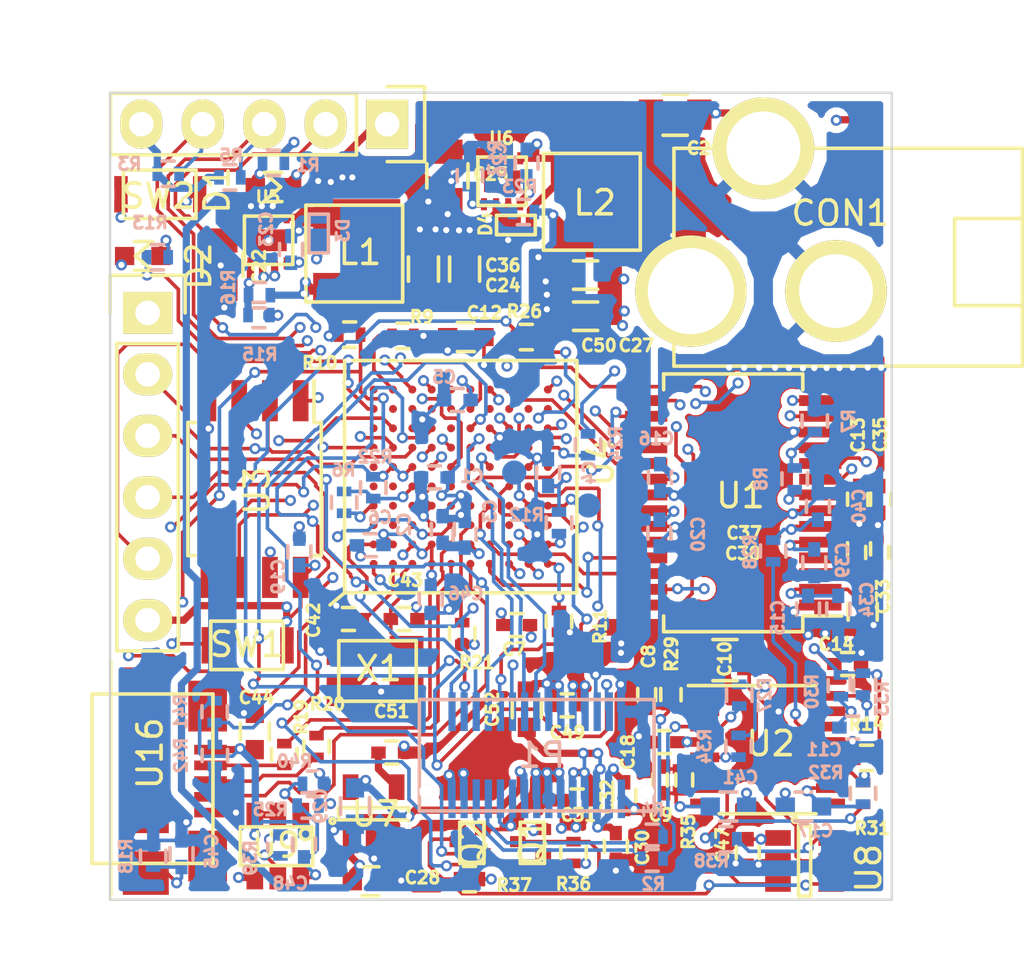
<source format=kicad_pcb>
(kicad_pcb (version 4) (host pcbnew "(2015-07-13 BZR 5934)-product")
  (layers (0 F.Cu signal) (1 In1.Cu signal) (2 In2.Cu signal) (31 B.Cu signal) (34 B.Paste user) (35 F.Paste user) (36 B.SilkS user) (37 F.SilkS user) (38 B.Mask user) (39 F.Mask user) (44 Edge.Cuts user))
  (net 0 "")
  (net 1 GND)
  (net 2 /3V3)
  (net 3 /XTAL1)
  (net 4 /XTAL2)
  (net 5 /USBV)
  (net 6 "Net-(C45-Pad1)")
  (net 7 /USB-)
  (net 8 "Net-(R19-Pad2)")
  (net 9 /USB+)
  (net 10 "Net-(R20-Pad2)")
  (net 11 "Net-(R21-Pad1)")
  (net 12 /SPIFI_CS)
  (net 13 /SPIFI_MISO)
  (net 14 /SPIFI_IO2)
  (net 15 /SPIFI_MOSI)
  (net 16 /SPIFI_CLK)
  (net 17 /SPIFI_IO3)
  (net 18 /USBID)
  (net 19 /SCL)
  (net 20 /SDA)
  (net 21 /5V)
  (net 22 /ADC_IN+)
  (net 23 /ADC_IN-)
  (net 24 "Net-(R6-Pad2)")
  (net 25 /P2_9)
  (net 26 /P2_8)
  (net 27 /P1_2)
  (net 28 /P1_1)
  (net 29 /SSP1_MOSI)
  (net 30 /ADC_CLK)
  (net 31 /12V)
  (net 32 "Net-(C23-Pad1)")
  (net 33 "Net-(C23-Pad2)")
  (net 34 "Net-(C26-Pad1)")
  (net 35 "Net-(C26-Pad2)")
  (net 36 /10V)
  (net 37 /LED1)
  (net 38 "Net-(R15-Pad2)")
  (net 39 "Net-(R17-Pad2)")
  (net 40 /D9)
  (net 41 /D8)
  (net 42 /D7)
  (net 43 /D6)
  (net 44 /D5)
  (net 45 /D4)
  (net 46 /D3)
  (net 47 /D2)
  (net 48 /D1)
  (net 49 /D0)
  (net 50 /REFP)
  (net 51 /REFIN)
  (net 52 /REFN)
  (net 53 /CML)
  (net 54 "Net-(D1-Pad1)")
  (net 55 "Net-(D2-Pad1)")
  (net 56 "Net-(P4-Pad1)")
  (net 57 "Net-(P5-Pad1)")
  (net 58 "Net-(R24-Pad1)")
  (net 59 /SSP1_CLK)
  (net 60 "Net-(R26-Pad1)")
  (net 61 /SSP1_MISO)
  (net 62 /ADF_TXDATA)
  (net 63 /ADF_LE)
  (net 64 /ADF_CE)
  (net 65 /MIX_ENBL)
  (net 66 /PA_OFF)
  (net 67 /IFF-)
  (net 68 /IFF+)
  (net 69 "Net-(C10-Pad2)")
  (net 70 "Net-(C11-Pad1)")
  (net 71 "Net-(C11-Pad2)")
  (net 72 "Net-(C17-Pad2)")
  (net 73 /CMLP)
  (net 74 "Net-(C8-Pad2)")
  (net 75 /W_IN)
  (net 76 /CM)
  (net 77 "Net-(C18-Pad1)")
  (net 78 "Net-(C18-Pad2)")
  (net 79 "Net-(R2-Pad1)")
  (net 80 "Net-(R14-Pad1)")
  (net 81 "Net-(R28-Pad1)")
  (net 82 "Net-(R31-Pad1)")
  (net 83 "Net-(R34-Pad2)")
  (net 84 /MCP_U~D~_5V)
  (net 85 /MCP_~CS~_5V)
  (net 86 /A_OUT)
  (net 87 /GPIO0)
  (net 88 /ADC_~OE~)
  (net 89 /MCP_~U~D_3.3V)
  (net 90 /MCP_CS_3.3V)
  (net 91 /GPIO1)
  (net 92 "Net-(C48-Pad2)")
  (net 93 /VTUNE)
  (net 94 "Net-(R40-Pad1)")
  (net 95 /USBV_3V)
  (net 96 /OTG_USBV)
  (net 97 "Net-(P3-Pad1)")
  (net 98 /NRESET)
  (net 99 "Net-(C51-Pad1)")
  (module SOIC_Packages:SOIJ-8_5.3x5.3mm_Pitch1.27mm (layer F.Cu) (at 123.72 84.53 270)
    (fp_text reference U3 (at 0.07 -0.105 270) (layer F.SilkS))
    (fp_text value W25Q32FV)
    (pad 1 smd rect (at -3.65 -1.905 270) (size 1.7 0.65) (layers F.Cu F.Paste F.Mask) (net 12 /SPIFI_CS))
    (pad 2 smd rect (at -3.65 -0.635 270) (size 1.7 0.65) (layers F.Cu F.Paste F.Mask) (net 13 /SPIFI_MISO))
    (pad 3 smd rect (at -3.65 0.635 270) (size 1.7 0.65) (layers F.Cu F.Paste F.Mask) (net 14 /SPIFI_IO2))
    (pad 4 smd rect (at -3.65 1.905 270) (size 1.7 0.65) (layers F.Cu F.Paste F.Mask) (net 1 GND))
    (pad 5 smd rect (at 3.65 1.905 270) (size 1.7 0.65) (layers F.Cu F.Paste F.Mask) (net 15 /SPIFI_MOSI))
    (pad 6 smd rect (at 3.65 0.635 270) (size 1.7 0.65) (layers F.Cu F.Paste F.Mask) (net 16 /SPIFI_CLK))
    (pad 7 smd rect (at 3.65 -0.635 270) (size 1.7 0.65) (layers F.Cu F.Paste F.Mask) (net 17 /SPIFI_IO3))
    (pad 8 smd rect (at 3.65 -1.905 270) (size 1.7 0.65) (layers F.Cu F.Paste F.Mask) (net 2 /3V3))
  )
  (module fmcw2:USB_MICRO (layer F.Cu) (at 121.9 96.6 270)
    (fp_text reference U16 (at -1.15 2.5 270) (layer F.SilkS))
    (fp_text value USB-MICRO hide)
    (pad 1 smd rect (at -1.3 0 270) (size 0.4 1.35) (layers F.Cu F.Paste F.Mask) (net 5 /USBV))
    (pad 5 smd rect (at 1.3 0 270) (size 0.4 1.35) (layers F.Cu F.Paste F.Mask) (net 1 GND))
    (pad 3 smd rect (at 0 0 270) (size 0.4 1.35) (layers F.Cu F.Paste F.Mask) (net 10 "Net-(R20-Pad2)"))
    (pad 2 smd rect (at -0.65 0 270) (size 0.4 1.35) (layers F.Cu F.Paste F.Mask) (net 8 "Net-(R19-Pad2)"))
    (pad 4 smd rect (at 0.65 0 270) (size 0.4 1.35) (layers F.Cu F.Paste F.Mask) (net 18 /USBID))
    (pad ~ smd rect (at -3.1 0.12 270) (size 2.1 1.6) (layers F.Cu F.Paste F.Mask))
    (pad ~ smd rect (at 3.1 0.12 270) (size 2.1 1.6) (layers F.Cu F.Paste F.Mask))
    (pad SH smd rect (at 3.8 2.675 270) (size 1.8 1.9) (layers F.Cu F.Paste F.Mask) (net 6 "Net-(C45-Pad1)"))
    (pad ~ smd rect (at -3.8 2.675 270) (size 1.8 1.9) (layers F.Cu F.Paste F.Mask))
    (pad ~ smd rect (at 1.2 2.675 270) (size 1.9 1.9) (layers F.Cu F.Paste F.Mask))
    (pad ~ smd rect (at -1.2 2.675 270) (size 1.9 1.9) (layers F.Cu F.Paste F.Mask))
  )
  (module fmcw2:TFBGA-100 (layer F.Cu) (at 128.64 87.62 90)
    (fp_text reference U4 (at 4.2 9.4 90) (layer F.SilkS))
    (fp_text value LPC4320_BGA)
    (pad A1 smd circle (at 0 0 90) (size 0.33 0.33) (layers F.Cu F.Paste F.Mask) (net 97 "Net-(P3-Pad1)"))
    (pad B1 smd circle (at 0 0.8 90) (size 0.33 0.33) (layers F.Cu F.Paste F.Mask) (net 3 /XTAL1))
    (pad C1 smd circle (at 0 1.6 90) (size 0.33 0.33) (layers F.Cu F.Paste F.Mask) (net 4 /XTAL2))
    (pad D1 smd circle (at 0 2.4 90) (size 0.33 0.33) (layers F.Cu F.Paste F.Mask) (net 2 /3V3))
    (pad E1 smd circle (at 0 3.2 90) (size 0.33 0.33) (layers F.Cu F.Paste F.Mask) (net 9 /USB+))
    (pad F1 smd circle (at 0 4 90) (size 0.33 0.33) (layers F.Cu F.Paste F.Mask) (net 18 /USBID))
    (pad G1 smd circle (at 0 4.8 90) (size 0.33 0.33) (layers F.Cu F.Paste F.Mask) (net 46 /D3))
    (pad H1 smd circle (at 0 5.6 90) (size 0.33 0.33) (layers F.Cu F.Paste F.Mask) (net 40 /D9))
    (pad J1 smd circle (at 0 6.4 90) (size 0.33 0.33) (layers F.Cu F.Paste F.Mask) (net 61 /SSP1_MISO))
    (pad K1 smd circle (at 0 7.2 90) (size 0.33 0.33) (layers F.Cu F.Paste F.Mask) (net 27 /P1_2))
    (pad A2 smd circle (at 0.8 0 90) (size 0.33 0.33) (layers F.Cu F.Paste F.Mask) (net 93 /VTUNE))
    (pad B2 smd circle (at 0.8 0.8 90) (size 0.33 0.33) (layers F.Cu F.Paste F.Mask) (net 2 /3V3))
    (pad C2 smd circle (at 0.8 1.6 90) (size 0.33 0.33) (layers F.Cu F.Paste F.Mask) (net 1 GND))
    (pad D2 smd circle (at 0.8 2.4 90) (size 0.33 0.33) (layers F.Cu F.Paste F.Mask) (net 2 /3V3))
    (pad E2 smd circle (at 0.8 3.2 90) (size 0.33 0.33) (layers F.Cu F.Paste F.Mask) (net 7 /USB-))
    (pad F2 smd circle (at 0.8 4 90) (size 0.33 0.33) (layers F.Cu F.Paste F.Mask) (net 1 GND))
    (pad G2 smd circle (at 0.8 4.8 90) (size 0.33 0.33) (layers F.Cu F.Paste F.Mask) (net 47 /D2))
    (pad H2 smd circle (at 0.8 5.6 90) (size 0.33 0.33) (layers F.Cu F.Paste F.Mask))
    (pad J2 smd circle (at 0.8 6.4 90) (size 0.33 0.33) (layers F.Cu F.Paste F.Mask) (net 29 /SSP1_MOSI))
    (pad K2 smd circle (at 0.8 7.2 90) (size 0.33 0.33) (layers F.Cu F.Paste F.Mask) (net 28 /P1_1))
    (pad A3 smd circle (at 1.6 0 90) (size 0.33 0.33) (layers F.Cu F.Paste F.Mask))
    (pad B3 smd circle (at 1.6 0.8 90) (size 0.33 0.33) (layers F.Cu F.Paste F.Mask))
    (pad C3 smd circle (at 1.6 1.6 90) (size 0.33 0.33) (layers F.Cu F.Paste F.Mask))
    (pad D3 smd circle (at 1.6 2.4 90) (size 0.33 0.33) (layers F.Cu F.Paste F.Mask) (net 1 GND))
    (pad E3 smd circle (at 1.6 3.2 90) (size 0.33 0.33) (layers F.Cu F.Paste F.Mask) (net 95 /USBV_3V))
    (pad F3 smd circle (at 1.6 4 90) (size 0.33 0.33) (layers F.Cu F.Paste F.Mask) (net 11 "Net-(R21-Pad1)"))
    (pad G3 smd circle (at 1.6 4.8 90) (size 0.33 0.33) (layers F.Cu F.Paste F.Mask))
    (pad H3 smd circle (at 1.6 5.6 90) (size 0.33 0.33) (layers F.Cu F.Paste F.Mask))
    (pad J3 smd circle (at 1.6 6.4 90) (size 0.33 0.33) (layers F.Cu F.Paste F.Mask) (net 1 GND))
    (pad K3 smd circle (at 1.6 7.2 90) (size 0.33 0.33) (layers F.Cu F.Paste F.Mask))
    (pad A4 smd circle (at 2.4 0 90) (size 0.33 0.33) (layers F.Cu F.Paste F.Mask) (net 24 "Net-(R6-Pad2)"))
    (pad B4 smd circle (at 2.4 0.8 90) (size 0.33 0.33) (layers F.Cu F.Paste F.Mask))
    (pad C4 smd circle (at 2.4 1.6 90) (size 0.33 0.33) (layers F.Cu F.Paste F.Mask))
    (pad D4 smd circle (at 2.4 2.4 90) (size 0.33 0.33) (layers F.Cu F.Paste F.Mask) (net 1 GND))
    (pad E4 smd circle (at 2.4 3.2 90) (size 0.33 0.33) (layers F.Cu F.Paste F.Mask) (net 2 /3V3))
    (pad F4 smd circle (at 2.4 4 90) (size 0.33 0.33) (layers F.Cu F.Paste F.Mask) (net 2 /3V3))
    (pad G4 smd circle (at 2.4 4.8 90) (size 0.33 0.33) (layers F.Cu F.Paste F.Mask) (net 62 /ADF_TXDATA))
    (pad H4 smd circle (at 2.4 5.6 90) (size 0.33 0.33) (layers F.Cu F.Paste F.Mask))
    (pad J4 smd circle (at 2.4 6.4 90) (size 0.33 0.33) (layers F.Cu F.Paste F.Mask) (net 56 "Net-(P4-Pad1)"))
    (pad K4 smd circle (at 2.4 7.2 90) (size 0.33 0.33) (layers F.Cu F.Paste F.Mask) (net 57 "Net-(P5-Pad1)"))
    (pad A5 smd circle (at 3.2 0 90) (size 0.33 0.33) (layers F.Cu F.Paste F.Mask))
    (pad B5 smd circle (at 3.2 0.8 90) (size 0.33 0.33) (layers F.Cu F.Paste F.Mask))
    (pad C5 smd circle (at 3.2 1.6 90) (size 0.33 0.33) (layers F.Cu F.Paste F.Mask) (net 2 /3V3))
    (pad D5 smd circle (at 3.2 2.4 90) (size 0.33 0.33) (layers F.Cu F.Paste F.Mask) (net 1 GND))
    (pad E5 smd circle (at 3.2 3.2 90) (size 0.33 0.33) (layers F.Cu F.Paste F.Mask) (net 2 /3V3))
    (pad F5 smd circle (at 3.2 4 90) (size 0.33 0.33) (layers F.Cu F.Paste F.Mask) (net 41 /D8))
    (pad G5 smd circle (at 3.2 4.8 90) (size 0.33 0.33) (layers F.Cu F.Paste F.Mask))
    (pad H5 smd circle (at 3.2 5.6 90) (size 0.33 0.33) (layers F.Cu F.Paste F.Mask) (net 63 /ADF_LE))
    (pad J5 smd circle (at 3.2 6.4 90) (size 0.33 0.33) (layers F.Cu F.Paste F.Mask) (net 64 /ADF_CE))
    (pad K5 smd circle (at 3.2 7.2 90) (size 0.33 0.33) (layers F.Cu F.Paste F.Mask) (net 2 /3V3))
    (pad A6 smd circle (at 4 0 90) (size 0.33 0.33) (layers F.Cu F.Paste F.Mask))
    (pad B6 smd circle (at 4 0.8 90) (size 0.33 0.33) (layers F.Cu F.Paste F.Mask) (net 98 /NRESET))
    (pad C6 smd circle (at 4 1.6 90) (size 0.33 0.33) (layers F.Cu F.Paste F.Mask) (net 26 /P2_8))
    (pad D6 smd circle (at 4 2.4 90) (size 0.33 0.33) (layers F.Cu F.Paste F.Mask) (net 19 /SCL))
    (pad E6 smd circle (at 4 3.2 90) (size 0.33 0.33) (layers F.Cu F.Paste F.Mask) (net 20 /SDA))
    (pad F6 smd circle (at 4 4 90) (size 0.33 0.33) (layers F.Cu F.Paste F.Mask))
    (pad G6 smd circle (at 4 4.8 90) (size 0.33 0.33) (layers F.Cu F.Paste F.Mask) (net 65 /MIX_ENBL))
    (pad H6 smd circle (at 4 5.6 90) (size 0.33 0.33) (layers F.Cu F.Paste F.Mask))
    (pad J6 smd circle (at 4 6.4 90) (size 0.33 0.33) (layers F.Cu F.Paste F.Mask) (net 1 GND))
    (pad K6 smd circle (at 4 7.2 90) (size 0.33 0.33) (layers F.Cu F.Paste F.Mask))
    (pad A7 smd circle (at 4.8 0 90) (size 0.33 0.33) (layers F.Cu F.Paste F.Mask) (net 16 /SPIFI_CLK))
    (pad B7 smd circle (at 4.8 0.8 90) (size 0.33 0.33) (layers F.Cu F.Paste F.Mask) (net 14 /SPIFI_IO2))
    (pad C7 smd circle (at 4.8 1.6 90) (size 0.33 0.33) (layers F.Cu F.Paste F.Mask) (net 13 /SPIFI_MISO))
    (pad D7 smd circle (at 4.8 2.4 90) (size 0.33 0.33) (layers F.Cu F.Paste F.Mask) (net 15 /SPIFI_MOSI))
    (pad E7 smd circle (at 4.8 3.2 90) (size 0.33 0.33) (layers F.Cu F.Paste F.Mask) (net 12 /SPIFI_CS))
    (pad F7 smd circle (at 4.8 4 90) (size 0.33 0.33) (layers F.Cu F.Paste F.Mask) (net 66 /PA_OFF))
    (pad G7 smd circle (at 4.8 4.8 90) (size 0.33 0.33) (layers F.Cu F.Paste F.Mask) (net 42 /D7))
    (pad H7 smd circle (at 4.8 5.6 90) (size 0.33 0.33) (layers F.Cu F.Paste F.Mask))
    (pad J7 smd circle (at 4.8 6.4 90) (size 0.33 0.33) (layers F.Cu F.Paste F.Mask))
    (pad K7 smd circle (at 4.8 7.2 90) (size 0.33 0.33) (layers F.Cu F.Paste F.Mask) (net 58 "Net-(R24-Pad1)"))
    (pad A8 smd circle (at 5.6 0 90) (size 0.33 0.33) (layers F.Cu F.Paste F.Mask))
    (pad B8 smd circle (at 5.6 0.8 90) (size 0.33 0.33) (layers F.Cu F.Paste F.Mask) (net 17 /SPIFI_IO3))
    (pad C8 smd circle (at 5.6 1.6 90) (size 0.33 0.33) (layers F.Cu F.Paste F.Mask) (net 1 GND))
    (pad D8 smd circle (at 5.6 2.4 90) (size 0.33 0.33) (layers F.Cu F.Paste F.Mask) (net 96 /OTG_USBV))
    (pad E8 smd circle (at 5.6 3.2 90) (size 0.33 0.33) (layers F.Cu F.Paste F.Mask))
    (pad F8 smd circle (at 5.6 4 90) (size 0.33 0.33) (layers F.Cu F.Paste F.Mask) (net 89 /MCP_~U~D_3.3V))
    (pad G8 smd circle (at 5.6 4.8 90) (size 0.33 0.33) (layers F.Cu F.Paste F.Mask) (net 1 GND))
    (pad H8 smd circle (at 5.6 5.6 90) (size 0.33 0.33) (layers F.Cu F.Paste F.Mask) (net 30 /ADC_CLK))
    (pad J8 smd circle (at 5.6 6.4 90) (size 0.33 0.33) (layers F.Cu F.Paste F.Mask) (net 49 /D0))
    (pad K8 smd circle (at 5.6 7.2 90) (size 0.33 0.33) (layers F.Cu F.Paste F.Mask) (net 45 /D4))
    (pad A9 smd circle (at 6.4 0 90) (size 0.33 0.33) (layers F.Cu F.Paste F.Mask) (net 87 /GPIO0))
    (pad B9 smd circle (at 6.4 0.8 90) (size 0.33 0.33) (layers F.Cu F.Paste F.Mask))
    (pad C9 smd circle (at 6.4 1.6 90) (size 0.33 0.33) (layers F.Cu F.Paste F.Mask))
    (pad D9 smd circle (at 6.4 2.4 90) (size 0.33 0.33) (layers F.Cu F.Paste F.Mask))
    (pad E9 smd circle (at 6.4 3.2 90) (size 0.33 0.33) (layers F.Cu F.Paste F.Mask))
    (pad F9 smd circle (at 6.4 4 90) (size 0.33 0.33) (layers F.Cu F.Paste F.Mask) (net 90 /MCP_CS_3.3V))
    (pad G9 smd circle (at 6.4 4.8 90) (size 0.33 0.33) (layers F.Cu F.Paste F.Mask))
    (pad H9 smd circle (at 6.4 5.6 90) (size 0.33 0.33) (layers F.Cu F.Paste F.Mask) (net 44 /D5))
    (pad J9 smd circle (at 6.4 6.4 90) (size 0.33 0.33) (layers F.Cu F.Paste F.Mask))
    (pad K9 smd circle (at 6.4 7.2 90) (size 0.33 0.33) (layers F.Cu F.Paste F.Mask) (net 60 "Net-(R26-Pad1)"))
    (pad A10 smd circle (at 7.2 0 90) (size 0.33 0.33) (layers F.Cu F.Paste F.Mask))
    (pad B10 smd circle (at 7.2 0.8 90) (size 0.33 0.33) (layers F.Cu F.Paste F.Mask) (net 25 /P2_9))
    (pad C10 smd circle (at 7.2 1.6 90) (size 0.33 0.33) (layers F.Cu F.Paste F.Mask) (net 91 /GPIO1))
    (pad D10 smd circle (at 7.2 2.4 90) (size 0.33 0.33) (layers F.Cu F.Paste F.Mask) (net 37 /LED1))
    (pad E10 smd circle (at 7.2 3.2 90) (size 0.33 0.33) (layers F.Cu F.Paste F.Mask))
    (pad F10 smd circle (at 7.2 4 90) (size 0.33 0.33) (layers F.Cu F.Paste F.Mask) (net 2 /3V3))
    (pad G10 smd circle (at 7.2 4.8 90) (size 0.33 0.33) (layers F.Cu F.Paste F.Mask) (net 43 /D6))
    (pad H10 smd circle (at 7.2 5.6 90) (size 0.33 0.33) (layers F.Cu F.Paste F.Mask) (net 48 /D1))
    (pad J10 smd circle (at 7.2 6.4 90) (size 0.33 0.33) (layers F.Cu F.Paste F.Mask))
    (pad K10 smd circle (at 7.2 7.2 90) (size 0.33 0.33) (layers F.Cu F.Paste F.Mask) (net 88 /ADC_~OE~))
  )
  (module SSOP_Packages:SSOP-28_5.3x10.2mm_Pitch0.65mm (layer F.Cu) (at 143.5 85.1 180)
    (fp_text reference U1 (at -0.3 0.3 180) (layer F.SilkS))
    (fp_text value MAX1426)
    (pad 1 smd rect (at -3.6 -4.225 180) (size 1.75 0.45) (layers F.Cu F.Paste F.Mask) (net 1 GND))
    (pad 2 smd rect (at -3.6 -3.575 180) (size 1.75 0.45) (layers F.Cu F.Paste F.Mask) (net 21 /5V))
    (pad 3 smd rect (at -3.6 -2.925 180) (size 1.75 0.45) (layers F.Cu F.Paste F.Mask) (net 50 /REFP))
    (pad 4 smd rect (at -3.6 -2.275 180) (size 1.75 0.45) (layers F.Cu F.Paste F.Mask) (net 51 /REFIN))
    (pad 5 smd rect (at -3.6 -1.625 180) (size 1.75 0.45) (layers F.Cu F.Paste F.Mask) (net 52 /REFN))
    (pad 6 smd rect (at -3.6 -0.975 180) (size 1.75 0.45) (layers F.Cu F.Paste F.Mask) (net 53 /CML))
    (pad 7 smd rect (at -3.6 -0.325 180) (size 1.75 0.45) (layers F.Cu F.Paste F.Mask) (net 1 GND))
    (pad 8 smd rect (at -3.6 0.325 180) (size 1.75 0.45) (layers F.Cu F.Paste F.Mask) (net 21 /5V))
    (pad 9 smd rect (at -3.6 0.975 180) (size 1.75 0.45) (layers F.Cu F.Paste F.Mask) (net 22 /ADC_IN+))
    (pad 10 smd rect (at -3.6 1.625 180) (size 1.75 0.45) (layers F.Cu F.Paste F.Mask) (net 23 /ADC_IN-))
    (pad 11 smd rect (at -3.6 2.275 180) (size 1.75 0.45) (layers F.Cu F.Paste F.Mask) (net 73 /CMLP))
    (pad 12 smd rect (at -3.6 2.925 180) (size 1.75 0.45) (layers F.Cu F.Paste F.Mask) (net 1 GND))
    (pad 13 smd rect (at -3.6 3.575 180) (size 1.75 0.45) (layers F.Cu F.Paste F.Mask) (net 30 /ADC_CLK))
    (pad 14 smd rect (at -3.6 4.225 180) (size 1.75 0.45) (layers F.Cu F.Paste F.Mask) (net 88 /ADC_~OE~))
    (pad 15 smd rect (at 3.6 4.225 180) (size 1.75 0.45) (layers F.Cu F.Paste F.Mask) (net 40 /D9))
    (pad 16 smd rect (at 3.6 3.575 180) (size 1.75 0.45) (layers F.Cu F.Paste F.Mask) (net 41 /D8))
    (pad 17 smd rect (at 3.6 2.925 180) (size 1.75 0.45) (layers F.Cu F.Paste F.Mask) (net 42 /D7))
    (pad 18 smd rect (at 3.6 2.275 180) (size 1.75 0.45) (layers F.Cu F.Paste F.Mask) (net 43 /D6))
    (pad 19 smd rect (at 3.6 1.625 180) (size 1.75 0.45) (layers F.Cu F.Paste F.Mask) (net 44 /D5))
    (pad 20 smd rect (at 3.6 0.975 180) (size 1.75 0.45) (layers F.Cu F.Paste F.Mask) (net 2 /3V3))
    (pad 21 smd rect (at 3.6 0.325 180) (size 1.75 0.45) (layers F.Cu F.Paste F.Mask) (net 1 GND))
    (pad 22 smd rect (at 3.6 -0.325 180) (size 1.75 0.45) (layers F.Cu F.Paste F.Mask) (net 2 /3V3))
    (pad 23 smd rect (at 3.6 -0.975 180) (size 1.75 0.45) (layers F.Cu F.Paste F.Mask) (net 1 GND))
    (pad 24 smd rect (at 3.6 -1.625 180) (size 1.75 0.45) (layers F.Cu F.Paste F.Mask) (net 45 /D4))
    (pad 25 smd rect (at 3.6 -2.275 180) (size 1.75 0.45) (layers F.Cu F.Paste F.Mask) (net 46 /D3))
    (pad 26 smd rect (at 3.6 -2.925 180) (size 1.75 0.45) (layers F.Cu F.Paste F.Mask) (net 47 /D2))
    (pad 27 smd rect (at 3.6 -3.575 180) (size 1.75 0.45) (layers F.Cu F.Paste F.Mask) (net 48 /D1))
    (pad 28 smd rect (at 3.6 -4.225 180) (size 1.75 0.45) (layers F.Cu F.Paste F.Mask) (net 49 /D0))
  )
  (module fmcw2:XTAL_3.2x2.5 (layer F.Cu) (at 128.8 92.1)
    (fp_text reference X1 (at 0.05 -0.15) (layer F.SilkS))
    (fp_text value 12MHz)
    (pad 1 smd rect (at -1.4 0.8) (size 1.4 1.2) (layers F.Cu F.Paste F.Mask) (net 3 /XTAL1))
    (pad 2 smd rect (at 1.2 0.8) (size 1.4 1.2) (layers F.Cu F.Paste F.Mask) (net 1 GND))
    (pad 3 smd rect (at 1.2 -0.9) (size 1.4 1.2) (layers F.Cu F.Paste F.Mask) (net 4 /XTAL2))
    (pad 4 smd rect (at -1.4 -0.9) (size 1.4 1.2) (layers F.Cu F.Paste F.Mask) (net 1 GND))
  )
  (module fmcw2:LED_0603 (layer F.Cu) (at 124.5 72.05)
    (fp_text reference D1 (at -2.33 0.12 90) (layer F.SilkS))
    (fp_text value LED)
    (pad 1 smd rect (at -0.75 0) (size 0.8 0.75) (layers F.Cu F.Paste F.Mask) (net 54 "Net-(D1-Pad1)"))
    (pad 2 smd rect (at 0.75 0) (size 0.8 0.75) (layers F.Cu F.Paste F.Mask) (net 1 GND))
  )
  (module fmcw2:LED_0603 (layer F.Cu) (at 119.1 74.9 180)
    (fp_text reference D2 (at -2.31 -0.42 270) (layer F.SilkS))
    (fp_text value LED)
    (pad 1 smd rect (at -0.75 0 180) (size 0.8 0.75) (layers F.Cu F.Paste F.Mask) (net 55 "Net-(D2-Pad1)"))
    (pad 2 smd rect (at 0.75 0 180) (size 0.8 0.75) (layers F.Cu F.Paste F.Mask) (net 1 GND))
  )
  (module fmcw2:EVP-AWBA2A (layer F.Cu) (at 121.81 90.99)
    (fp_text reference SW1 (at 1.59 -0.04) (layer F.SilkS))
    (fp_text value DFU_PUSH)
    (pad 1 smd rect (at 0 0) (size 0.55 1.5) (layers F.Cu F.Mask) (net 26 /P2_8))
    (pad 2 smd rect (at 3.25 0) (size 0.55 1.5) (layers F.Cu F.Mask) (net 2 /3V3))
    (pad 2 smd rect (at 3.25 -0.4) (size 0.55 0.5) (layers F.Cu F.Paste F.Mask) (net 2 /3V3))
    (pad 2 smd rect (at 3.25 0.5) (size 0.55 0.5) (layers F.Cu F.Paste F.Mask) (net 2 /3V3))
    (pad 1 smd rect (at 0 -0.5) (size 0.55 0.5) (layers F.Cu F.Paste F.Mask) (net 26 /P2_8))
    (pad 1 smd rect (at 0 0.5) (size 0.55 0.5) (layers F.Cu F.Paste F.Mask) (net 26 /P2_8))
  )
  (module fmcw2:SRN4018 (layer F.Cu) (at 127.94 73.3 270)
    (fp_text reference L1 (at 1.45 -0.135 360) (layer F.SilkS))
    (fp_text value 4.7u/SRN4018-4R7M)
    (pad 1 smd rect (at 0 0 270) (size 1.5 3.6) (layers F.Cu F.Paste F.Mask) (net 32 "Net-(C23-Pad1)"))
    (pad 2 smd rect (at 3.05 0 270) (size 1.5 3.6) (layers F.Cu F.Paste F.Mask) (net 21 /5V))
  )
  (module SSOP_Packages:SSOP-16_3.9x4.9mm_Pitch0.635mm (layer F.Cu) (at 144.92 95.3)
    (fp_text reference U2 (at 0.13 -0.25) (layer F.SilkS))
    (fp_text value LT1817)
    (pad 1 smd rect (at -2.6 -2.2225) (size 1.2 0.4) (layers F.Cu F.Paste F.Mask) (net 69 "Net-(C10-Pad2)"))
    (pad 2 smd rect (at -2.6 -1.5875) (size 1.2 0.4) (layers F.Cu F.Paste F.Mask) (net 74 "Net-(C8-Pad2)"))
    (pad 3 smd rect (at -2.6 -0.9525) (size 1.2 0.4) (layers F.Cu F.Paste F.Mask) (net 79 "Net-(R2-Pad1)"))
    (pad 4 smd rect (at -2.6 -0.3175) (size 1.2 0.4) (layers F.Cu F.Paste F.Mask) (net 21 /5V))
    (pad 5 smd rect (at -2.6 0.3175) (size 1.2 0.4) (layers F.Cu F.Paste F.Mask) (net 83 "Net-(R34-Pad2)"))
    (pad 6 smd rect (at -2.6 0.9525) (size 1.2 0.4) (layers F.Cu F.Paste F.Mask) (net 78 "Net-(C18-Pad2)"))
    (pad 7 smd rect (at -2.6 1.5875) (size 1.2 0.4) (layers F.Cu F.Paste F.Mask) (net 77 "Net-(C18-Pad1)"))
    (pad 8 smd rect (at -2.6 2.2225) (size 1.2 0.4) (layers F.Cu F.Paste F.Mask))
    (pad 9 smd rect (at 2.6 2.2225) (size 1.2 0.4) (layers F.Cu F.Paste F.Mask))
    (pad 10 smd rect (at 2.6 1.5875) (size 1.2 0.4) (layers F.Cu F.Paste F.Mask) (net 72 "Net-(C17-Pad2)"))
    (pad 11 smd rect (at 2.6 0.9525) (size 1.2 0.4) (layers F.Cu F.Paste F.Mask) (net 82 "Net-(R31-Pad1)"))
    (pad 12 smd rect (at 2.6 0.3175) (size 1.2 0.4) (layers F.Cu F.Paste F.Mask) (net 80 "Net-(R14-Pad1)"))
    (pad 13 smd rect (at 2.6 -0.3175) (size 1.2 0.4) (layers F.Cu F.Paste F.Mask) (net 1 GND))
    (pad 14 smd rect (at 2.6 -0.9525) (size 1.2 0.4) (layers F.Cu F.Paste F.Mask) (net 81 "Net-(R28-Pad1)"))
    (pad 15 smd rect (at 2.6 -1.5875) (size 1.2 0.4) (layers F.Cu F.Paste F.Mask) (net 71 "Net-(C11-Pad2)"))
    (pad 16 smd rect (at 2.6 -2.2225) (size 1.2 0.4) (layers F.Cu F.Paste F.Mask) (net 70 "Net-(C11-Pad1)"))
  )
  (module Housings_SOT-23_SOT-143_TSOT-6:SOT-23-6 (layer F.Cu) (at 146.45 99.9)
    (fp_text reference U8 (at 2.65 0.3 90) (layer F.SilkS))
    (fp_text value MCP4022-202)
    (pad 1 smd rect (at -1.1 -0.95) (size 1.06 0.65) (layers F.Cu F.Paste F.Mask) (net 21 /5V))
    (pad 2 smd rect (at -1.1 0) (size 1.06 0.65) (layers F.Cu F.Paste F.Mask) (net 1 GND))
    (pad 3 smd rect (at -1.1 0.95) (size 1.06 0.65) (layers F.Cu F.Paste F.Mask) (net 84 /MCP_U~D~_5V))
    (pad 4 smd rect (at 1.1 0.95) (size 1.06 0.65) (layers F.Cu F.Paste F.Mask) (net 85 /MCP_~CS~_5V))
    (pad 6 smd rect (at 1.1 -0.95) (size 1.06 0.65) (layers F.Cu F.Paste F.Mask) (net 86 /A_OUT))
    (pad 5 smd rect (at 1.1 0) (size 1.06 0.65) (layers F.Cu F.Paste F.Mask) (net 75 /W_IN))
  )
  (module fmcw2:SOT-416 (layer F.Cu) (at 135.65 99.6 90)
    (fp_text reference Q1 (at 0.5 -0.45 90) (layer F.SilkS))
    (fp_text value RE1C002UN)
    (pad 1 smd rect (at 0 0 90) (size 0.46 0.65) (layers F.Cu F.Paste F.Mask) (net 89 /MCP_~U~D_3.3V))
    (pad 2 smd rect (at 1 0 90) (size 0.46 0.65) (layers F.Cu F.Paste F.Mask) (net 1 GND))
    (pad 3 smd rect (at 0.5 -1.05 90) (size 0.46 0.65) (layers F.Cu F.Paste F.Mask) (net 84 /MCP_U~D~_5V))
  )
  (module fmcw2:SOT-416 (layer F.Cu) (at 133.15 99.6 90)
    (fp_text reference Q2 (at 0.45 -0.4 90) (layer F.SilkS))
    (fp_text value RE1C002UN)
    (pad 1 smd rect (at 0 0 90) (size 0.46 0.65) (layers F.Cu F.Paste F.Mask) (net 90 /MCP_CS_3.3V))
    (pad 2 smd rect (at 1 0 90) (size 0.46 0.65) (layers F.Cu F.Paste F.Mask) (net 1 GND))
    (pad 3 smd rect (at 0.5 -1.05 90) (size 0.46 0.65) (layers F.Cu F.Paste F.Mask) (net 85 /MCP_~CS~_5V))
  )
  (module Pin_Headers:Pin_Header_Straight_1x06 (layer F.Cu) (at 119.3 77.25)
    (fp_text reference P7 (at 0 0.1) (layer F.SilkS))
    (fp_text value CONN_6)
    (pad 1 thru_hole rect (at 0 0) (size 2.032 1.7272) (drill 1.016) (layers *.Cu *.Mask F.SilkS) (net 1 GND))
    (pad 2 thru_hole oval (at 0 2.54) (size 2.032 1.7272) (drill 1.016) (layers *.Cu *.Mask F.SilkS) (net 59 /SSP1_CLK))
    (pad 3 thru_hole oval (at 0 5.08) (size 2.032 1.7272) (drill 1.016) (layers *.Cu *.Mask F.SilkS) (net 29 /SSP1_MOSI))
    (pad 4 thru_hole oval (at 0 7.62) (size 2.032 1.7272) (drill 1.016) (layers *.Cu *.Mask F.SilkS) (net 61 /SSP1_MISO))
    (pad 5 thru_hole oval (at 0 10.16) (size 2.032 1.7272) (drill 1.016) (layers *.Cu *.Mask F.SilkS) (net 87 /GPIO0))
    (pad 6 thru_hole oval (at 0 12.7) (size 2.032 1.7272) (drill 1.016) (layers *.Cu *.Mask F.SilkS) (net 2 /3V3))
  )
  (module fmcw2:EJ508A (layer F.Cu) (at 147.75 70.45 90)
    (fp_text reference CON1 (at -2.68 0.18 180) (layer F.SilkS))
    (fp_text value BARREL_JACK)
    (pad 3 thru_hole circle (at 0 -3 90) (size 4.2 4.2) (drill 3.05) (layers *.Cu *.Mask F.SilkS) (net 1 GND))
    (pad 1 thru_hole circle (at -5.9 -6 90) (size 4.6 4.6) (drill 3.56) (layers *.Cu *.Mask F.SilkS) (net 31 /12V) (thermal_gap 0.2))
    (pad 2 thru_hole circle (at -5.9 0 90) (size 4.2 4.2) (drill 3.05) (layers *.Cu *.Mask F.SilkS) (net 1 GND))
  )
  (module Pin_Headers:Pin_Header_Straight_1x05 (layer F.Cu) (at 129.2 69.45 270)
    (fp_text reference P6 (at -0.05 0 270) (layer F.SilkS))
    (fp_text value CONN_5)
    (pad 1 thru_hole rect (at 0 0 270) (size 2.032 1.7272) (drill 1.016) (layers *.Cu *.Mask F.SilkS) (net 1 GND))
    (pad 2 thru_hole oval (at 0 2.54 270) (size 2.032 1.7272) (drill 1.016) (layers *.Cu *.Mask F.SilkS) (net 91 /GPIO1))
    (pad 3 thru_hole oval (at 0 5.08 270) (size 2.032 1.7272) (drill 1.016) (layers *.Cu *.Mask F.SilkS) (net 19 /SCL))
    (pad 4 thru_hole oval (at 0 7.62 270) (size 2.032 1.7272) (drill 1.016) (layers *.Cu *.Mask F.SilkS) (net 20 /SDA))
    (pad 5 thru_hole oval (at 0 10.16 270) (size 2.032 1.7272) (drill 1.016) (layers *.Cu *.Mask F.SilkS) (net 2 /3V3))
  )
  (module fmcw2:SSOT-6 (layer F.Cu) (at 124.53 99.19 180)
    (fp_text reference U9 (at -0.07 -0.06 180) (layer F.SilkS))
    (fp_text value FDC6329L)
    (pad 1 smd rect (at -1.1 1.2 180) (size 0.69 0.99) (layers F.Cu F.Paste F.Mask) (net 94 "Net-(R40-Pad1)"))
    (pad 2 smd rect (at -0.15 1.2 180) (size 0.69 0.99) (layers F.Cu F.Paste F.Mask) (net 5 /USBV))
    (pad 3 smd rect (at 0.8 1.2 180) (size 0.69 0.99) (layers F.Cu F.Paste F.Mask) (net 5 /USBV))
    (pad 4 smd rect (at 0.8 -1.39 180) (size 0.69 0.99) (layers F.Cu F.Paste F.Mask) (net 21 /5V))
    (pad 5 smd rect (at -0.15 -1.39 180) (size 0.69 0.99) (layers F.Cu F.Paste F.Mask) (net 96 /OTG_USBV))
    (pad 6 smd rect (at -1.1 -1.39 180) (size 0.69 0.99) (layers F.Cu F.Paste F.Mask) (net 92 "Net-(C48-Pad2)"))
  )
  (module fmcw2:C_0402b (layer B.Cu) (at 131.15 84.05 180)
    (fp_text reference C1 (at -1.55 0.05 180) (layer B.SilkS) (effects (font (size 0.5 0.5) (thickness 0.125)) (justify mirror)))
    (fp_text value 100n)
    (pad 1 smd rect (at -0.55 0 180) (size 0.6 0.5) (layers B.Cu B.Paste B.Mask) (net 2 /3V3))
    (pad 2 smd rect (at 0.55 0 180) (size 0.6 0.5) (layers B.Cu B.Paste B.Mask) (net 1 GND))
  )
  (module fmcw2:C_0402b (layer B.Cu) (at 131.5 86.2 270)
    (fp_text reference C2 (at -0.2 1.6 270) (layer B.SilkS) (effects (font (size 0.5 0.5) (thickness 0.125)) (justify mirror)))
    (fp_text value 100n)
    (pad 1 smd rect (at -0.55 0 270) (size 0.6 0.5) (layers B.Cu B.Paste B.Mask) (net 2 /3V3))
    (pad 2 smd rect (at 0.55 0 270) (size 0.6 0.5) (layers B.Cu B.Paste B.Mask) (net 1 GND))
  )
  (module fmcw2:C_0402b (layer B.Cu) (at 132.4 86.4 270)
    (fp_text reference C3 (at -0.95 -1.05 450) (layer B.SilkS) (effects (font (size 0.5 0.5) (thickness 0.125)) (justify mirror)))
    (fp_text value 100n)
    (pad 1 smd rect (at -0.55 0 270) (size 0.6 0.5) (layers B.Cu B.Paste B.Mask) (net 2 /3V3))
    (pad 2 smd rect (at 0.55 0 270) (size 0.6 0.5) (layers B.Cu B.Paste B.Mask) (net 1 GND))
  )
  (module fmcw2:C_0402b (layer B.Cu) (at 135.85 83.85 90)
    (fp_text reference C4 (at 0 1.7 90) (layer B.SilkS) (effects (font (size 0.5 0.5) (thickness 0.125)) (justify mirror)))
    (fp_text value 100n)
    (pad 1 smd rect (at -0.55 0 90) (size 0.6 0.5) (layers B.Cu B.Paste B.Mask) (net 2 /3V3))
    (pad 2 smd rect (at 0.55 0 90) (size 0.6 0.5) (layers B.Cu B.Paste B.Mask) (net 1 GND))
  )
  (module fmcw2:C_0402b (layer B.Cu) (at 132.1 80.85 180)
    (fp_text reference C5 (at 0.55 0.95 180) (layer B.SilkS) (effects (font (size 0.5 0.5) (thickness 0.125)) (justify mirror)))
    (fp_text value 100n)
    (pad 1 smd rect (at -0.55 0 180) (size 0.6 0.5) (layers B.Cu B.Paste B.Mask) (net 2 /3V3))
    (pad 2 smd rect (at 0.55 0 180) (size 0.6 0.5) (layers B.Cu B.Paste B.Mask) (net 1 GND))
  )
  (module fmcw2:C_0402b (layer B.Cu) (at 128.5 86.85 180)
    (fp_text reference C6 (at -0.4 1.15 180) (layer B.SilkS) (effects (font (size 0.5 0.5) (thickness 0.125)) (justify mirror)))
    (fp_text value 100n)
    (pad 1 smd rect (at -0.55 0 180) (size 0.6 0.5) (layers B.Cu B.Paste B.Mask) (net 2 /3V3))
    (pad 2 smd rect (at 0.55 0 180) (size 0.6 0.5) (layers B.Cu B.Paste B.Mask) (net 1 GND))
  )
  (module fmcw2:C_0402b (layer F.Cu) (at 134.55 90.15)
    (fp_text reference C7 (at -0.1 1) (layer F.SilkS) (effects (font (size 0.5 0.5) (thickness 0.125))))
    (fp_text value 100n)
    (pad 1 smd rect (at -0.55 0) (size 0.6 0.5) (layers F.Cu F.Paste F.Mask) (net 2 /3V3))
    (pad 2 smd rect (at 0.55 0) (size 0.6 0.5) (layers F.Cu F.Paste F.Mask) (net 1 GND))
  )
  (module fmcw2:C_0402b (layer F.Cu) (at 140.03 93.02 270)
    (fp_text reference C8 (at -1.57 0.03 270) (layer F.SilkS) (effects (font (size 0.5 0.5) (thickness 0.125))))
    (fp_text value 10p)
    (pad 1 smd rect (at -0.55 0 270) (size 0.6 0.5) (layers F.Cu F.Paste F.Mask) (net 69 "Net-(C10-Pad2)"))
    (pad 2 smd rect (at 0.55 0 270) (size 0.6 0.5) (layers F.Cu F.Paste F.Mask) (net 74 "Net-(C8-Pad2)"))
  )
  (module fmcw2:C_0402b (layer F.Cu) (at 140.64 94.99 180)
    (fp_text reference C9 (at 0.14 -3.01 180) (layer F.SilkS) (effects (font (size 0.5 0.5) (thickness 0.125))))
    (fp_text value 100n)
    (pad 1 smd rect (at -0.55 0 180) (size 0.6 0.5) (layers F.Cu F.Paste F.Mask) (net 21 /5V))
    (pad 2 smd rect (at 0.55 0 180) (size 0.6 0.5) (layers F.Cu F.Paste F.Mask) (net 1 GND))
  )
  (module fmcw2:C_0805b (layer F.Cu) (at 143.16 91.6 180)
    (fp_text reference C10 (at 0.01 0.05 270) (layer F.SilkS) (effects (font (size 0.5 0.5) (thickness 0.125))))
    (fp_text value 10u)
    (pad 1 smd rect (at -1 0 180) (size 1 1.25) (layers F.Cu F.Paste F.Mask) (net 75 /W_IN))
    (pad 2 smd rect (at 1 0 180) (size 1 1.25) (layers F.Cu F.Paste F.Mask) (net 69 "Net-(C10-Pad2)"))
  )
  (module fmcw2:C_0402b (layer B.Cu) (at 148.44 94.39 180)
    (fp_text reference C11 (at 1.19 -0.91 180) (layer B.SilkS) (effects (font (size 0.5 0.5) (thickness 0.125)) (justify mirror)))
    (fp_text value 100n)
    (pad 1 smd rect (at -0.55 0 180) (size 0.6 0.5) (layers B.Cu B.Paste B.Mask) (net 70 "Net-(C11-Pad1)"))
    (pad 2 smd rect (at 0.55 0 180) (size 0.6 0.5) (layers B.Cu B.Paste B.Mask) (net 71 "Net-(C11-Pad2)"))
  )
  (module fmcw2:C_0603b (layer F.Cu) (at 132.45 78.25 180)
    (fp_text reference C12 (at -0.77 1 180) (layer F.SilkS) (effects (font (size 0.5 0.5) (thickness 0.125))))
    (fp_text value 2.2u)
    (pad 1 smd rect (at -0.75 0 180) (size 0.8 0.75) (layers F.Cu F.Paste F.Mask) (net 2 /3V3))
    (pad 2 smd rect (at 0.75 0 180) (size 0.8 0.75) (layers F.Cu F.Paste F.Mask) (net 1 GND))
  )
  (module fmcw2:C_0402b (layer F.Cu) (at 148.7 84.95 270)
    (fp_text reference C13 (at -2.65 0.04 270) (layer F.SilkS) (effects (font (size 0.5 0.5) (thickness 0.125))))
    (fp_text value 100p)
    (pad 1 smd rect (at -0.55 0 270) (size 0.6 0.5) (layers F.Cu F.Paste F.Mask) (net 21 /5V))
    (pad 2 smd rect (at 0.55 0 270) (size 0.6 0.5) (layers F.Cu F.Paste F.Mask) (net 1 GND))
  )
  (module fmcw2:C_0402b (layer F.Cu) (at 148.23 91.76)
    (fp_text reference C14 (at -0.47 -0.82) (layer F.SilkS) (effects (font (size 0.5 0.5) (thickness 0.125))))
    (fp_text value 100n)
    (pad 1 smd rect (at -0.55 0) (size 0.6 0.5) (layers F.Cu F.Paste F.Mask) (net 76 /CM))
    (pad 2 smd rect (at 0.55 0) (size 0.6 0.5) (layers F.Cu F.Paste F.Mask) (net 1 GND))
  )
  (module fmcw2:C_0402b (layer B.Cu) (at 146.59 89.49 270)
    (fp_text reference C15 (at 0.36 1.24 270) (layer B.SilkS) (effects (font (size 0.5 0.5) (thickness 0.125)) (justify mirror)))
    (fp_text value 100p)
    (pad 1 smd rect (at -0.55 0 270) (size 0.6 0.5) (layers B.Cu B.Paste B.Mask) (net 21 /5V))
    (pad 2 smd rect (at 0.55 0 270) (size 0.6 0.5) (layers B.Cu B.Paste B.Mask) (net 1 GND))
  )
  (module fmcw2:C_0402b (layer B.Cu) (at 140.475 84.05 270)
    (fp_text reference C16 (at -1.6 0.15 360) (layer B.SilkS) (effects (font (size 0.5 0.5) (thickness 0.125)) (justify mirror)))
    (fp_text value 100n)
    (pad 1 smd rect (at -0.55 0 270) (size 0.6 0.5) (layers B.Cu B.Paste B.Mask) (net 2 /3V3))
    (pad 2 smd rect (at 0.55 0 270) (size 0.6 0.5) (layers B.Cu B.Paste B.Mask) (net 1 GND))
  )
  (module fmcw2:C_0603b (layer B.Cu) (at 146.4 97.65)
    (fp_text reference C17 (at 0.5 1) (layer B.SilkS) (effects (font (size 0.5 0.5) (thickness 0.125)) (justify mirror)))
    (fp_text value 1u)
    (pad 1 smd rect (at -0.75 0) (size 0.8 0.75) (layers B.Cu B.Paste B.Mask) (net 23 /ADC_IN-))
    (pad 2 smd rect (at 0.75 0) (size 0.8 0.75) (layers B.Cu B.Paste B.Mask) (net 72 "Net-(C17-Pad2)"))
  )
  (module fmcw2:C_0402b (layer F.Cu) (at 140.65 96.55 90)
    (fp_text reference C18 (at 1.15 -1.5 90) (layer F.SilkS) (effects (font (size 0.5 0.5) (thickness 0.125))))
    (fp_text value 10p)
    (pad 1 smd rect (at -0.55 0 90) (size 0.6 0.5) (layers F.Cu F.Paste F.Mask) (net 77 "Net-(C18-Pad1)"))
    (pad 2 smd rect (at 0.55 0 90) (size 0.6 0.5) (layers F.Cu F.Paste F.Mask) (net 78 "Net-(C18-Pad2)"))
  )
  (module fmcw2:C_0402b (layer B.Cu) (at 125.57 87.13 90)
    (fp_text reference C19 (at -1.02 -0.87 90) (layer B.SilkS) (effects (font (size 0.5 0.5) (thickness 0.125)) (justify mirror)))
    (fp_text value 100n)
    (pad 1 smd rect (at -0.55 0 90) (size 0.6 0.5) (layers B.Cu B.Paste B.Mask) (net 2 /3V3))
    (pad 2 smd rect (at 0.55 0 90) (size 0.6 0.5) (layers B.Cu B.Paste B.Mask) (net 1 GND))
  )
  (module fmcw2:C_0402b (layer B.Cu) (at 140.45 86.35 270)
    (fp_text reference C20 (at 0.05 -1.6 270) (layer B.SilkS) (effects (font (size 0.5 0.5) (thickness 0.125)) (justify mirror)))
    (fp_text value 100n)
    (pad 1 smd rect (at -0.55 0 270) (size 0.6 0.5) (layers B.Cu B.Paste B.Mask) (net 2 /3V3))
    (pad 2 smd rect (at 0.55 0 270) (size 0.6 0.5) (layers B.Cu B.Paste B.Mask) (net 1 GND))
  )
  (module fmcw2:C_0805b (layer F.Cu) (at 141.1 69.06)
    (fp_text reference C21 (at 1.215 1.39) (layer F.SilkS) (effects (font (size 0.5 0.5) (thickness 0.125))))
    (fp_text value 10u)
    (pad 1 smd rect (at -1 0) (size 1 1.25) (layers F.Cu F.Paste F.Mask) (net 31 /12V))
    (pad 2 smd rect (at 1 0) (size 1 1.25) (layers F.Cu F.Paste F.Mask) (net 1 GND))
  )
  (module fmcw2:C_0805b (layer F.Cu) (at 122.39 75.26 270)
    (fp_text reference C22 (at 0.08 -1.52 270) (layer F.SilkS) (effects (font (size 0.5 0.5) (thickness 0.125))))
    (fp_text value 10u)
    (pad 1 smd rect (at -1 0 270) (size 1 1.25) (layers F.Cu F.Paste F.Mask) (net 31 /12V))
    (pad 2 smd rect (at 1 0 270) (size 1 1.25) (layers F.Cu F.Paste F.Mask) (net 1 GND))
  )
  (module fmcw2:C_0402b (layer B.Cu) (at 125.23 74.63 270)
    (fp_text reference C23 (at -0.84 1.03 270) (layer B.SilkS) (effects (font (size 0.5 0.5) (thickness 0.125)) (justify mirror)))
    (fp_text value 10n)
    (pad 1 smd rect (at -0.55 0 270) (size 0.6 0.5) (layers B.Cu B.Paste B.Mask) (net 32 "Net-(C23-Pad1)"))
    (pad 2 smd rect (at 0.55 0 270) (size 0.6 0.5) (layers B.Cu B.Paste B.Mask) (net 33 "Net-(C23-Pad2)"))
  )
  (module fmcw2:C_0805b (layer F.Cu) (at 132.17 75.44 90)
    (fp_text reference C24 (at -0.68 1.81 180) (layer F.SilkS) (effects (font (size 0.5 0.5) (thickness 0.125))))
    (fp_text value 10u)
    (pad 1 smd rect (at -1 0 90) (size 1 1.25) (layers F.Cu F.Paste F.Mask) (net 21 /5V))
    (pad 2 smd rect (at 1 0 90) (size 1 1.25) (layers F.Cu F.Paste F.Mask) (net 1 GND))
  )
  (module fmcw2:C_0805b (layer F.Cu) (at 131.69 71.59 270)
    (fp_text reference C25 (at -0.07 -1.79 360) (layer F.SilkS) (effects (font (size 0.5 0.5) (thickness 0.125))))
    (fp_text value 10u)
    (pad 1 smd rect (at -1 0 270) (size 1 1.25) (layers F.Cu F.Paste F.Mask) (net 31 /12V))
    (pad 2 smd rect (at 1 0 270) (size 1 1.25) (layers F.Cu F.Paste F.Mask) (net 1 GND))
  )
  (module fmcw2:C_0402b (layer B.Cu) (at 134.96 71.06 270)
    (fp_text reference C26 (at -0.13 1.105 270) (layer B.SilkS) (effects (font (size 0.5 0.5) (thickness 0.125)) (justify mirror)))
    (fp_text value 10n)
    (pad 1 smd rect (at -0.55 0 270) (size 0.6 0.5) (layers B.Cu B.Paste B.Mask) (net 34 "Net-(C26-Pad1)"))
    (pad 2 smd rect (at 0.55 0 270) (size 0.6 0.5) (layers B.Cu B.Paste B.Mask) (net 35 "Net-(C26-Pad2)"))
  )
  (module fmcw2:C_0805b (layer F.Cu) (at 137.4 75.95)
    (fp_text reference C27 (at 2.1 2.65) (layer F.SilkS) (effects (font (size 0.5 0.5) (thickness 0.125))))
    (fp_text value 10u)
    (pad 1 smd rect (at -1 0) (size 1 1.25) (layers F.Cu F.Paste F.Mask) (net 2 /3V3))
    (pad 2 smd rect (at 1 0) (size 1 1.25) (layers F.Cu F.Paste F.Mask) (net 1 GND))
  )
  (module fmcw2:C_0402b (layer F.Cu) (at 138.65 99.3 270)
    (fp_text reference C30 (at 0.05 -1.1 270) (layer F.SilkS) (effects (font (size 0.5 0.5) (thickness 0.125))))
    (fp_text value 100n)
    (pad 1 smd rect (at -0.55 0 270) (size 0.6 0.5) (layers F.Cu F.Paste F.Mask) (net 21 /5V))
    (pad 2 smd rect (at 0.55 0 270) (size 0.6 0.5) (layers F.Cu F.Paste F.Mask) (net 1 GND))
  )
  (module fmcw2:C_0402b (layer F.Cu) (at 137.05 97.4 180)
    (fp_text reference C31 (at -0.05 -0.6 180) (layer F.SilkS) (effects (font (size 0.5 0.5) (thickness 0.125))))
    (fp_text value 100n)
    (pad 1 smd rect (at -0.55 0 180) (size 0.6 0.5) (layers F.Cu F.Paste F.Mask) (net 21 /5V))
    (pad 2 smd rect (at 0.55 0 180) (size 0.6 0.5) (layers F.Cu F.Paste F.Mask) (net 1 GND))
  )
  (module fmcw2:C_0402b (layer F.Cu) (at 139 97.2 270)
    (fp_text reference C32 (at 0.05 0.7 270) (layer F.SilkS) (effects (font (size 0.5 0.5) (thickness 0.125))))
    (fp_text value 100n)
    (pad 1 smd rect (at -0.55 0 270) (size 0.6 0.5) (layers F.Cu F.Paste F.Mask) (net 21 /5V))
    (pad 2 smd rect (at 0.55 0 270) (size 0.6 0.5) (layers F.Cu F.Paste F.Mask) (net 1 GND))
  )
  (module fmcw2:C_0603b (layer F.Cu) (at 148.85 89.6 270)
    (fp_text reference C33 (at -0.63 -0.84 270) (layer F.SilkS) (effects (font (size 0.5 0.5) (thickness 0.125))))
    (fp_text value 2.2u)
    (pad 1 smd rect (at -0.75 0 270) (size 0.8 0.75) (layers F.Cu F.Paste F.Mask) (net 21 /5V))
    (pad 2 smd rect (at 0.75 0 270) (size 0.8 0.75) (layers F.Cu F.Paste F.Mask) (net 1 GND))
  )
  (module fmcw2:C_0402b (layer B.Cu) (at 147.84 89.49 270)
    (fp_text reference C34 (at -0.39 -1.185 270) (layer B.SilkS) (effects (font (size 0.5 0.5) (thickness 0.125)) (justify mirror)))
    (fp_text value 100n)
    (pad 1 smd rect (at -0.55 0 270) (size 0.6 0.5) (layers B.Cu B.Paste B.Mask) (net 21 /5V))
    (pad 2 smd rect (at 0.55 0 270) (size 0.6 0.5) (layers B.Cu B.Paste B.Mask) (net 1 GND))
  )
  (module fmcw2:C_0402b (layer F.Cu) (at 149.54 84.96 270)
    (fp_text reference C35 (at -2.68 -0.04 270) (layer F.SilkS) (effects (font (size 0.5 0.5) (thickness 0.125))))
    (fp_text value 100n)
    (pad 1 smd rect (at -0.55 0 270) (size 0.6 0.5) (layers F.Cu F.Paste F.Mask) (net 21 /5V))
    (pad 2 smd rect (at 0.55 0 270) (size 0.6 0.5) (layers F.Cu F.Paste F.Mask) (net 1 GND))
  )
  (module fmcw2:C_0805b (layer F.Cu) (at 130.93 75.44 90)
    (fp_text reference C36 (at 0.15 3.05 180) (layer F.SilkS) (effects (font (size 0.5 0.5) (thickness 0.125))))
    (fp_text value 10u)
    (pad 1 smd rect (at -1 0 90) (size 1 1.25) (layers F.Cu F.Paste F.Mask) (net 21 /5V))
    (pad 2 smd rect (at 1 0 90) (size 1 1.25) (layers F.Cu F.Paste F.Mask) (net 1 GND))
  )
  (module fmcw2:C_0402b (layer F.Cu) (at 149.45 87.15 90)
    (fp_text reference C37 (at 0.8 -5.5 180) (layer F.SilkS) (effects (font (size 0.5 0.5) (thickness 0.125))))
    (fp_text value 100n)
    (pad 1 smd rect (at -0.55 0 90) (size 0.6 0.5) (layers F.Cu F.Paste F.Mask) (net 50 /REFP))
    (pad 2 smd rect (at 0.55 0 90) (size 0.6 0.5) (layers F.Cu F.Paste F.Mask) (net 1 GND))
  )
  (module fmcw2:C_0402b (layer F.Cu) (at 148.7 87 90)
    (fp_text reference C38 (at -0.2 -4.8 180) (layer F.SilkS) (effects (font (size 0.5 0.5) (thickness 0.125))))
    (fp_text value 100n)
    (pad 1 smd rect (at -0.55 0 90) (size 0.6 0.5) (layers F.Cu F.Paste F.Mask) (net 51 /REFIN))
    (pad 2 smd rect (at 0.55 0 90) (size 0.6 0.5) (layers F.Cu F.Paste F.Mask) (net 1 GND))
  )
  (module fmcw2:C_0402b (layer B.Cu) (at 146.85 87.575 270)
    (fp_text reference C39 (at -0.1 -1.175 270) (layer B.SilkS) (effects (font (size 0.5 0.5) (thickness 0.125)) (justify mirror)))
    (fp_text value 100n)
    (pad 1 smd rect (at -0.55 0 270) (size 0.6 0.5) (layers B.Cu B.Paste B.Mask) (net 52 /REFN))
    (pad 2 smd rect (at 0.55 0 270) (size 0.6 0.5) (layers B.Cu B.Paste B.Mask) (net 1 GND))
  )
  (module fmcw2:C_0402b (layer B.Cu) (at 147 85.25 90)
    (fp_text reference C40 (at 0 1.7 90) (layer B.SilkS) (effects (font (size 0.5 0.5) (thickness 0.125)) (justify mirror)))
    (fp_text value 100n)
    (pad 1 smd rect (at -0.55 0 90) (size 0.6 0.5) (layers B.Cu B.Paste B.Mask) (net 53 /CML))
    (pad 2 smd rect (at 0.55 0 90) (size 0.6 0.5) (layers B.Cu B.Paste B.Mask) (net 1 GND))
  )
  (module fmcw2:C_0603b (layer B.Cu) (at 143.3 97.65 180)
    (fp_text reference C41 (at -0.5 1.2 180) (layer B.SilkS) (effects (font (size 0.5 0.5) (thickness 0.125)) (justify mirror)))
    (fp_text value 1u)
    (pad 1 smd rect (at -0.75 0 180) (size 0.8 0.75) (layers B.Cu B.Paste B.Mask) (net 22 /ADC_IN+))
    (pad 2 smd rect (at 0.75 0 180) (size 0.8 0.75) (layers B.Cu B.Paste B.Mask) (net 77 "Net-(C18-Pad1)"))
  )
  (module fmcw2:C_0402b (layer F.Cu) (at 127.6 89.9 180)
    (fp_text reference C42 (at 1.45 -0.05 270) (layer F.SilkS) (effects (font (size 0.5 0.5) (thickness 0.125))))
    (fp_text value 18p)
    (pad 1 smd rect (at -0.55 0 180) (size 0.6 0.5) (layers F.Cu F.Paste F.Mask) (net 3 /XTAL1))
    (pad 2 smd rect (at 0.55 0 180) (size 0.6 0.5) (layers F.Cu F.Paste F.Mask) (net 1 GND))
  )
  (module fmcw2:C_0402b (layer F.Cu) (at 129.9 89.9)
    (fp_text reference C43 (at 0.05 -1.6) (layer F.SilkS) (effects (font (size 0.5 0.5) (thickness 0.125))))
    (fp_text value 18p)
    (pad 1 smd rect (at -0.55 0) (size 0.6 0.5) (layers F.Cu F.Paste F.Mask) (net 4 /XTAL2))
    (pad 2 smd rect (at 0.55 0) (size 0.6 0.5) (layers F.Cu F.Paste F.Mask) (net 1 GND))
  )
  (module fmcw2:C_0603b (layer F.Cu) (at 123.73 94.55 90)
    (fp_text reference C44 (at 1.4 0.07 180) (layer F.SilkS) (effects (font (size 0.5 0.5) (thickness 0.125))))
    (fp_text value 2.2u)
    (pad 1 smd rect (at -0.75 0 90) (size 0.8 0.75) (layers F.Cu F.Paste F.Mask) (net 5 /USBV))
    (pad 2 smd rect (at 0.75 0 90) (size 0.8 0.75) (layers F.Cu F.Paste F.Mask) (net 1 GND))
  )
  (module fmcw2:C_0402b (layer B.Cu) (at 120.7 99.6 90)
    (fp_text reference C45 (at 0.1 1.25 90) (layer B.SilkS) (effects (font (size 0.5 0.5) (thickness 0.125)) (justify mirror)))
    (fp_text value DNP)
    (pad 1 smd rect (at -0.55 0 90) (size 0.6 0.5) (layers B.Cu B.Paste B.Mask) (net 6 "Net-(C45-Pad1)"))
    (pad 2 smd rect (at 0.55 0 90) (size 0.6 0.5) (layers B.Cu B.Paste B.Mask) (net 1 GND))
  )
  (module fmcw2:C_0402b (layer B.Cu) (at 131 89.1 270)
    (fp_text reference C46 (at -0.25 -1.45 360) (layer B.SilkS) (effects (font (size 0.5 0.5) (thickness 0.125)) (justify mirror)))
    (fp_text value 100n)
    (pad 1 smd rect (at -0.55 0 270) (size 0.6 0.5) (layers B.Cu B.Paste B.Mask) (net 2 /3V3))
    (pad 2 smd rect (at 0.55 0 270) (size 0.6 0.5) (layers B.Cu B.Paste B.Mask) (net 1 GND))
  )
  (module fmcw2:C_0402b (layer F.Cu) (at 144.1 99.55 270)
    (fp_text reference C47 (at -0.3 1.05 270) (layer F.SilkS) (effects (font (size 0.5 0.5) (thickness 0.125))))
    (fp_text value 100n)
    (pad 1 smd rect (at -0.55 0 270) (size 0.6 0.5) (layers F.Cu F.Paste F.Mask) (net 21 /5V))
    (pad 2 smd rect (at 0.55 0 270) (size 0.6 0.5) (layers F.Cu F.Paste F.Mask) (net 1 GND))
  )
  (module fmcw2:C_0402b (layer B.Cu) (at 125.76 99.2 270)
    (fp_text reference C48 (at 1.625 0.56 360) (layer B.SilkS) (effects (font (size 0.5 0.5) (thickness 0.125)) (justify mirror)))
    (fp_text value DNP)
    (pad 1 smd rect (at -0.55 0 270) (size 0.6 0.5) (layers B.Cu B.Paste B.Mask) (net 5 /USBV))
    (pad 2 smd rect (at 0.55 0 270) (size 0.6 0.5) (layers B.Cu B.Paste B.Mask) (net 92 "Net-(C48-Pad2)"))
  )
  (module fmcw2:C_0402b (layer F.Cu) (at 136.64 93.47 180)
    (fp_text reference C49 (at -0.01 -1.13 180) (layer F.SilkS) (effects (font (size 0.5 0.5) (thickness 0.125))))
    (fp_text value 100n)
    (pad 1 smd rect (at -0.55 0 180) (size 0.6 0.5) (layers F.Cu F.Paste F.Mask) (net 2 /3V3))
    (pad 2 smd rect (at 0.55 0 180) (size 0.6 0.5) (layers F.Cu F.Paste F.Mask) (net 1 GND))
  )
  (module fmcw2:C_0805b (layer F.Cu) (at 137.4 77.125)
    (fp_text reference C50 (at 0.55 1.475) (layer F.SilkS) (effects (font (size 0.5 0.5) (thickness 0.125))))
    (fp_text value 10u)
    (pad 1 smd rect (at -1 0) (size 1 1.25) (layers F.Cu F.Paste F.Mask) (net 2 /3V3))
    (pad 2 smd rect (at 1 0) (size 1 1.25) (layers F.Cu F.Paste F.Mask) (net 1 GND))
  )
  (module fmcw2:R_0402b (layer B.Cu) (at 124.5 71.05 180)
    (fp_text reference R1 (at -1.425 -0.1 180) (layer B.SilkS) (effects (font (size 0.5 0.5) (thickness 0.125)) (justify mirror)))
    (fp_text value 240)
    (pad 1 smd rect (at -0.45 0 180) (size 0.4 0.6) (layers B.Cu B.Paste B.Mask) (net 2 /3V3))
    (pad 2 smd rect (at 0.45 0 180) (size 0.4 0.6) (layers B.Cu B.Paste B.Mask) (net 54 "Net-(D1-Pad1)"))
  )
  (module fmcw2:R_0402b (layer B.Cu) (at 140.15 99.8 180)
    (fp_text reference R2 (at -0.05 -1.05 180) (layer B.SilkS) (effects (font (size 0.5 0.5) (thickness 0.125)) (justify mirror)))
    (fp_text value 1k)
    (pad 1 smd rect (at -0.45 0 180) (size 0.4 0.6) (layers B.Cu B.Paste B.Mask) (net 79 "Net-(R2-Pad1)"))
    (pad 2 smd rect (at 0.45 0 180) (size 0.4 0.6) (layers B.Cu B.Paste B.Mask) (net 68 /IFF+))
  )
  (module fmcw2:R_0402b (layer B.Cu) (at 120.15 71.5)
    (fp_text reference R3 (at -1.6 -0.4) (layer B.SilkS) (effects (font (size 0.5 0.5) (thickness 0.125)) (justify mirror)))
    (fp_text value 4.7k)
    (pad 1 smd rect (at -0.45 0) (size 0.4 0.6) (layers B.Cu B.Paste B.Mask) (net 2 /3V3))
    (pad 2 smd rect (at 0.45 0) (size 0.4 0.6) (layers B.Cu B.Paste B.Mask) (net 20 /SDA))
  )
  (module fmcw2:R_0402b (layer B.Cu) (at 140.15 98.9 180)
    (fp_text reference R4 (at 0 1.1 180) (layer B.SilkS) (effects (font (size 0.5 0.5) (thickness 0.125)) (justify mirror)))
    (fp_text value 1k)
    (pad 1 smd rect (at -0.45 0 180) (size 0.4 0.6) (layers B.Cu B.Paste B.Mask) (net 74 "Net-(C8-Pad2)"))
    (pad 2 smd rect (at 0.45 0 180) (size 0.4 0.6) (layers B.Cu B.Paste B.Mask) (net 67 /IFF-))
  )
  (module fmcw2:R_0402b (layer B.Cu) (at 122.7 71.65)
    (fp_text reference R5 (at 0.05 -0.9) (layer B.SilkS) (effects (font (size 0.5 0.5) (thickness 0.125)) (justify mirror)))
    (fp_text value 4.7k)
    (pad 1 smd rect (at -0.45 0) (size 0.4 0.6) (layers B.Cu B.Paste B.Mask) (net 2 /3V3))
    (pad 2 smd rect (at 0.45 0) (size 0.4 0.6) (layers B.Cu B.Paste B.Mask) (net 19 /SCL))
  )
  (module fmcw2:R_0402b (layer B.Cu) (at 127.42 85.08 270)
    (fp_text reference R6 (at -1.33 0.02 360) (layer B.SilkS) (effects (font (size 0.5 0.5) (thickness 0.125)) (justify mirror)))
    (fp_text value 10k)
    (pad 1 smd rect (at -0.45 0 270) (size 0.4 0.6) (layers B.Cu B.Paste B.Mask) (net 2 /3V3))
    (pad 2 smd rect (at 0.45 0 270) (size 0.4 0.6) (layers B.Cu B.Paste B.Mask) (net 24 "Net-(R6-Pad2)"))
  )
  (module fmcw2:R_0402b (layer B.Cu) (at 146.87 81.72 90)
    (fp_text reference R7 (at 0 1.4 90) (layer B.SilkS) (effects (font (size 0.5 0.5) (thickness 0.125)) (justify mirror)))
    (fp_text value DNP)
    (pad 1 smd rect (at -0.45 0 90) (size 0.4 0.6) (layers B.Cu B.Paste B.Mask) (net 73 /CMLP))
    (pad 2 smd rect (at 0.45 0 90) (size 0.4 0.6) (layers B.Cu B.Paste B.Mask) (net 1 GND))
  )
  (module fmcw2:R_0402b (layer B.Cu) (at 146.04 84.11 270)
    (fp_text reference R8 (at 0 1.4 270) (layer B.SilkS) (effects (font (size 0.5 0.5) (thickness 0.125)) (justify mirror)))
    (fp_text value 0)
    (pad 1 smd rect (at -0.45 0 270) (size 0.4 0.6) (layers B.Cu B.Paste B.Mask) (net 73 /CMLP))
    (pad 2 smd rect (at 0.45 0 270) (size 0.4 0.6) (layers B.Cu B.Paste B.Mask) (net 21 /5V))
  )
  (module fmcw2:R_0402b (layer F.Cu) (at 129.85 78.2)
    (fp_text reference R9 (at 0.78 -0.78) (layer F.SilkS) (effects (font (size 0.5 0.5) (thickness 0.125))))
    (fp_text value 10k)
    (pad 1 smd rect (at -0.45 0) (size 0.4 0.6) (layers F.Cu F.Paste F.Mask) (net 25 /P2_9))
    (pad 2 smd rect (at 0.45 0) (size 0.4 0.6) (layers F.Cu F.Paste F.Mask) (net 1 GND))
  )
  (module fmcw2:R_0402b (layer F.Cu) (at 127.65 78.15 180)
    (fp_text reference R10 (at 1.23 -1.17 180) (layer F.SilkS) (effects (font (size 0.5 0.5) (thickness 0.125))))
    (fp_text value 10k)
    (pad 1 smd rect (at -0.45 0 180) (size 0.4 0.6) (layers F.Cu F.Paste F.Mask) (net 26 /P2_8))
    (pad 2 smd rect (at 0.45 0 180) (size 0.4 0.6) (layers F.Cu F.Paste F.Mask) (net 1 GND))
  )
  (module fmcw2:R_0402b (layer F.Cu) (at 136.3 90 270)
    (fp_text reference R11 (at 0.2 -1.7 270) (layer F.SilkS) (effects (font (size 0.5 0.5) (thickness 0.125))))
    (fp_text value 10k)
    (pad 1 smd rect (at -0.45 0 270) (size 0.4 0.6) (layers F.Cu F.Paste F.Mask) (net 27 /P1_2))
    (pad 2 smd rect (at 0.45 0 270) (size 0.4 0.6) (layers F.Cu F.Paste F.Mask) (net 1 GND))
  )
  (module fmcw2:R_0402b (layer B.Cu) (at 136.3 85.925 270)
    (fp_text reference R12 (at -0.325 1.35 360) (layer B.SilkS) (effects (font (size 0.5 0.5) (thickness 0.125)) (justify mirror)))
    (fp_text value 10k)
    (pad 1 smd rect (at -0.45 0 270) (size 0.4 0.6) (layers B.Cu B.Paste B.Mask) (net 2 /3V3))
    (pad 2 smd rect (at 0.45 0 270) (size 0.4 0.6) (layers B.Cu B.Paste B.Mask) (net 28 /P1_1))
  )
  (module fmcw2:R_0402b (layer B.Cu) (at 119.7 74.95)
    (fp_text reference R13 (at -0.3 -1.425) (layer B.SilkS) (effects (font (size 0.5 0.5) (thickness 0.125)) (justify mirror)))
    (fp_text value 240)
    (pad 1 smd rect (at -0.45 0) (size 0.4 0.6) (layers B.Cu B.Paste B.Mask) (net 37 /LED1))
    (pad 2 smd rect (at 0.45 0) (size 0.4 0.6) (layers B.Cu B.Paste B.Mask) (net 55 "Net-(D2-Pad1)"))
  )
  (module fmcw2:R_0402b (layer F.Cu) (at 149.01 95.64)
    (fp_text reference R14 (at 0 -1.4) (layer F.SilkS) (effects (font (size 0.5 0.5) (thickness 0.125))))
    (fp_text value 4.7k)
    (pad 1 smd rect (at -0.45 0) (size 0.4 0.6) (layers F.Cu F.Paste F.Mask) (net 80 "Net-(R14-Pad1)"))
    (pad 2 smd rect (at 0.45 0) (size 0.4 0.6) (layers F.Cu F.Paste F.Mask) (net 76 /CM))
  )
  (module fmcw2:R_0402b (layer B.Cu) (at 123.9 77.34 180)
    (fp_text reference R15 (at -0.04 -1.63 360) (layer B.SilkS) (effects (font (size 0.5 0.5) (thickness 0.125)) (justify mirror)))
    (fp_text value 9.53k)
    (pad 1 smd rect (at -0.45 0 180) (size 0.4 0.6) (layers B.Cu B.Paste B.Mask) (net 1 GND))
    (pad 2 smd rect (at 0.45 0 180) (size 0.4 0.6) (layers B.Cu B.Paste B.Mask) (net 38 "Net-(R15-Pad2)"))
  )
  (module fmcw2:R_0402b (layer B.Cu) (at 123.92 76.52 180)
    (fp_text reference R16 (at 1.285 0.33 270) (layer B.SilkS) (effects (font (size 0.5 0.5) (thickness 0.125)) (justify mirror)))
    (fp_text value 49.9k)
    (pad 1 smd rect (at -0.45 0 180) (size 0.4 0.6) (layers B.Cu B.Paste B.Mask) (net 21 /5V))
    (pad 2 smd rect (at 0.45 0 180) (size 0.4 0.6) (layers B.Cu B.Paste B.Mask) (net 38 "Net-(R15-Pad2)"))
  )
  (module fmcw2:R_0402b (layer B.Cu) (at 132.62 71.58 270)
    (fp_text reference R17 (at -0.75 -1.05 450) (layer B.SilkS) (effects (font (size 0.5 0.5) (thickness 0.125)) (justify mirror)))
    (fp_text value 15.83k)
    (pad 1 smd rect (at -0.45 0 270) (size 0.4 0.6) (layers B.Cu B.Paste B.Mask) (net 1 GND))
    (pad 2 smd rect (at 0.45 0 270) (size 0.4 0.6) (layers B.Cu B.Paste B.Mask) (net 39 "Net-(R17-Pad2)"))
  )
  (module fmcw2:R_0402b (layer B.Cu) (at 119.53 99.7 90)
    (fp_text reference R18 (at 0 -1.13 90) (layer B.SilkS) (effects (font (size 0.5 0.5) (thickness 0.125)) (justify mirror)))
    (fp_text value DNP)
    (pad 1 smd rect (at -0.45 0 90) (size 0.4 0.6) (layers B.Cu B.Paste B.Mask) (net 6 "Net-(C45-Pad1)"))
    (pad 2 smd rect (at 0.45 0 90) (size 0.4 0.6) (layers B.Cu B.Paste B.Mask) (net 1 GND))
  )
  (module fmcw2:R_0402b (layer F.Cu) (at 124.95 95.5 270)
    (fp_text reference R19 (at -1.55 -0.7 270) (layer F.SilkS) (effects (font (size 0.5 0.5) (thickness 0.125))))
    (fp_text value 0)
    (pad 1 smd rect (at -0.45 0 270) (size 0.4 0.6) (layers F.Cu F.Paste F.Mask) (net 7 /USB-))
    (pad 2 smd rect (at 0.45 0 270) (size 0.4 0.6) (layers F.Cu F.Paste F.Mask) (net 8 "Net-(R19-Pad2)"))
  )
  (module fmcw2:R_0402b (layer F.Cu) (at 126.28 95.17 270)
    (fp_text reference R20 (at -1.75 -0.45 360) (layer F.SilkS) (effects (font (size 0.5 0.5) (thickness 0.125))))
    (fp_text value 0)
    (pad 1 smd rect (at -0.45 0 270) (size 0.4 0.6) (layers F.Cu F.Paste F.Mask) (net 9 /USB+))
    (pad 2 smd rect (at 0.45 0 270) (size 0.4 0.6) (layers F.Cu F.Paste F.Mask) (net 10 "Net-(R20-Pad2)"))
  )
  (module fmcw2:R_0402b (layer F.Cu) (at 132.3 90.5 270)
    (fp_text reference R21 (at 1.2 -0.6 360) (layer F.SilkS) (effects (font (size 0.5 0.5) (thickness 0.125))))
    (fp_text value "12k, 1%")
    (pad 1 smd rect (at -0.45 0 270) (size 0.4 0.6) (layers F.Cu F.Paste F.Mask) (net 11 "Net-(R21-Pad1)"))
    (pad 2 smd rect (at 0.45 0 270) (size 0.4 0.6) (layers F.Cu F.Paste F.Mask) (net 1 GND))
  )
  (module fmcw2:R_0402b (layer B.Cu) (at 128.625 84.475 90)
    (fp_text reference R22 (at 1.275 0.075 180) (layer B.SilkS) (effects (font (size 0.5 0.5) (thickness 0.125)) (justify mirror)))
    (fp_text value 10k)
    (pad 1 smd rect (at -0.45 0 90) (size 0.4 0.6) (layers B.Cu B.Paste B.Mask) (net 2 /3V3))
    (pad 2 smd rect (at 0.45 0 90) (size 0.4 0.6) (layers B.Cu B.Paste B.Mask) (net 98 /NRESET))
  )
  (module fmcw2:R_0402b (layer B.Cu) (at 134.83 73.08 180)
    (fp_text reference R23 (at 0.15 1.05 180) (layer B.SilkS) (effects (font (size 0.5 0.5) (thickness 0.125)) (justify mirror)))
    (fp_text value 49.9k)
    (pad 1 smd rect (at -0.45 0 180) (size 0.4 0.6) (layers B.Cu B.Paste B.Mask) (net 2 /3V3))
    (pad 2 smd rect (at 0.45 0 180) (size 0.4 0.6) (layers B.Cu B.Paste B.Mask) (net 39 "Net-(R17-Pad2)"))
  )
  (module fmcw2:R_0402b (layer B.Cu) (at 137.5 82.7 90)
    (fp_text reference R24 (at 0.05 1.15 90) (layer B.SilkS) (effects (font (size 0.5 0.5) (thickness 0.125)) (justify mirror)))
    (fp_text value 33)
    (pad 1 smd rect (at -0.45 0 90) (size 0.4 0.6) (layers B.Cu B.Paste B.Mask) (net 58 "Net-(R24-Pad1)"))
    (pad 2 smd rect (at 0.45 0 90) (size 0.4 0.6) (layers B.Cu B.Paste B.Mask) (net 30 /ADC_CLK))
  )
  (module fmcw2:R_0402b (layer B.Cu) (at 125.93 97.61)
    (fp_text reference R25 (at -1.555 0.165) (layer B.SilkS) (effects (font (size 0.5 0.5) (thickness 0.125)) (justify mirror)))
    (fp_text value 47k)
    (pad 1 smd rect (at -0.45 0) (size 0.4 0.6) (layers B.Cu B.Paste B.Mask) (net 92 "Net-(C48-Pad2)"))
    (pad 2 smd rect (at 0.45 0) (size 0.4 0.6) (layers B.Cu B.Paste B.Mask) (net 21 /5V))
  )
  (module fmcw2:R_0402b (layer F.Cu) (at 134.95 78.25 180)
    (fp_text reference R26 (at 0.08 1.06 180) (layer F.SilkS) (effects (font (size 0.5 0.5) (thickness 0.125))))
    (fp_text value 33)
    (pad 1 smd rect (at -0.45 0 180) (size 0.4 0.6) (layers F.Cu F.Paste F.Mask) (net 60 "Net-(R26-Pad1)"))
    (pad 2 smd rect (at 0.45 0 180) (size 0.4 0.6) (layers F.Cu F.Paste F.Mask) (net 59 /SSP1_CLK))
  )
  (module fmcw2:R_0402b (layer B.Cu) (at 143.75 93.05 90)
    (fp_text reference R27 (at 0 1.05 90) (layer B.SilkS) (effects (font (size 0.5 0.5) (thickness 0.125)) (justify mirror)))
    (fp_text value 10k)
    (pad 1 smd rect (at -0.45 0 90) (size 0.4 0.6) (layers B.Cu B.Paste B.Mask) (net 79 "Net-(R2-Pad1)"))
    (pad 2 smd rect (at 0.45 0 90) (size 0.4 0.6) (layers B.Cu B.Paste B.Mask) (net 76 /CM))
  )
  (module fmcw2:R_0402b (layer B.Cu) (at 145.15 87.09 90)
    (fp_text reference R28 (at -0.035 -0.95 90) (layer B.SilkS) (effects (font (size 0.5 0.5) (thickness 0.125)) (justify mirror)))
    (fp_text value 2.5k)
    (pad 1 smd rect (at -0.45 0 90) (size 0.4 0.6) (layers B.Cu B.Paste B.Mask) (net 81 "Net-(R28-Pad1)"))
    (pad 2 smd rect (at 0.45 0 90) (size 0.4 0.6) (layers B.Cu B.Paste B.Mask) (net 53 /CML))
  )
  (module fmcw2:R_0402b (layer F.Cu) (at 140.82 93.03 270)
    (fp_text reference R29 (at -1.68 -0.13 270) (layer F.SilkS) (effects (font (size 0.5 0.5) (thickness 0.125))))
    (fp_text value 10k)
    (pad 1 smd rect (at -0.45 0 270) (size 0.4 0.6) (layers F.Cu F.Paste F.Mask) (net 69 "Net-(C10-Pad2)"))
    (pad 2 smd rect (at 0.45 0 270) (size 0.4 0.6) (layers F.Cu F.Paste F.Mask) (net 74 "Net-(C8-Pad2)"))
  )
  (module fmcw2:R_0402b (layer B.Cu) (at 147.95 92.66 270)
    (fp_text reference R30 (at 0.24 1.2 270) (layer B.SilkS) (effects (font (size 0.5 0.5) (thickness 0.125)) (justify mirror)))
    (fp_text value 2.5k)
    (pad 1 smd rect (at -0.45 0 270) (size 0.4 0.6) (layers B.Cu B.Paste B.Mask) (net 76 /CM))
    (pad 2 smd rect (at 0.45 0 270) (size 0.4 0.6) (layers B.Cu B.Paste B.Mask) (net 71 "Net-(C11-Pad2)"))
  )
  (module fmcw2:R_0402b (layer F.Cu) (at 148.87 97.11 270)
    (fp_text reference R31 (at 1.44 -0.38 360) (layer F.SilkS) (effects (font (size 0.5 0.5) (thickness 0.125))))
    (fp_text value 10k)
    (pad 1 smd rect (at -0.45 0 270) (size 0.4 0.6) (layers F.Cu F.Paste F.Mask) (net 82 "Net-(R31-Pad1)"))
    (pad 2 smd rect (at 0.45 0 270) (size 0.4 0.6) (layers F.Cu F.Paste F.Mask) (net 77 "Net-(C18-Pad1)"))
  )
  (module fmcw2:R_0402b (layer B.Cu) (at 148.86 97.1 270)
    (fp_text reference R32 (at -0.85 1.535 360) (layer B.SilkS) (effects (font (size 0.5 0.5) (thickness 0.125)) (justify mirror)))
    (fp_text value 10k)
    (pad 1 smd rect (at -0.45 0 270) (size 0.4 0.6) (layers B.Cu B.Paste B.Mask) (net 82 "Net-(R31-Pad1)"))
    (pad 2 smd rect (at 0.45 0 270) (size 0.4 0.6) (layers B.Cu B.Paste B.Mask) (net 72 "Net-(C17-Pad2)"))
  )
  (module fmcw2:R_0402b (layer B.Cu) (at 148.86 92.59 90)
    (fp_text reference R33 (at -0.61 0.79 90) (layer B.SilkS) (effects (font (size 0.5 0.5) (thickness 0.125)) (justify mirror)))
    (fp_text value 49.9)
    (pad 1 smd rect (at -0.45 0 90) (size 0.4 0.6) (layers B.Cu B.Paste B.Mask) (net 70 "Net-(C11-Pad1)"))
    (pad 2 smd rect (at 0.45 0 90) (size 0.4 0.6) (layers B.Cu B.Paste B.Mask) (net 76 /CM))
  )
  (module fmcw2:R_0402b (layer B.Cu) (at 143.72 95.16 270)
    (fp_text reference R34 (at 0 1.4 270) (layer B.SilkS) (effects (font (size 0.5 0.5) (thickness 0.125)) (justify mirror)))
    (fp_text value 10k)
    (pad 1 smd rect (at -0.45 0 270) (size 0.4 0.6) (layers B.Cu B.Paste B.Mask) (net 76 /CM))
    (pad 2 smd rect (at 0.45 0 270) (size 0.4 0.6) (layers B.Cu B.Paste B.Mask) (net 83 "Net-(R34-Pad2)"))
  )
  (module fmcw2:R_0402b (layer F.Cu) (at 141.3 96.55 90)
    (fp_text reference R35 (at -2.15 0.35 90) (layer F.SilkS) (effects (font (size 0.5 0.5) (thickness 0.125))))
    (fp_text value 10k)
    (pad 1 smd rect (at -0.45 0 90) (size 0.4 0.6) (layers F.Cu F.Paste F.Mask) (net 77 "Net-(C18-Pad1)"))
    (pad 2 smd rect (at 0.45 0 90) (size 0.4 0.6) (layers F.Cu F.Paste F.Mask) (net 78 "Net-(C18-Pad2)"))
  )
  (module fmcw2:R_0402b (layer F.Cu) (at 136.9 99.55 90)
    (fp_text reference R36 (at -1.3 0 180) (layer F.SilkS) (effects (font (size 0.5 0.5) (thickness 0.125))))
    (fp_text value 47k)
    (pad 1 smd rect (at -0.45 0 90) (size 0.4 0.6) (layers F.Cu F.Paste F.Mask) (net 21 /5V))
    (pad 2 smd rect (at 0.45 0 90) (size 0.4 0.6) (layers F.Cu F.Paste F.Mask) (net 84 /MCP_U~D~_5V))
  )
  (module fmcw2:R_0402b (layer F.Cu) (at 132.6 100.65 180)
    (fp_text reference R37 (at -1.85 -0.25 180) (layer F.SilkS) (effects (font (size 0.5 0.5) (thickness 0.125))))
    (fp_text value 47k)
    (pad 1 smd rect (at -0.45 0 180) (size 0.4 0.6) (layers F.Cu F.Paste F.Mask) (net 21 /5V))
    (pad 2 smd rect (at 0.45 0 180) (size 0.4 0.6) (layers F.Cu F.Paste F.Mask) (net 85 /MCP_~CS~_5V))
  )
  (module fmcw2:R_0402b (layer B.Cu) (at 143.2 99)
    (fp_text reference R38 (at -0.6 0.9 180) (layer B.SilkS) (effects (font (size 0.5 0.5) (thickness 0.125)) (justify mirror)))
    (fp_text value 100)
    (pad 1 smd rect (at -0.45 0) (size 0.4 0.6) (layers B.Cu B.Paste B.Mask) (net 78 "Net-(C18-Pad2)"))
    (pad 2 smd rect (at 0.45 0) (size 0.4 0.6) (layers B.Cu B.Paste B.Mask) (net 86 /A_OUT))
  )
  (module fmcw2:R_0402b (layer B.Cu) (at 124.79 99.24 90)
    (fp_text reference R39 (at -0.535 -1.24 270) (layer B.SilkS) (effects (font (size 0.5 0.5) (thickness 0.125)) (justify mirror)))
    (fp_text value 10k)
    (pad 1 smd rect (at -0.45 0 90) (size 0.4 0.6) (layers B.Cu B.Paste B.Mask) (net 96 /OTG_USBV))
    (pad 2 smd rect (at 0.45 0 90) (size 0.4 0.6) (layers B.Cu B.Paste B.Mask) (net 1 GND))
  )
  (module fmcw2:R_0402b (layer B.Cu) (at 126.15 96.71)
    (fp_text reference R40 (at -0.775 -0.935) (layer B.SilkS) (effects (font (size 0.5 0.5) (thickness 0.125)) (justify mirror)))
    (fp_text value 4.7k)
    (pad 1 smd rect (at -0.45 0) (size 0.4 0.6) (layers B.Cu B.Paste B.Mask) (net 94 "Net-(R40-Pad1)"))
    (pad 2 smd rect (at 0.45 0) (size 0.4 0.6) (layers B.Cu B.Paste B.Mask) (net 1 GND))
  )
  (module fmcw2:R_0402b (layer B.Cu) (at 122.07 93.73 270)
    (fp_text reference R41 (at 0 1.4 270) (layer B.SilkS) (effects (font (size 0.5 0.5) (thickness 0.125)) (justify mirror)))
    (fp_text value 24k)
    (pad 1 smd rect (at -0.45 0 270) (size 0.4 0.6) (layers B.Cu B.Paste B.Mask) (net 5 /USBV))
    (pad 2 smd rect (at 0.45 0 270) (size 0.4 0.6) (layers B.Cu B.Paste B.Mask) (net 95 /USBV_3V))
  )
  (module fmcw2:R_0402b (layer B.Cu) (at 122.08 95.54 270)
    (fp_text reference R42 (at 0 1.4 270) (layer B.SilkS) (effects (font (size 0.5 0.5) (thickness 0.125)) (justify mirror)))
    (fp_text value 39k)
    (pad 1 smd rect (at -0.45 0 270) (size 0.4 0.6) (layers B.Cu B.Paste B.Mask) (net 95 /USBV_3V))
    (pad 2 smd rect (at 0.45 0 270) (size 0.4 0.6) (layers B.Cu B.Paste B.Mask) (net 1 GND))
  )
  (module fmcw2:XDFN-2 (layer F.Cu) (at 135.12 73.62 180)
    (fp_text reference D4 (at 1.86 0.04 270) (layer F.SilkS) (effects (font (size 0.5 0.5) (thickness 0.125))))
    (fp_text value SDM2U30CSP-7)
    (pad 2 smd rect (at 0 0 180) (size 0.385 0.69) (layers F.Cu F.Paste F.Mask) (net 34 "Net-(C26-Pad1)"))
    (pad 1 smd rect (at 0.912 0 180) (size 1.035 0.69) (layers F.Cu F.Paste F.Mask) (net 1 GND))
  )
  (module fmcw2:XDFN-2 (layer B.Cu) (at 126.37 73.37 270)
    (fp_text reference D3 (at 0.475 -1 270) (layer B.SilkS) (effects (font (size 0.5 0.5) (thickness 0.125)) (justify mirror)))
    (fp_text value SDM2U30CSP-7)
    (pad 2 smd rect (at 0 0 270) (size 0.385 0.69) (layers B.Cu B.Paste B.Mask) (net 32 "Net-(C23-Pad1)"))
    (pad 1 smd rect (at 0.912 0 270) (size 1.035 0.69) (layers B.Cu B.Paste B.Mask) (net 1 GND))
  )
  (module fmcw2:TP_1.00 (layer B.Cu) (at 129.97 88.62)
    (fp_text reference P3 hide)
    (fp_text value CONN_1)
    (pad 1 smd circle (at 0 0) (size 1 1) (layers B.Cu B.Paste B.Mask) (net 97 "Net-(P3-Pad1)"))
  )
  (module fmcw2:TP_1.00 (layer B.Cu) (at 137.51 85.21)
    (fp_text reference P5 hide)
    (fp_text value CONN_1)
    (pad 1 smd circle (at 0 0) (size 1 1) (layers B.Cu B.Paste B.Mask) (net 57 "Net-(P5-Pad1)"))
  )
  (module fmcw2:TP_1.00 (layer B.Cu) (at 134.45 83.85)
    (fp_text reference P4 hide)
    (fp_text value CONN_1)
    (pad 1 smd circle (at 0 0) (size 1 1) (layers B.Cu B.Paste B.Mask) (net 56 "Net-(P4-Pad1)"))
  )
  (module fmcw2:TP_1.00 (layer F.Cu) (at 148.82 69.27)
    (fp_text reference P2 hide)
    (fp_text value CONN_1)
    (pad 1 smd circle (at 0 0) (size 1 1) (layers F.Cu F.Paste F.Mask) (net 2 /3V3))
  )
  (module fmcw2:SRN4018 (layer F.Cu) (at 137.76 71.16 270)
    (fp_text reference L2 (at 1.54 -0.015 360) (layer F.SilkS))
    (fp_text value 4.7u/SRN4018-4R7M)
    (pad 1 smd rect (at 0 0 270) (size 1.5 3.6) (layers F.Cu F.Paste F.Mask) (net 34 "Net-(C26-Pad1)"))
    (pad 2 smd rect (at 3.05 0 270) (size 1.5 3.6) (layers F.Cu F.Paste F.Mask) (net 2 /3V3))
  )
  (module fmcw2:C_0603b (layer F.Cu) (at 128.51 100.74)
    (fp_text reference C28 (at 2.15 -0.15) (layer F.SilkS) (effects (font (size 0.5 0.5) (thickness 0.125))))
    (fp_text value 1u)
    (pad 1 smd rect (at -0.75 0) (size 0.8 0.75) (layers F.Cu F.Paste F.Mask) (net 31 /12V))
    (pad 2 smd rect (at 0.75 0) (size 0.8 0.75) (layers F.Cu F.Paste F.Mask) (net 1 GND))
  )
  (module fmcw2:EVP-AWBA2A (layer F.Cu) (at 118.2 72.35)
    (fp_text reference SW2 (at 1.55 0.075) (layer F.SilkS))
    (fp_text value DFU_PUSH)
    (pad 1 smd rect (at 0 0) (size 0.55 1.5) (layers F.Cu F.Mask) (net 1 GND))
    (pad 2 smd rect (at 3.25 0) (size 0.55 1.5) (layers F.Cu F.Mask) (net 98 /NRESET))
    (pad 2 smd rect (at 3.25 -0.4) (size 0.55 0.5) (layers F.Cu F.Paste F.Mask) (net 98 /NRESET))
    (pad 2 smd rect (at 3.25 0.5) (size 0.55 0.5) (layers F.Cu F.Paste F.Mask) (net 98 /NRESET))
    (pad 1 smd rect (at 0 -0.5) (size 0.55 0.5) (layers F.Cu F.Paste F.Mask) (net 1 GND))
    (pad 1 smd rect (at 0 0.5) (size 0.55 0.5) (layers F.Cu F.Paste F.Mask) (net 1 GND))
  )
  (module "fmcw2:DF12A-30DS-0.5V(81)" (layer B.Cu) (at 135.38 95.53)
    (fp_text reference P1 (at 0.2 0) (layer B.SilkS) (effects (justify mirror)))
    (fp_text value CONN_15X2)
    (pad 1 smd rect (at -3.5 -1.8) (size 0.3 1.6) (layers B.Cu B.Paste B.Mask) (net 61 /SSP1_MISO))
    (pad 2 smd rect (at -3 -1.8) (size 0.3 1.6) (layers B.Cu B.Paste B.Mask) (net 59 /SSP1_CLK))
    (pad 3 smd rect (at -2.5 -1.8) (size 0.3 1.6) (layers B.Cu B.Paste B.Mask) (net 29 /SSP1_MOSI))
    (pad 4 smd rect (at -2 -1.8) (size 0.3 1.6) (layers B.Cu B.Paste B.Mask) (net 62 /ADF_TXDATA))
    (pad 5 smd rect (at -1.5 -1.8) (size 0.3 1.6) (layers B.Cu B.Paste B.Mask) (net 63 /ADF_LE))
    (pad 6 smd rect (at -1 -1.8) (size 0.3 1.6) (layers B.Cu B.Paste B.Mask) (net 64 /ADF_CE))
    (pad 7 smd rect (at -0.5 -1.8) (size 0.3 1.6) (layers B.Cu B.Paste B.Mask) (net 66 /PA_OFF))
    (pad 8 smd rect (at 0 -1.8) (size 0.3 1.6) (layers B.Cu B.Paste B.Mask) (net 65 /MIX_ENBL))
    (pad 9 smd rect (at 0.5 -1.8) (size 0.3 1.6) (layers B.Cu B.Paste B.Mask) (net 1 GND))
    (pad 10 smd rect (at 1 -1.8) (size 0.3 1.6) (layers B.Cu B.Paste B.Mask) (net 1 GND))
    (pad 11 smd rect (at 1.5 -1.8) (size 0.3 1.6) (layers B.Cu B.Paste B.Mask) (net 2 /3V3))
    (pad 12 smd rect (at 2 -1.8) (size 0.3 1.6) (layers B.Cu B.Paste B.Mask) (net 2 /3V3))
    (pad 13 smd rect (at 2.5 -1.8) (size 0.3 1.6) (layers B.Cu B.Paste B.Mask) (net 1 GND))
    (pad 14 smd rect (at 3 -1.8) (size 0.3 1.6) (layers B.Cu B.Paste B.Mask) (net 93 /VTUNE))
    (pad 15 smd rect (at 3.5 -1.8) (size 0.3 1.6) (layers B.Cu B.Paste B.Mask) (net 1 GND))
    (pad 16 smd rect (at 3.5 1.8) (size 0.3 1.6) (layers B.Cu B.Paste B.Mask) (net 1 GND))
    (pad 17 smd rect (at 3 1.8) (size 0.3 1.6) (layers B.Cu B.Paste B.Mask) (net 21 /5V))
    (pad 18 smd rect (at 2.5 1.8) (size 0.3 1.6) (layers B.Cu B.Paste B.Mask) (net 21 /5V))
    (pad 19 smd rect (at 2 1.8) (size 0.3 1.6) (layers B.Cu B.Paste B.Mask) (net 21 /5V))
    (pad 20 smd rect (at 1.5 1.8) (size 0.3 1.6) (layers B.Cu B.Paste B.Mask) (net 21 /5V))
    (pad 21 smd rect (at 1 1.8) (size 0.3 1.6) (layers B.Cu B.Paste B.Mask) (net 1 GND))
    (pad 22 smd rect (at 0.5 1.8) (size 0.3 1.6) (layers B.Cu B.Paste B.Mask) (net 1 GND))
    (pad 23 smd rect (at 0 1.8) (size 0.3 1.6) (layers B.Cu B.Paste B.Mask) (net 1 GND))
    (pad 24 smd rect (at -0.5 1.8) (size 0.3 1.6) (layers B.Cu B.Paste B.Mask) (net 36 /10V))
    (pad 25 smd rect (at -1 1.8) (size 0.3 1.6) (layers B.Cu B.Paste B.Mask) (net 1 GND))
    (pad 26 smd rect (at -1.5 1.8) (size 0.3 1.6) (layers B.Cu B.Paste B.Mask) (net 1 GND))
    (pad 27 smd rect (at -2 1.8) (size 0.3 1.6) (layers B.Cu B.Paste B.Mask) (net 67 /IFF-))
    (pad 28 smd rect (at -2.5 1.8) (size 0.3 1.6) (layers B.Cu B.Paste B.Mask) (net 68 /IFF+))
    (pad 29 smd rect (at -3 1.8) (size 0.3 1.6) (layers B.Cu B.Paste B.Mask) (net 1 GND))
    (pad 30 smd rect (at -3.5 1.8) (size 0.3 1.6) (layers B.Cu B.Paste B.Mask) (net 1 GND))
    (pad "" np_thru_hole circle (at -4.55 1.5) (size 0.6 0.6) (drill 0.6) (layers *.Cu *.Mask B.SilkS))
    (pad "" np_thru_hole circle (at 4.55 1.5) (size 0.6 0.6) (drill 0.6) (layers *.Cu *.Mask B.SilkS))
  )
  (module fmcw2:C_0603b (layer B.Cu) (at 127.87 97.63 270)
    (fp_text reference C29 (at 0 1.425 270) (layer B.SilkS) (effects (font (size 0.5 0.5) (thickness 0.125)) (justify mirror)))
    (fp_text value 2.2u)
    (pad 1 smd rect (at -0.75 0 270) (size 0.8 0.75) (layers B.Cu B.Paste B.Mask) (net 36 /10V))
    (pad 2 smd rect (at 0.75 0 270) (size 0.8 0.75) (layers B.Cu B.Paste B.Mask) (net 1 GND))
  )
  (module fmcw2:C_0402b (layer F.Cu) (at 129.39 95.42)
    (fp_text reference C51 (at 0 -1.7) (layer F.SilkS) (effects (font (size 0.5 0.5) (thickness 0.125))))
    (fp_text value 10n)
    (pad 1 smd rect (at -0.55 0) (size 0.6 0.5) (layers F.Cu F.Paste F.Mask) (net 99 "Net-(C51-Pad1)"))
    (pad 2 smd rect (at 0.55 0) (size 0.6 0.5) (layers F.Cu F.Paste F.Mask) (net 1 GND))
  )
  (module Housings_SOT-23_SOT-143_TSOT-6:SOT-23-5 (layer F.Cu) (at 128.64 97.95 90)
    (fp_text reference U7 (at -0.01 0.08 180) (layer F.SilkS))
    (fp_text value LP2985)
    (pad 1 smd rect (at -1.1 -0.95 90) (size 1.06 0.65) (layers F.Cu F.Paste F.Mask) (net 31 /12V))
    (pad 2 smd rect (at -1.1 0 90) (size 1.06 0.65) (layers F.Cu F.Paste F.Mask) (net 1 GND))
    (pad 3 smd rect (at -1.1 0.95 90) (size 1.06 0.65) (layers F.Cu F.Paste F.Mask) (net 31 /12V))
    (pad 4 smd rect (at 1.1 0.95 90) (size 1.06 0.65) (layers F.Cu F.Paste F.Mask) (net 99 "Net-(C51-Pad1)"))
    (pad 5 smd rect (at 1.1 -0.95 90) (size 1.06 0.65) (layers F.Cu F.Paste F.Mask) (net 36 /10V))
  )
  (module fmcw2:C_0603b (layer F.Cu) (at 134.97 93.63 90)
    (fp_text reference C52 (at 0 -1.425 90) (layer F.SilkS) (effects (font (size 0.5 0.5) (thickness 0.125))))
    (fp_text value DNP)
    (pad 1 smd rect (at -0.75 0 90) (size 0.8 0.75) (layers F.Cu F.Paste F.Mask) (net 21 /5V))
    (pad 2 smd rect (at 0.75 0 90) (size 0.8 0.75) (layers F.Cu F.Paste F.Mask) (net 1 GND))
  )
  (module fmcw2:WFDFN-8 (layer F.Cu) (at 124.3 74.25 180)
    (fp_text reference U5 (at 0.025 1.775 180) (layer F.SilkS) (effects (font (size 0.5 0.5) (thickness 0.125))))
    (fp_text value AOZ1281)
    (pad 9 smd rect (at 0 0 180) (size 1.5 0.9) (layers F.Cu F.Paste F.Mask) (net 1 GND))
    (pad 1 smd rect (at -0.75 0.95 180) (size 0.25 0.5) (layers F.Cu F.Paste F.Mask) (net 32 "Net-(C23-Pad1)"))
    (pad 2 smd rect (at -0.25 0.95 180) (size 0.25 0.5) (layers F.Cu F.Paste F.Mask) (net 31 /12V))
    (pad 3 smd rect (at 0.25 0.95 180) (size 0.25 0.5) (layers F.Cu F.Paste F.Mask) (net 31 /12V))
    (pad 4 smd rect (at 0.75 0.95 180) (size 0.25 0.5) (layers F.Cu F.Paste F.Mask) (net 31 /12V))
    (pad 5 smd rect (at 0.75 -0.95 180) (size 0.25 0.5) (layers F.Cu F.Paste F.Mask) (net 38 "Net-(R15-Pad2)"))
    (pad 6 smd rect (at 0.25 -0.95 180) (size 0.25 0.5) (layers F.Cu F.Paste F.Mask) (net 1 GND))
    (pad 7 smd rect (at -0.25 -0.95 180) (size 0.25 0.5) (layers F.Cu F.Paste F.Mask) (net 1 GND))
    (pad 8 smd rect (at -0.75 -0.95 180) (size 0.25 0.5) (layers F.Cu F.Paste F.Mask) (net 33 "Net-(C23-Pad2)"))
  )
  (module fmcw2:WFDFN-8 (layer F.Cu) (at 133.95 71.81 180)
    (fp_text reference U6 (at 0.025 1.775 180) (layer F.SilkS) (effects (font (size 0.5 0.5) (thickness 0.125))))
    (fp_text value AOZ1281)
    (pad 9 smd rect (at 0 0 180) (size 1.5 0.9) (layers F.Cu F.Paste F.Mask) (net 1 GND))
    (pad 1 smd rect (at -0.75 0.95 180) (size 0.25 0.5) (layers F.Cu F.Paste F.Mask) (net 34 "Net-(C26-Pad1)"))
    (pad 2 smd rect (at -0.25 0.95 180) (size 0.25 0.5) (layers F.Cu F.Paste F.Mask) (net 31 /12V))
    (pad 3 smd rect (at 0.25 0.95 180) (size 0.25 0.5) (layers F.Cu F.Paste F.Mask) (net 31 /12V))
    (pad 4 smd rect (at 0.75 0.95 180) (size 0.25 0.5) (layers F.Cu F.Paste F.Mask) (net 31 /12V))
    (pad 5 smd rect (at 0.75 -0.95 180) (size 0.25 0.5) (layers F.Cu F.Paste F.Mask) (net 39 "Net-(R17-Pad2)"))
    (pad 6 smd rect (at 0.25 -0.95 180) (size 0.25 0.5) (layers F.Cu F.Paste F.Mask) (net 1 GND))
    (pad 7 smd rect (at -0.25 -0.95 180) (size 0.25 0.5) (layers F.Cu F.Paste F.Mask) (net 1 GND))
    (pad 8 smd rect (at -0.75 -0.95 180) (size 0.25 0.5) (layers F.Cu F.Paste F.Mask) (net 35 "Net-(C26-Pad2)"))
  )
  (gr_line (start 117.75 101.5) (end 117.75 68.15) (angle 90) (layer Edge.Cuts) (width 0.1))
  (gr_line (start 150.05 101.5) (end 117.75 101.5) (angle 90) (layer Edge.Cuts) (width 0.1))
  (gr_line (start 150.05 68.15) (end 117.75 68.15) (angle 90) (layer Edge.Cuts) (width 0.1))
  (gr_line (start 150.05 101.5) (end 150.05 68.15) (angle 90) (layer Edge.Cuts) (width 0.1))
  (segment (start 125.46 71.54) (end 125.51 71.54) (width 0.3) (layer F.Cu) (net 1))
  (segment (start 128.75 69.45) (end 127.4 70.8) (width 0.3) (layer F.Cu) (net 1))
  (segment (start 126.25 70.8) (end 127.4 70.8) (width 0.3) (layer F.Cu) (net 1))
  (via (at 125.46 71.54) (size 0.458) (drill 0.254) (layers F.Cu B.Cu) (net 1))
  (segment (start 125.46 71.54) (end 125.25 71.75) (width 0.3) (layer F.Cu) (net 1))
  (segment (start 125.51 71.54) (end 126.25 70.8) (width 0.3) (layer F.Cu) (net 1))
  (segment (start 125.25 72.05) (end 125.25 71.75) (width 0.3) (layer F.Cu) (net 1))
  (segment (start 126.37 74.282) (end 126.37 74.93) (width 0.3) (layer B.Cu) (net 1))
  (via (at 126.28 75.02) (size 0.458) (drill 0.254) (layers F.Cu B.Cu) (net 1))
  (segment (start 126.37 74.93) (end 126.28 75.02) (width 0.3) (layer B.Cu) (net 1))
  (segment (start 124.05 75.2) (end 124.05 75.72) (width 0.3) (layer F.Cu) (net 1))
  (via (at 124.1 75.77) (size 0.458) (drill 0.254) (layers F.Cu B.Cu) (net 1))
  (segment (start 124.05 75.72) (end 124.1 75.77) (width 0.3) (layer F.Cu) (net 1))
  (segment (start 124.35 77.34) (end 124.67 77.34) (width 0.3) (layer B.Cu) (net 1))
  (via (at 124.68 77.35) (size 0.458) (drill 0.254) (layers F.Cu B.Cu) (net 1))
  (segment (start 124.67 77.34) (end 124.68 77.35) (width 0.3) (layer B.Cu) (net 1))
  (via (at 124.3 74.25) (size 0.458) (drill 0.254) (layers F.Cu B.Cu) (net 1))
  (segment (start 124.55 75.2) (end 124.55 75.72) (width 0.3) (layer F.Cu) (net 1))
  (via (at 124.55 75.72) (size 0.458) (drill 0.254) (layers F.Cu B.Cu) (net 1))
  (segment (start 124.05 75.72) (end 124.1 75.77) (width 0.3) (layer F.Cu) (net 1))
  (segment (start 122.39 76.26) (end 122.39 75.42) (width 0.3) (layer F.Cu) (net 1))
  (segment (start 122.32 75.29) (end 122.31 75.29) (width 0.3) (layer B.Cu) (net 1))
  (via (at 122.32 75.29) (size 0.458) (drill 0.254) (layers F.Cu B.Cu) (net 1))
  (segment (start 122.32 75.35) (end 122.32 75.29) (width 0.3) (layer F.Cu) (net 1))
  (segment (start 122.39 75.42) (end 122.32 75.35) (width 0.3) (layer F.Cu) (net 1))
  (segment (start 122.39 76.26) (end 122.39 76.95) (width 0.3) (layer F.Cu) (net 1))
  (via (at 122.47 77.03) (size 0.458) (drill 0.254) (layers F.Cu B.Cu) (net 1))
  (segment (start 122.39 76.95) (end 122.47 77.03) (width 0.3) (layer F.Cu) (net 1))
  (segment (start 132.62 71.13) (end 132.52 71.13) (width 0.3) (layer B.Cu) (net 1))
  (segment (start 132.52 71.13) (end 131.85 71.8) (width 0.3) (layer B.Cu) (net 1))
  (via (at 131.85 71.8) (size 0.458) (drill 0.254) (layers F.Cu B.Cu) (net 1))
  (via (at 133.95 71.81) (size 0.458) (drill 0.254) (layers F.Cu B.Cu) (net 1))
  (segment (start 133.95 71.81) (end 133.96 71.8) (width 0.3) (layer B.Cu) (net 1))
  (segment (start 134.208 73.62) (end 134.208 74.232) (width 0.3) (layer F.Cu) (net 1))
  (via (at 134.2 74.24) (size 0.458) (drill 0.254) (layers F.Cu B.Cu) (net 1))
  (segment (start 134.208 74.232) (end 134.2 74.24) (width 0.3) (layer F.Cu) (net 1))
  (segment (start 133.7 73.1) (end 133.7 73.112) (width 0.3) (layer F.Cu) (net 1))
  (segment (start 133.7 73.112) (end 134.208 73.62) (width 0.3) (layer F.Cu) (net 1))
  (segment (start 134.2 72.76) (end 134.2 73.612) (width 0.3) (layer F.Cu) (net 1))
  (segment (start 134.2 73.612) (end 134.208 73.62) (width 0.3) (layer F.Cu) (net 1))
  (segment (start 133.7 72.76) (end 133.7 73.1) (width 0.3) (layer F.Cu) (net 1))
  (segment (start 133.7 73.1) (end 133.7 73.11) (width 0.3) (layer F.Cu) (net 1))
  (via (at 133.41 73.4) (size 0.458) (drill 0.254) (layers F.Cu B.Cu) (net 1))
  (segment (start 133.7 73.11) (end 133.41 73.4) (width 0.3) (layer F.Cu) (net 1))
  (via (at 130.9 72.65) (size 0.458) (drill 0.254) (layers F.Cu B.Cu) (net 1))
  (segment (start 131.5 72.65) (end 130.9 72.65) (width 0.3) (layer F.Cu) (net 1))
  (segment (start 130.88 72.63) (end 130.84 72.63) (width 0.3) (layer B.Cu) (net 1))
  (segment (start 130.9 72.65) (end 130.88 72.63) (width 0.3) (layer B.Cu) (net 1))
  (segment (start 131.69 72.59) (end 131.69 73.16) (width 0.3) (layer F.Cu) (net 1))
  (via (at 131.7 73.17) (size 0.458) (drill 0.254) (layers F.Cu B.Cu) (net 1))
  (segment (start 131.69 73.16) (end 131.7 73.17) (width 0.3) (layer F.Cu) (net 1))
  (segment (start 135.8 92.57) (end 135.88 92.65) (width 0.3) (layer B.Cu) (net 1))
  (segment (start 135.88 92.65) (end 136.28 92.65) (width 0.3) (layer B.Cu) (net 1))
  (segment (start 134.97 92.88) (end 135.28 92.57) (width 0.3) (layer F.Cu) (net 1))
  (segment (start 135.28 92.57) (end 135.8 92.57) (width 0.3) (layer F.Cu) (net 1))
  (segment (start 126.6 96.71) (end 126.6 96.48) (width 0.15) (layer B.Cu) (net 1))
  (segment (start 126.6 96.48) (end 126.41 96.29) (width 0.15) (layer B.Cu) (net 1))
  (via (at 126.41 96.29) (size 0.458) (drill 0.254) (layers F.Cu B.Cu) (net 1))
  (segment (start 127.87 98.38) (end 127.23 98.38) (width 0.3) (layer B.Cu) (net 1))
  (via (at 126.99 98.62) (size 0.458) (drill 0.254) (layers F.Cu B.Cu) (net 1))
  (segment (start 127.23 98.38) (end 126.99 98.62) (width 0.3) (layer B.Cu) (net 1))
  (segment (start 129.94 95.42) (end 129.94 95.19) (width 0.3) (layer F.Cu) (net 1))
  (segment (start 129.94 95.19) (end 129.9 95.15) (width 0.3) (layer F.Cu) (net 1))
  (via (at 129.9 95.15) (size 0.458) (drill 0.254) (layers F.Cu B.Cu) (net 1))
  (segment (start 129.26 100.74) (end 129.75 100.74) (width 0.3) (layer F.Cu) (net 1))
  (via (at 129.78 100.71) (size 0.458) (drill 0.254) (layers F.Cu B.Cu) (net 1))
  (segment (start 129.75 100.74) (end 129.78 100.71) (width 0.3) (layer F.Cu) (net 1))
  (segment (start 128.64 99.05) (end 128.66 99.07) (width 0.15) (layer F.Cu) (net 1))
  (segment (start 128.66 99.07) (end 128.66 99.8) (width 0.15) (layer F.Cu) (net 1))
  (via (at 128.66 99.8) (size 0.458) (drill 0.254) (layers F.Cu B.Cu) (net 1))
  (segment (start 146.85 79.53) (end 146.39 79.53) (width 0.15) (layer F.Cu) (net 1))
  (segment (start 143.3 79.48) (end 143.25 79.48) (width 0.15) (layer F.Cu) (net 1))
  (segment (start 143.33 79.51) (end 143.3 79.48) (width 0.15) (layer F.Cu) (net 1))
  (via (at 143.33 79.51) (size 0.458) (drill 0.254) (layers F.Cu B.Cu) (net 1))
  (segment (start 143.94 79.51) (end 143.33 79.51) (width 0.15) (layer B.Cu) (net 1))
  (segment (start 143.95 79.52) (end 143.94 79.51) (width 0.15) (layer B.Cu) (net 1))
  (via (at 143.95 79.52) (size 0.458) (drill 0.254) (layers F.Cu B.Cu) (net 1))
  (segment (start 144.57 79.52) (end 143.95 79.52) (width 0.15) (layer F.Cu) (net 1))
  (via (at 144.57 79.52) (size 0.458) (drill 0.254) (layers F.Cu B.Cu) (net 1))
  (segment (start 145.23 79.52) (end 144.57 79.52) (width 0.15) (layer B.Cu) (net 1))
  (via (at 145.23 79.52) (size 0.458) (drill 0.254) (layers F.Cu B.Cu) (net 1))
  (segment (start 145.79 79.52) (end 145.23 79.52) (width 0.15) (layer F.Cu) (net 1))
  (segment (start 145.8 79.53) (end 145.79 79.52) (width 0.15) (layer F.Cu) (net 1))
  (via (at 145.8 79.53) (size 0.458) (drill 0.254) (layers F.Cu B.Cu) (net 1))
  (segment (start 146.37 79.53) (end 145.8 79.53) (width 0.15) (layer B.Cu) (net 1))
  (segment (start 146.38 79.54) (end 146.37 79.53) (width 0.15) (layer B.Cu) (net 1))
  (via (at 146.38 79.54) (size 0.458) (drill 0.254) (layers F.Cu B.Cu) (net 1))
  (segment (start 146.39 79.53) (end 146.38 79.54) (width 0.15) (layer F.Cu) (net 1))
  (segment (start 146.87 81.27) (end 146.87 79.55) (width 0.15) (layer B.Cu) (net 1))
  (via (at 149.61 79.52) (size 0.458) (drill 0.254) (layers F.Cu B.Cu) (net 1))
  (segment (start 149.07 79.52) (end 149.61 79.52) (width 0.15) (layer F.Cu) (net 1))
  (segment (start 149.06 79.51) (end 149.07 79.52) (width 0.15) (layer F.Cu) (net 1))
  (via (at 149.06 79.51) (size 0.458) (drill 0.254) (layers F.Cu B.Cu) (net 1))
  (segment (start 148.45 79.51) (end 149.06 79.51) (width 0.15) (layer B.Cu) (net 1))
  (segment (start 148.44 79.52) (end 148.45 79.51) (width 0.15) (layer B.Cu) (net 1))
  (via (at 148.44 79.52) (size 0.458) (drill 0.254) (layers F.Cu B.Cu) (net 1))
  (segment (start 147.9 79.52) (end 148.44 79.52) (width 0.15) (layer F.Cu) (net 1))
  (segment (start 147.89 79.53) (end 147.9 79.52) (width 0.15) (layer F.Cu) (net 1))
  (via (at 147.89 79.53) (size 0.458) (drill 0.254) (layers F.Cu B.Cu) (net 1))
  (segment (start 147.36 79.53) (end 147.89 79.53) (width 0.15) (layer B.Cu) (net 1))
  (via (at 147.36 79.53) (size 0.458) (drill 0.254) (layers F.Cu B.Cu) (net 1))
  (segment (start 146.85 79.53) (end 147.36 79.53) (width 0.15) (layer F.Cu) (net 1))
  (via (at 146.85 79.53) (size 0.458) (drill 0.254) (layers F.Cu B.Cu) (net 1))
  (segment (start 146.87 79.55) (end 146.85 79.53) (width 0.15) (layer B.Cu) (net 1))
  (segment (start 135.85 93.7) (end 135.85 92.62) (width 0.3) (layer B.Cu) (net 1))
  (via (at 135.8 92.57) (size 0.458) (drill 0.254) (layers F.Cu B.Cu) (net 1))
  (segment (start 135.85 92.62) (end 135.8 92.57) (width 0.3) (layer B.Cu) (net 1))
  (segment (start 132.35 97.3) (end 132.35 96.28) (width 0.3) (layer B.Cu) (net 1))
  (via (at 132.35 96.28) (size 0.458) (drill 0.254) (layers F.Cu B.Cu) (net 1))
  (segment (start 140.475 84.6) (end 140.85 84.6) (width 0.3) (layer B.Cu) (net 1))
  (segment (start 140.85 84.6) (end 141.05 84.8) (width 0.3) (layer B.Cu) (net 1))
  (segment (start 148.4075 94.9825) (end 148.43 94.96) (width 0.15) (layer F.Cu) (net 1))
  (via (at 148.43 94.96) (size 0.458) (drill 0.254) (layers F.Cu B.Cu) (net 1))
  (segment (start 147.52 94.9825) (end 148.4075 94.9825) (width 0.15) (layer F.Cu) (net 1))
  (via (at 145.375 93.725) (size 0.458) (drill 0.254) (layers F.Cu B.Cu) (net 1))
  (via (at 147.3 90.5) (size 0.458) (drill 0.254) (layers F.Cu B.Cu) (net 1))
  (segment (start 148.78 91.32) (end 148.8 91.3) (width 0.15) (layer F.Cu) (net 1))
  (via (at 148.8 91.3) (size 0.458) (drill 0.254) (layers F.Cu B.Cu) (net 1))
  (segment (start 148.78 91.32) (end 148.78 91.76) (width 0.15) (layer F.Cu) (net 1))
  (segment (start 118.35 74.9) (end 118.262348 74.9) (width 0.3) (layer F.Cu) (net 1))
  (segment (start 118.218101 74.944247) (end 118.218101 75.268101) (width 0.3) (layer F.Cu) (net 1))
  (via (at 118.218101 75.268101) (size 0.458) (drill 0.254) (layers F.Cu B.Cu) (net 1))
  (segment (start 118.262348 74.9) (end 118.218101 74.944247) (width 0.3) (layer F.Cu) (net 1))
  (segment (start 118.2 72.35) (end 118.2 73.3) (width 0.15) (layer F.Cu) (net 1))
  (via (at 118.2 73.3) (size 0.458) (drill 0.254) (layers F.Cu B.Cu) (net 1))
  (segment (start 128.75 69.45) (end 129.2 69.45) (width 0.3) (layer F.Cu) (net 1))
  (segment (start 143.29 68.99) (end 142.78 68.99) (width 0.3) (layer F.Cu) (net 1))
  (segment (start 142.71 69.06) (end 142.78 68.99) (width 0.3) (layer F.Cu) (net 1))
  (via (at 142.78 68.99) (size 0.458) (drill 0.254) (layers F.Cu B.Cu) (net 1))
  (segment (start 142.71 69.06) (end 142.1 69.06) (width 0.3) (layer F.Cu) (net 1))
  (segment (start 143.29 68.99) (end 144.75 70.45) (width 0.3) (layer F.Cu) (net 1))
  (segment (start 123.73 93.8) (end 123.29 93.8) (width 0.3) (layer F.Cu) (net 1))
  (segment (start 123.29 93.8) (end 123.28 93.79) (width 0.3) (layer F.Cu) (net 1))
  (via (at 123.28 93.79) (size 0.458) (drill 0.254) (layers F.Cu B.Cu) (net 1))
  (segment (start 138.95 77.125) (end 139 77.175) (width 0.15) (layer F.Cu) (net 1))
  (via (at 139 77.175) (size 0.458) (drill 0.254) (layers F.Cu B.Cu) (net 1))
  (segment (start 138.95 77.125) (end 138.4 77.125) (width 0.15) (layer F.Cu) (net 1))
  (segment (start 138.4 77.125) (end 138.4 77.25) (width 0.15) (layer F.Cu) (net 1))
  (segment (start 138.4 77.25) (end 138.925 77.775) (width 0.15) (layer F.Cu) (net 1))
  (via (at 138.925 77.775) (size 0.458) (drill 0.254) (layers F.Cu B.Cu) (net 1))
  (segment (start 138.4 75.95) (end 138.875 75.95) (width 0.15) (layer F.Cu) (net 1))
  (segment (start 138.875 75.95) (end 138.975 75.85) (width 0.15) (layer F.Cu) (net 1))
  (via (at 138.975 75.85) (size 0.458) (drill 0.254) (layers F.Cu B.Cu) (net 1))
  (segment (start 131.85 97.3) (end 131.85 96.44) (width 0.3) (layer B.Cu) (net 1))
  (via (at 131.76 96.35) (size 0.458) (drill 0.254) (layers F.Cu B.Cu) (net 1))
  (segment (start 131.85 96.44) (end 131.76 96.35) (width 0.3) (layer B.Cu) (net 1))
  (segment (start 132.17 74.44) (end 132.17 74.27) (width 0.3) (layer F.Cu) (net 1))
  (segment (start 132.17 74.27) (end 132.61 73.83) (width 0.3) (layer F.Cu) (net 1))
  (via (at 132.61 73.83) (size 0.458) (drill 0.254) (layers F.Cu B.Cu) (net 1))
  (segment (start 132.17 74.44) (end 132.17 74.36) (width 0.3) (layer F.Cu) (net 1))
  (segment (start 132.17 74.36) (end 131.64 73.83) (width 0.3) (layer F.Cu) (net 1))
  (via (at 131.64 73.83) (size 0.458) (drill 0.254) (layers F.Cu B.Cu) (net 1))
  (segment (start 130.93 74.44) (end 130.93 74.07) (width 0.3) (layer F.Cu) (net 1))
  (segment (start 130.93 74.07) (end 131.2 73.8) (width 0.3) (layer F.Cu) (net 1))
  (via (at 131.2 73.8) (size 0.458) (drill 0.254) (layers F.Cu B.Cu) (net 1))
  (segment (start 130.93 74.44) (end 130.93 74.18) (width 0.3) (layer F.Cu) (net 1))
  (segment (start 130.93 74.18) (end 130.55 73.8) (width 0.3) (layer F.Cu) (net 1))
  (via (at 130.55 73.8) (size 0.458) (drill 0.254) (layers F.Cu B.Cu) (net 1))
  (segment (start 132.17 74.44) (end 132.17 73.84) (width 0.3) (layer F.Cu) (net 1))
  (via (at 132.17 73.84) (size 0.458) (drill 0.254) (layers F.Cu B.Cu) (net 1))
  (segment (start 132.17 74.44) (end 130.94 74.44) (width 0.3) (layer F.Cu) (net 1))
  (segment (start 130.94 74.44) (end 130.93 74.45) (width 0.3) (layer F.Cu) (net 1))
  (segment (start 125.57 86.58) (end 125.57 86.08) (width 0.15) (layer B.Cu) (net 1))
  (via (at 125.57 86.08) (size 0.458) (drill 0.254) (layers F.Cu B.Cu) (net 1))
  (segment (start 128.1 87.3) (end 128.1 87) (width 0.15) (layer B.Cu) (net 1))
  (via (at 128.1 87.3) (size 0.458) (drill 0.254) (layers F.Cu B.Cu) (net 1))
  (via (at 136.75 90.45) (size 0.458) (drill 0.254) (layers F.Cu B.Cu) (net 1))
  (segment (start 136.75 90.45) (end 136.3 90.45) (width 0.15) (layer F.Cu) (net 1))
  (via (at 138.857924 92.599864) (size 0.458) (drill 0.254) (layers F.Cu B.Cu) (net 1))
  (segment (start 138.85 93.7) (end 138.85 92.6) (width 0.3) (layer B.Cu) (net 1))
  (segment (start 138.850136 92.599864) (end 138.857924 92.599864) (width 0.3) (layer B.Cu) (net 1))
  (segment (start 138.85 92.6) (end 138.850136 92.599864) (width 0.3) (layer B.Cu) (net 1))
  (segment (start 138.857924 92.347924) (end 138.857924 92.599864) (width 0.3) (layer B.Cu) (net 1))
  (segment (start 138.58 92.07) (end 138.857924 92.347924) (width 0.3) (layer B.Cu) (net 1))
  (segment (start 136.28 93.28) (end 136.28 92.65) (width 0.3) (layer F.Cu) (net 1))
  (via (at 136.28 92.65) (size 0.458) (drill 0.254) (layers F.Cu B.Cu) (net 1))
  (segment (start 136.35 92.72) (end 136.28 92.65) (width 0.3) (layer B.Cu) (net 1))
  (segment (start 136.35 92.72) (end 136.35 93.7) (width 0.3) (layer B.Cu) (net 1))
  (segment (start 136.28 93.28) (end 136.09 93.47) (width 0.3) (layer F.Cu) (net 1))
  (segment (start 124.79 98.79) (end 124.55 98.79) (width 0.15) (layer B.Cu) (net 1))
  (segment (start 124.55 98.79) (end 124.34 99) (width 0.15) (layer B.Cu) (net 1))
  (via (at 124.34 99) (size 0.458) (drill 0.254) (layers F.Cu B.Cu) (net 1))
  (segment (start 122.08 95.99) (end 122.08 96.57) (width 0.3) (layer B.Cu) (net 1))
  (via (at 122.95 97.9) (size 0.458) (drill 0.254) (layers F.Cu B.Cu) (net 1))
  (segment (start 122.95 97.9) (end 121.9 97.9) (width 0.15) (layer F.Cu) (net 1))
  (segment (start 122.95 97.44) (end 122.95 97.9) (width 0.3) (layer B.Cu) (net 1))
  (segment (start 122.08 96.57) (end 122.95 97.44) (width 0.3) (layer B.Cu) (net 1))
  (segment (start 138.4 76.85) (end 138.4 75.95) (width 0.3) (layer F.Cu) (net 1))
  (segment (start 136.4 98.55) (end 136.45 98.5) (width 0.15) (layer F.Cu) (net 1))
  (via (at 136.4 98.55) (size 0.458) (drill 0.254) (layers F.Cu B.Cu) (net 1))
  (segment (start 136.4 97.5) (end 136.4 98.55) (width 0.15) (layer F.Cu) (net 1))
  (via (at 137 98.5) (size 0.458) (drill 0.254) (layers F.Cu B.Cu) (net 1))
  (segment (start 136.45 98.5) (end 137 98.5) (width 0.15) (layer F.Cu) (net 1))
  (segment (start 136.5 97.4) (end 136.4 97.5) (width 0.15) (layer F.Cu) (net 1))
  (segment (start 136.5 97.4) (end 136.3 97.2) (width 0.15) (layer F.Cu) (net 1))
  (segment (start 136.3 97.2) (end 136.3 96.25) (width 0.15) (layer F.Cu) (net 1))
  (via (at 136.3 96.25) (size 0.458) (drill 0.254) (layers F.Cu B.Cu) (net 1))
  (segment (start 140.09 94.99) (end 139.84 94.99) (width 0.15) (layer F.Cu) (net 1))
  (segment (start 139.84 94.99) (end 139.6 94.75) (width 0.15) (layer F.Cu) (net 1))
  (via (at 139.6 94.75) (size 0.458) (drill 0.254) (layers F.Cu B.Cu) (net 1))
  (segment (start 144.15 100.05) (end 144.55 100.05) (width 0.15) (layer F.Cu) (net 1))
  (segment (start 144.7 99.9) (end 144.55 100.05) (width 0.15) (layer F.Cu) (net 1))
  (via (at 144.55 100.05) (size 0.458) (drill 0.254) (layers F.Cu B.Cu) (net 1))
  (segment (start 144.7 99.9) (end 145.35 99.9) (width 0.15) (layer F.Cu) (net 1))
  (segment (start 144.15 100.05) (end 144.1 100.1) (width 0.15) (layer F.Cu) (net 1))
  (segment (start 144.1 100.1) (end 143.7 100.1) (width 0.15) (layer F.Cu) (net 1))
  (via (at 143.6 100) (size 0.458) (drill 0.254) (layers F.Cu B.Cu) (net 1))
  (segment (start 143.7 100.1) (end 143.6 100) (width 0.15) (layer F.Cu) (net 1))
  (segment (start 134.35 97.3) (end 134.35 98.15) (width 0.15) (layer B.Cu) (net 1))
  (segment (start 134.2 98.6) (end 134.3 98.5) (width 0.15) (layer F.Cu) (net 1))
  (segment (start 134.3 98.5) (end 134.3 98.45) (width 0.15) (layer F.Cu) (net 1))
  (segment (start 134.2 98.6) (end 133.15 98.6) (width 0.15) (layer F.Cu) (net 1))
  (segment (start 134.35 98.15) (end 134.3 98.2) (width 0.15) (layer B.Cu) (net 1))
  (segment (start 133.15 98.6) (end 133.25 98.6) (width 0.15) (layer F.Cu) (net 1))
  (via (at 133.85 82.4) (size 0.458) (drill 0.254) (layers F.Cu B.Cu) (net 1))
  (segment (start 133.47 82.02) (end 133.85 82.4) (width 0.15) (layer F.Cu) (net 1))
  (segment (start 131.5 86.75) (end 131.45 86.8) (width 0.3) (layer B.Cu) (net 1))
  (via (at 129.85 87.25) (size 0.458) (layers F.Cu B.Cu) (net 1))
  (segment (start 130.24 86.86) (end 129.85 87.25) (width 0.15) (layer F.Cu) (net 1))
  (segment (start 131.5 86.75) (end 131.7 86.95) (width 0.3) (layer B.Cu) (net 1))
  (segment (start 131.7 86.95) (end 132.4 86.95) (width 0.3) (layer B.Cu) (net 1))
  (segment (start 138.65 99.85) (end 138.65 100.3) (width 0.3) (layer F.Cu) (net 1))
  (via (at 138.65 100.3) (size 0.458) (drill 0.254) (layers F.Cu B.Cu) (net 1))
  (segment (start 139 97.75) (end 139.4 97.75) (width 0.3) (layer F.Cu) (net 1))
  (segment (start 132.55 86.9) (end 132.85 87.2) (width 0.15) (layer B.Cu) (net 1))
  (segment (start 132.85 87.2) (end 133 87.2) (width 0.15) (layer B.Cu) (net 1))
  (segment (start 133 87.2) (end 132.64 86.84) (width 0.15) (layer F.Cu) (net 1))
  (via (at 133 87.2) (size 0.458) (layers F.Cu B.Cu) (net 1))
  (segment (start 135.35 84.95) (end 135.35 83.3) (width 0.15) (layer B.Cu) (net 1))
  (segment (start 135.35 83.3) (end 135.4 83.25) (width 0.15) (layer B.Cu) (net 1))
  (segment (start 134.5 85.45) (end 134.85 85.45) (width 0.15) (layer B.Cu) (net 1))
  (segment (start 134.85 85.45) (end 135.35 84.95) (width 0.15) (layer B.Cu) (net 1))
  (segment (start 134.5 85.45) (end 134.5 85.5) (width 0.15) (layer B.Cu) (net 1))
  (segment (start 134.5 85.5) (end 135.4 86.4) (width 0.15) (layer B.Cu) (net 1))
  (via (at 135.4 86.4) (size 0.458) (drill 0.254) (layers F.Cu B.Cu) (net 1))
  (segment (start 135.04 86.04) (end 135.4 86.4) (width 0.15) (layer F.Cu) (net 1))
  (segment (start 135.04 86.02) (end 135.04 86.04) (width 0.15) (layer F.Cu) (net 1))
  (segment (start 131.55 80.85) (end 131.45 80.85) (width 0.15) (layer B.Cu) (net 1))
  (segment (start 131.45 80.85) (end 130.65 81.65) (width 0.15) (layer B.Cu) (net 1))
  (segment (start 133.44 82.02) (end 133.47 82.02) (width 0.15) (layer F.Cu) (net 1))
  (segment (start 133.44 82.02) (end 133.42 82.02) (width 0.15) (layer F.Cu) (net 1))
  (segment (start 135.1 90.15) (end 135.15 90.2) (width 0.15) (layer F.Cu) (net 1))
  (segment (start 135.15 90.2) (end 135.15 90.65) (width 0.15) (layer F.Cu) (net 1))
  (via (at 135.15 90.65) (size 0.458) (drill 0.254) (layers F.Cu B.Cu) (net 1))
  (segment (start 119.53 99.25) (end 119.73 99.05) (width 0.15) (layer B.Cu) (net 1))
  (segment (start 119.73 99.05) (end 120.7 99.05) (width 0.15) (layer B.Cu) (net 1))
  (segment (start 120.7 99.05) (end 120.7 98.5) (width 0.15) (layer B.Cu) (net 1))
  (via (at 120.9 98.3) (size 0.458) (drill 0.254) (layers F.Cu B.Cu) (net 1))
  (segment (start 120.7 98.5) (end 120.9 98.3) (width 0.15) (layer B.Cu) (net 1))
  (segment (start 147 84.7) (end 147 84.85) (width 0.15) (layer B.Cu) (net 1))
  (segment (start 147 84.85) (end 146.3 85.55) (width 0.15) (layer B.Cu) (net 1))
  (segment (start 146.3 85.55) (end 145.95 85.55) (width 0.15) (layer B.Cu) (net 1))
  (segment (start 147.1 85.425) (end 146.075 85.425) (width 0.15) (layer F.Cu) (net 1))
  (via (at 145.95 85.55) (size 0.458) (drill 0.254) (layers F.Cu B.Cu) (net 1))
  (segment (start 146.075 85.425) (end 145.95 85.55) (width 0.15) (layer F.Cu) (net 1))
  (segment (start 149.45 86.6) (end 149.45 86.05) (width 0.15) (layer F.Cu) (net 1))
  (via (at 149.48 86.02) (size 0.458) (drill 0.254) (layers F.Cu B.Cu) (net 1))
  (segment (start 149.48 86.02) (end 149.48 85.57) (width 0.15) (layer F.Cu) (net 1))
  (segment (start 149.45 86.05) (end 149.48 86.02) (width 0.15) (layer F.Cu) (net 1))
  (segment (start 127.2 78.15) (end 127.15 78.2) (width 0.3) (layer F.Cu) (net 1))
  (segment (start 127.15 78.2) (end 126.8 78.2) (width 0.3) (layer F.Cu) (net 1))
  (via (at 126.8 78.2) (size 0.458) (drill 0.254) (layers F.Cu B.Cu) (net 1))
  (segment (start 132.62 74.45) (end 132.52 74.45) (width 0.3) (layer F.Cu) (net 1))
  (segment (start 148.7 86.45) (end 148.7 85.98) (width 0.15) (layer F.Cu) (net 1))
  (via (at 148.71 85.97) (size 0.458) (drill 0.254) (layers F.Cu B.Cu) (net 1))
  (segment (start 148.71 85.97) (end 148.71 85.51) (width 0.15) (layer F.Cu) (net 1))
  (segment (start 148.7 85.98) (end 148.71 85.97) (width 0.15) (layer F.Cu) (net 1))
  (segment (start 135.65 98.6) (end 135.3 98.6) (width 0.15) (layer F.Cu) (net 1))
  (via (at 135.25 98.65) (size 0.458) (drill 0.254) (layers F.Cu B.Cu) (net 1))
  (segment (start 135.3 98.6) (end 135.25 98.65) (width 0.15) (layer F.Cu) (net 1))
  (segment (start 147.1 89.325) (end 146.275 89.325) (width 0.15) (layer F.Cu) (net 1))
  (segment (start 146.275 89.325) (end 146 89.6) (width 0.15) (layer F.Cu) (net 1))
  (via (at 146 89.6) (size 0.458) (drill 0.254) (layers F.Cu B.Cu) (net 1))
  (segment (start 147.84 90.04) (end 147.76 90.04) (width 0.15) (layer B.Cu) (net 1))
  (segment (start 147.76 90.04) (end 147.3 90.5) (width 0.15) (layer B.Cu) (net 1))
  (segment (start 146.59 90.04) (end 146.59 90.54) (width 0.15) (layer B.Cu) (net 1))
  (via (at 146.6 90.55) (size 0.458) (drill 0.254) (layers F.Cu B.Cu) (net 1))
  (segment (start 146.59 90.54) (end 146.6 90.55) (width 0.15) (layer B.Cu) (net 1))
  (segment (start 148.85 90.15) (end 149.3 90.15) (width 0.15) (layer F.Cu) (net 1))
  (via (at 149.3 90.15) (size 0.458) (drill 0.254) (layers F.Cu B.Cu) (net 1))
  (segment (start 147.1 82.175) (end 147.095 82.17) (width 0.15) (layer F.Cu) (net 1))
  (segment (start 147.095 82.17) (end 145.99 82.17) (width 0.15) (layer F.Cu) (net 1))
  (via (at 145.99 82.17) (size 0.458) (drill 0.254) (layers F.Cu B.Cu) (net 1))
  (segment (start 149.54 85.51) (end 149.48 85.57) (width 0.15) (layer F.Cu) (net 1))
  (segment (start 148.7 85.5) (end 148.71 85.51) (width 0.15) (layer F.Cu) (net 1))
  (segment (start 130.65 84.85) (end 130.65 84.1) (width 0.15) (layer B.Cu) (net 1))
  (via (at 130.65 84.85) (size 0.458) (layers F.Cu B.Cu) (net 1))
  (segment (start 130.65 84.1) (end 130.6 84.05) (width 0.15) (layer B.Cu) (net 1))
  (segment (start 130.6 84.05) (end 130.6 83.93) (width 0.15) (layer B.Cu) (net 1))
  (segment (start 132.3 90.95) (end 132.8 90.95) (width 0.15) (layer F.Cu) (net 1))
  (via (at 132.8 90.95) (size 0.458) (drill 0.254) (layers F.Cu B.Cu) (net 1))
  (segment (start 131 89.65) (end 131.6 89.65) (width 0.15) (layer B.Cu) (net 1))
  (via (at 131.75 89.5) (size 0.458) (drill 0.254) (layers F.Cu B.Cu) (net 1))
  (segment (start 131.6 89.65) (end 131.75 89.5) (width 0.15) (layer B.Cu) (net 1))
  (segment (start 130.4 89.4) (end 130.4 89.85) (width 0.15) (layer F.Cu) (net 1))
  (via (at 130.4 89.4) (size 0.458) (drill 0.254) (layers F.Cu B.Cu) (net 1))
  (segment (start 130.3 78.2) (end 130.7 78.2) (width 0.15) (layer F.Cu) (net 1))
  (via (at 130.7 78.2) (size 0.458) (drill 0.254) (layers F.Cu B.Cu) (net 1))
  (segment (start 131.7 78.25) (end 131.7 78.8) (width 0.15) (layer F.Cu) (net 1))
  (via (at 131.7 78.8) (size 0.458) (drill 0.254) (layers F.Cu B.Cu) (net 1))
  (segment (start 130.24 82.02) (end 130.28 82.02) (width 0.15) (layer F.Cu) (net 1))
  (segment (start 130.28 82.02) (end 130.65 81.65) (width 0.15) (layer F.Cu) (net 1))
  (via (at 130.65 81.65) (size 0.458) (layers F.Cu B.Cu) (net 1))
  (segment (start 130.65 84.85) (end 130.65 84.81) (width 0.15) (layer F.Cu) (net 1))
  (segment (start 131.02 85.22) (end 130.65 84.85) (width 0.15) (layer F.Cu) (net 1))
  (segment (start 130.65 84.81) (end 131.04 84.42) (width 0.15) (layer F.Cu) (net 1))
  (segment (start 131.04 85.22) (end 131.02 85.22) (width 0.15) (layer F.Cu) (net 1))
  (segment (start 130.7 85.65) (end 130.7 85.56) (width 0.15) (layer F.Cu) (net 1))
  (via (at 130.7 85.65) (size 0.458) (layers F.Cu B.Cu) (net 1))
  (segment (start 131.04 85.99) (end 130.7 85.65) (width 0.15) (layer F.Cu) (net 1))
  (segment (start 130.7 85.56) (end 131.04 85.22) (width 0.15) (layer F.Cu) (net 1))
  (segment (start 131.04 86.02) (end 131.04 85.99) (width 0.15) (layer F.Cu) (net 1))
  (segment (start 132.64 86.82) (end 132.64 86.84) (width 0.15) (layer F.Cu) (net 1))
  (segment (start 130.24 86.82) (end 130.24 86.86) (width 0.15) (layer F.Cu) (net 1))
  (segment (start 134.5 85.45) (end 134.7 85.65) (width 0.15) (layer B.Cu) (net 1))
  (segment (start 131.5 86.75) (end 131.45 86.7) (width 0.15) (layer B.Cu) (net 1))
  (segment (start 131.07 86.02) (end 131.04 86.02) (width 0.15) (layer F.Cu) (net 1))
  (segment (start 130.45 89.9) (end 130.4 89.85) (width 0.15) (layer F.Cu) (net 1))
  (via (at 127.1 89.35) (size 0.458) (drill 0.254) (layers F.Cu B.Cu) (net 1))
  (segment (start 127.1 89.85) (end 127.1 89.35) (width 0.15) (layer F.Cu) (net 1))
  (segment (start 127.05 89.9) (end 127.1 89.85) (width 0.15) (layer F.Cu) (net 1))
  (segment (start 127.95 86.85) (end 128.1 87) (width 0.15) (layer B.Cu) (net 1))
  (via (at 126.45 91.2) (size 0.458) (drill 0.254) (layers F.Cu B.Cu) (net 1))
  (segment (start 127.4 91.2) (end 126.45 91.2) (width 0.15) (layer F.Cu) (net 1))
  (via (at 128.95 92.9) (size 0.458) (drill 0.254) (layers F.Cu B.Cu) (net 1))
  (segment (start 130 92.9) (end 128.95 92.9) (width 0.15) (layer F.Cu) (net 1))
  (segment (start 133.44 82.02) (end 133.44 82.01) (width 0.15) (layer F.Cu) (net 1))
  (segment (start 135.45 83.3) (end 135.85 83.3) (width 0.15) (layer B.Cu) (net 1))
  (segment (start 135.4 83.25) (end 135.45 83.3) (width 0.15) (layer B.Cu) (net 1))
  (via (at 135.4 83.25) (size 0.458) (drill 0.254) (layers F.Cu B.Cu) (net 1))
  (segment (start 135.04 83.61) (end 135.4 83.25) (width 0.15) (layer F.Cu) (net 1))
  (segment (start 135.04 83.62) (end 135.04 83.61) (width 0.15) (layer F.Cu) (net 1))
  (segment (start 141.025 84.775) (end 141.05 84.8) (width 0.15) (layer F.Cu) (net 1))
  (segment (start 139.9 84.775) (end 141.025 84.775) (width 0.15) (layer F.Cu) (net 1))
  (via (at 141.05 84.8) (size 0.458) (drill 0.254) (layers F.Cu B.Cu) (net 1))
  (segment (start 141.075 86.075) (end 141.1 86.1) (width 0.15) (layer F.Cu) (net 1))
  (segment (start 139.9 86.075) (end 141.075 86.075) (width 0.15) (layer F.Cu) (net 1))
  (via (at 141.1 86.1) (size 0.458) (drill 0.254) (layers F.Cu B.Cu) (net 1))
  (segment (start 140.45 86.75) (end 141.1 86.1) (width 0.15) (layer B.Cu) (net 1))
  (segment (start 140.45 86.9) (end 140.45 86.75) (width 0.15) (layer B.Cu) (net 1))
  (via (at 121.82 82.03) (size 0.458) (drill 0.254) (layers F.Cu B.Cu) (net 1))
  (segment (start 121.815 82.025) (end 121.82 82.03) (width 0.15) (layer F.Cu) (net 1))
  (segment (start 121.815 80.88) (end 121.815 82.025) (width 0.15) (layer F.Cu) (net 1))
  (via (at 134.3 98.45) (size 0.458) (drill 0.254) (layers F.Cu B.Cu) (net 1))
  (segment (start 134.3 98.2) (end 134.3 98.45) (width 0.15) (layer B.Cu) (net 1))
  (via (at 139.4 97.75) (size 0.458) (drill 0.254) (layers F.Cu B.Cu) (net 1))
  (segment (start 135.8 96.25) (end 136.3 96.25) (width 0.15) (layer B.Cu) (net 1))
  (segment (start 136.35 96.3) (end 136.3 96.25) (width 0.3) (layer B.Cu) (net 1))
  (via (at 137.82 92.2) (size 0.458) (drill 0.254) (layers F.Cu B.Cu) (net 1))
  (segment (start 137.82 92.2) (end 137.95 92.07) (width 0.3) (layer B.Cu) (net 1))
  (segment (start 137.95 92.07) (end 138.58 92.07) (width 0.3) (layer B.Cu) (net 1))
  (segment (start 133.85 97.3) (end 133.85 98.3) (width 0.15) (layer B.Cu) (net 1))
  (segment (start 134 98.45) (end 134.3 98.45) (width 0.15) (layer B.Cu) (net 1))
  (segment (start 133.85 98.3) (end 134 98.45) (width 0.15) (layer B.Cu) (net 1))
  (segment (start 138.85 97.3) (end 138.95 97.3) (width 0.3) (layer B.Cu) (net 1))
  (segment (start 138.95 97.3) (end 139.4 97.75) (width 0.3) (layer B.Cu) (net 1))
  (segment (start 136.35 97.3) (end 136.35 96.3) (width 0.3) (layer B.Cu) (net 1))
  (segment (start 136.35 98) (end 136.35 97.3) (width 0.15) (layer B.Cu) (net 1))
  (segment (start 135.35 96.25) (end 135.35 97.3) (width 0.3) (layer B.Cu) (net 1))
  (segment (start 135.8 96.25) (end 135.35 96.25) (width 0.15) (layer B.Cu) (net 1))
  (via (at 135.35 96.25) (size 0.458) (drill 0.254) (layers F.Cu B.Cu) (net 1))
  (via (at 135.8 96.25) (size 0.458) (drill 0.254) (layers F.Cu B.Cu) (net 1))
  (segment (start 135.85 96.3) (end 135.8 96.25) (width 0.3) (layer B.Cu) (net 1))
  (segment (start 135.85 96.3) (end 135.85 97.3) (width 0.3) (layer B.Cu) (net 1))
  (segment (start 137.82 92.2) (end 137.82 93.67) (width 0.15) (layer B.Cu) (net 1))
  (segment (start 137.85 93.7) (end 137.82 93.67) (width 0.15) (layer B.Cu) (net 1))
  (segment (start 131.67 72.82) (end 131.5 72.65) (width 0.3) (layer F.Cu) (net 1))
  (segment (start 131.2 72.65) (end 131.5 72.65) (width 0.3) (layer F.Cu) (net 1))
  (segment (start 130.64 87.21) (end 130.64 87.16) (width 0.15) (layer B.Cu) (net 2))
  (segment (start 129.88 86.4) (end 129.05 86.4) (width 0.15) (layer B.Cu) (net 2))
  (segment (start 130.64 87.16) (end 129.88 86.4) (width 0.15) (layer B.Cu) (net 2))
  (segment (start 131.45 84.8) (end 132.25 84.8) (width 0.15) (layer B.Cu) (net 2))
  (segment (start 135.28 73.08) (end 135.92 73.08) (width 0.3) (layer B.Cu) (net 2))
  (segment (start 135.92 73.08) (end 136.05 73.21) (width 0.3) (layer B.Cu) (net 2))
  (segment (start 140.475 83.5) (end 140.5 83.5) (width 0.3) (layer B.Cu) (net 2))
  (segment (start 140.5 83.5) (end 141.05 84.05) (width 0.3) (layer B.Cu) (net 2))
  (segment (start 122.25 71.65) (end 121.8 71.65) (width 0.3) (layer B.Cu) (net 2))
  (segment (start 120.3 72.1) (end 119.7 71.5) (width 0.3) (layer B.Cu) (net 2))
  (segment (start 121.35 72.1) (end 120.3 72.1) (width 0.3) (layer B.Cu) (net 2))
  (segment (start 121.8 71.65) (end 121.35 72.1) (width 0.3) (layer B.Cu) (net 2))
  (segment (start 124.95 71.05) (end 124.95 70.6) (width 0.3) (layer B.Cu) (net 2))
  (via (at 125.35 70.2) (size 0.458) (drill 0.254) (layers F.Cu B.Cu) (net 2))
  (segment (start 124.95 70.6) (end 125.35 70.2) (width 0.3) (layer B.Cu) (net 2))
  (segment (start 147.78 69.27) (end 148.82 69.27) (width 0.3) (layer F.Cu) (net 2))
  (segment (start 147.76 69.29) (end 147.78 69.27) (width 0.3) (layer F.Cu) (net 2))
  (via (at 147.76 69.29) (size 0.458) (drill 0.254) (layers F.Cu B.Cu) (net 2))
  (segment (start 137 74.16) (end 136.05 73.21) (width 0.3) (layer F.Cu) (net 2))
  (via (at 136.05 73.21) (size 0.458) (drill 0.254) (layers F.Cu B.Cu) (net 2))
  (segment (start 136.05 73.21) (end 136.05 74.35) (width 0.3) (layer B.Cu) (net 2))
  (segment (start 136.05 74.35) (end 135.45 74.95) (width 0.3) (layer B.Cu) (net 2))
  (segment (start 137 74.16) (end 137.56 74.16) (width 0.3) (layer F.Cu) (net 2))
  (segment (start 135.8 76.5) (end 135.8 77.1) (width 0.3) (layer B.Cu) (net 2))
  (segment (start 135.825 77.125) (end 135.8 77.1) (width 0.15) (layer F.Cu) (net 2))
  (via (at 135.8 77.1) (size 0.458) (drill 0.254) (layers F.Cu B.Cu) (net 2))
  (segment (start 135.825 77.125) (end 136.4 77.125) (width 0.15) (layer F.Cu) (net 2))
  (segment (start 135.75 75.95) (end 135.8 76) (width 0.3) (layer B.Cu) (net 2))
  (segment (start 135.8 76) (end 135.8 76.5) (width 0.3) (layer B.Cu) (net 2))
  (segment (start 135.45 74.95) (end 135.75 75.25) (width 0.3) (layer B.Cu) (net 2))
  (segment (start 135.75 75.25) (end 135.75 75.95) (width 0.3) (layer B.Cu) (net 2))
  (via (at 135.75 75.95) (size 0.458) (drill 0.254) (layers F.Cu B.Cu) (net 2))
  (segment (start 135.75 75.95) (end 136.4 75.95) (width 0.3) (layer F.Cu) (net 2))
  (segment (start 135.9 78.25) (end 136.475 77.675) (width 0.15) (layer B.Cu) (net 2))
  (segment (start 133.25 79.4) (end 134.4 78.25) (width 0.15) (layer B.Cu) (net 2))
  (segment (start 134.4 78.25) (end 135.9 78.25) (width 0.15) (layer B.Cu) (net 2))
  (segment (start 133.2 79.4) (end 133.25 79.4) (width 0.15) (layer B.Cu) (net 2))
  (segment (start 136.475 77.675) (end 136.475 76.5) (width 0.15) (layer B.Cu) (net 2))
  (segment (start 139.31 78.94) (end 136.87 76.5) (width 0.3) (layer B.Cu) (net 2))
  (segment (start 136.87 76.5) (end 136.475 76.5) (width 0.3) (layer B.Cu) (net 2))
  (segment (start 138.88 91.3) (end 138.86 91.3) (width 0.3) (layer F.Cu) (net 2))
  (segment (start 139.31 90.85) (end 138.86 91.3) (width 0.3) (layer B.Cu) (net 2))
  (segment (start 139.31 78.94) (end 139.31 90.85) (width 0.3) (layer B.Cu) (net 2))
  (via (at 138.86 91.3) (size 0.458) (drill 0.254) (layers F.Cu B.Cu) (net 2))
  (via (at 135.8 76.5) (size 0.458) (drill 0.254) (layers F.Cu B.Cu) (net 2))
  (segment (start 135.8 76.5) (end 136.35 75.95) (width 0.3) (layer F.Cu) (net 2))
  (segment (start 136.475 76.5) (end 135.8 76.5) (width 0.3) (layer B.Cu) (net 2))
  (segment (start 131.04 86.82) (end 131.03 86.82) (width 0.15) (layer F.Cu) (net 2))
  (segment (start 131.03 86.82) (end 130.64 87.21) (width 0.15) (layer F.Cu) (net 2))
  (via (at 130.64 87.21) (size 0.458) (drill 0.254) (layers F.Cu B.Cu) (net 2))
  (segment (start 137.37 92.66) (end 137.37 93.29) (width 0.3) (layer F.Cu) (net 2))
  (segment (start 137.37 93.29) (end 137.19 93.47) (width 0.3) (layer F.Cu) (net 2))
  (segment (start 137.19 93.47) (end 137.35 93.31) (width 0.3) (layer F.Cu) (net 2))
  (segment (start 131.04 88.079528) (end 131.034764 88.084764) (width 0.15) (layer F.Cu) (net 2))
  (segment (start 131.04 87.62) (end 131.04 88.079528) (width 0.15) (layer F.Cu) (net 2))
  (segment (start 131 88.1) (end 131.015236 88.084764) (width 0.15) (layer B.Cu) (net 2))
  (segment (start 131 88.55) (end 131 88.1) (width 0.15) (layer B.Cu) (net 2))
  (via (at 131.034764 88.084764) (size 0.458) (drill 0.254) (layers F.Cu B.Cu) (net 2))
  (segment (start 131.015236 88.084764) (end 131.034764 88.084764) (width 0.15) (layer B.Cu) (net 2))
  (segment (start 125.06 89.975) (end 125.06 90.99) (width 0.15) (layer F.Cu) (net 2))
  (segment (start 125.625 89.41) (end 125.06 89.975) (width 0.15) (layer F.Cu) (net 2))
  (segment (start 132.15 83.55) (end 132.15 81.35) (width 0.15) (layer B.Cu) (net 2))
  (segment (start 131.7 84) (end 132.15 83.55) (width 0.15) (layer B.Cu) (net 2))
  (segment (start 132.15 81.35) (end 132.65 80.85) (width 0.15) (layer B.Cu) (net 2))
  (segment (start 131.7 84.05) (end 131.7 84) (width 0.15) (layer B.Cu) (net 2))
  (via (at 133.91598 89.65) (size 0.458) (drill 0.254) (layers F.Cu B.Cu) (net 2))
  (segment (start 134 89.73402) (end 133.91598 89.65) (width 0.15) (layer F.Cu) (net 2))
  (segment (start 134 90.15) (end 134 89.73402) (width 0.15) (layer F.Cu) (net 2))
  (segment (start 132.64 85.22) (end 132.26 85.6) (width 0.15) (layer F.Cu) (net 2))
  (segment (start 132.25 85.6) (end 132.35 85.6) (width 0.15) (layer B.Cu) (net 2))
  (via (at 132.25 85.6) (size 0.458) (drill 0.254) (layers F.Cu B.Cu) (net 2))
  (segment (start 132.26 85.6) (end 132.25 85.6) (width 0.15) (layer F.Cu) (net 2))
  (segment (start 132.35 85.6) (end 132.55 85.8) (width 0.15) (layer B.Cu) (net 2))
  (segment (start 135.85 84.4) (end 136.3 84.4) (width 0.15) (layer B.Cu) (net 2))
  (segment (start 136.3 84.4) (end 136.3 84.35) (width 0.15) (layer B.Cu) (net 2))
  (segment (start 136.3 85.475) (end 136.3 84.35) (width 0.15) (layer B.Cu) (net 2))
  (segment (start 136.23 84.42) (end 135.84 84.42) (width 0.15) (layer F.Cu) (net 2))
  (segment (start 136.6 84.05) (end 136.23 84.42) (width 0.15) (layer F.Cu) (net 2))
  (via (at 136.6 84.05) (size 0.458) (drill 0.254) (layers F.Cu B.Cu) (net 2))
  (segment (start 136.3 84.35) (end 136.6 84.05) (width 0.15) (layer B.Cu) (net 2))
  (segment (start 132.65 80.85) (end 132.65 80.4) (width 0.15) (layer B.Cu) (net 2))
  (segment (start 132.65 80.4) (end 132.3 80.05) (width 0.15) (layer B.Cu) (net 2))
  (segment (start 133.2 78.25) (end 133.2 79.4) (width 0.15) (layer F.Cu) (net 2))
  (segment (start 132.64 80.42) (end 132.64 80.39) (width 0.15) (layer F.Cu) (net 2))
  (segment (start 132.64 80.39) (end 132.3 80.05) (width 0.15) (layer F.Cu) (net 2))
  (via (at 132.3 80.05) (size 0.458) (drill 0.254) (layers F.Cu B.Cu) (net 2))
  (segment (start 132.64 85.22) (end 132.64 85.24) (width 0.15) (layer F.Cu) (net 2))
  (segment (start 125.05 89.4) (end 125.05 90) (width 0.3) (layer F.Cu) (net 2))
  (segment (start 125.06 90.01) (end 125.05 90) (width 0.15) (layer F.Cu) (net 2))
  (via (at 125.05 90) (size 0.458) (drill 0.254) (layers F.Cu B.Cu) (net 2))
  (segment (start 125.06 90.99) (end 125.06 90.01) (width 0.15) (layer F.Cu) (net 2))
  (segment (start 120.8 89.95) (end 121.4 89.35) (width 0.3) (layer F.Cu) (net 2))
  (segment (start 121.4 89.35) (end 125 89.35) (width 0.3) (layer F.Cu) (net 2))
  (segment (start 125 89.35) (end 125.05 89.4) (width 0.3) (layer F.Cu) (net 2))
  (via (at 125.05 89.4) (size 0.458) (drill 0.254) (layers F.Cu B.Cu) (net 2))
  (segment (start 120.8 89.95) (end 119.3 89.95) (width 0.3) (layer F.Cu) (net 2))
  (segment (start 119.7 70.62) (end 119.7 71.45) (width 0.3) (layer B.Cu) (net 2))
  (segment (start 135.45 74.95) (end 136.1 74.3) (width 0.3) (layer F.Cu) (net 2))
  (via (at 135.45 74.95) (size 0.458) (drill 0.254) (layers F.Cu B.Cu) (net 2))
  (segment (start 136.1 74.3) (end 137 74.3) (width 0.3) (layer F.Cu) (net 2))
  (segment (start 136.4 75.95) (end 136.35 75.95) (width 0.3) (layer F.Cu) (net 2))
  (segment (start 137 74.3) (end 137 74.4) (width 0.3) (layer F.Cu) (net 2))
  (segment (start 137 74.4) (end 136.4 75) (width 0.3) (layer F.Cu) (net 2))
  (segment (start 136.4 75) (end 136.4 75.95) (width 0.3) (layer F.Cu) (net 2))
  (segment (start 127.42 84.63) (end 128.33 84.63) (width 0.15) (layer B.Cu) (net 2))
  (segment (start 128.33 84.63) (end 128.625 84.925) (width 0.15) (layer B.Cu) (net 2))
  (segment (start 128.625 84.925) (end 129.775 84.925) (width 0.15) (layer B.Cu) (net 2))
  (via (at 129.85 84.85) (size 0.458) (drill 0.254) (layers F.Cu B.Cu) (net 2))
  (segment (start 129.85 84.85) (end 130.24 84.46) (width 0.15) (layer F.Cu) (net 2))
  (segment (start 129.775 84.925) (end 129.85 84.85) (width 0.15) (layer B.Cu) (net 2))
  (segment (start 125.625 89.41) (end 125.625 88.18) (width 0.15) (layer F.Cu) (net 2))
  (segment (start 130.24 84.42) (end 130.24 84.46) (width 0.15) (layer F.Cu) (net 2))
  (segment (start 129.44 86.82) (end 129.05 86.43) (width 0.15) (layer F.Cu) (net 2))
  (segment (start 129.05 86.43) (end 129.05 86.4) (width 0.15) (layer F.Cu) (net 2))
  (via (at 129.05 86.4) (size 0.458) (layers F.Cu B.Cu) (net 2))
  (segment (start 129.05 86.4) (end 129.05 86.85) (width 0.15) (layer B.Cu) (net 2))
  (segment (start 132.64 85.22) (end 132.64 85.21) (width 0.15) (layer F.Cu) (net 2))
  (segment (start 131.84 85.22) (end 131.84 85.21) (width 0.15) (layer F.Cu) (net 2))
  (segment (start 131.84 85.21) (end 132.25 84.8) (width 0.15) (layer F.Cu) (net 2))
  (segment (start 131.84 84.42) (end 131.83 84.42) (width 0.15) (layer F.Cu) (net 2))
  (segment (start 130.24 84.42) (end 130.22 84.42) (width 0.15) (layer F.Cu) (net 2))
  (segment (start 131.7 84.55) (end 131.45 84.8) (width 0.15) (layer B.Cu) (net 2))
  (segment (start 131.45 84.8) (end 131.83 84.42) (width 0.15) (layer F.Cu) (net 2))
  (segment (start 131.7 84.05) (end 131.7 84.55) (width 0.15) (layer B.Cu) (net 2))
  (segment (start 131.5 85.55) (end 132.25 84.8) (width 0.15) (layer B.Cu) (net 2))
  (segment (start 131.5 85.65) (end 131.5 85.55) (width 0.15) (layer B.Cu) (net 2))
  (segment (start 131.04 86.82) (end 131.04 87.62) (width 0.15) (layer F.Cu) (net 2))
  (segment (start 126.22 87.68) (end 125.57 87.68) (width 0.15) (layer B.Cu) (net 2))
  (via (at 126.22 87.68) (size 0.458) (drill 0.254) (layers F.Cu B.Cu) (net 2))
  (segment (start 125.72 88.18) (end 126.22 87.68) (width 0.15) (layer F.Cu) (net 2))
  (segment (start 125.625 88.18) (end 125.72 88.18) (width 0.15) (layer F.Cu) (net 2))
  (segment (start 140.7 85.8) (end 140.45 85.8) (width 0.15) (layer B.Cu) (net 2))
  (segment (start 141.025 85.425) (end 141.05 85.45) (width 0.15) (layer F.Cu) (net 2))
  (segment (start 139.9 85.425) (end 141.025 85.425) (width 0.15) (layer F.Cu) (net 2))
  (via (at 141.05 85.45) (size 0.458) (drill 0.254) (layers F.Cu B.Cu) (net 2))
  (segment (start 141.05 85.45) (end 140.7 85.8) (width 0.15) (layer B.Cu) (net 2))
  (segment (start 140.975 84.125) (end 141.05 84.05) (width 0.15) (layer F.Cu) (net 2))
  (segment (start 139.9 84.125) (end 140.975 84.125) (width 0.15) (layer F.Cu) (net 2))
  (via (at 141.05 84.05) (size 0.458) (drill 0.254) (layers F.Cu B.Cu) (net 2))
  (segment (start 118.98 69.9) (end 119.7 70.62) (width 0.3) (layer B.Cu) (net 2))
  (segment (start 136.85 92.69) (end 136.88 92.66) (width 0.3) (layer B.Cu) (net 2))
  (segment (start 136.85 92.69) (end 136.85 93.7) (width 0.3) (layer B.Cu) (net 2))
  (segment (start 138.88 91.3) (end 138.88 90.92) (width 0.15) (layer F.Cu) (net 2))
  (via (at 138.87 90.91) (size 0.458) (drill 0.254) (layers F.Cu B.Cu) (net 2))
  (segment (start 138.88 90.92) (end 138.87 90.91) (width 0.15) (layer F.Cu) (net 2))
  (segment (start 138.88 91.3) (end 137.72 91.3) (width 0.3) (layer F.Cu) (net 2))
  (segment (start 136.88 92.14) (end 136.88 92.66) (width 0.3) (layer F.Cu) (net 2))
  (segment (start 137.72 91.3) (end 136.88 92.14) (width 0.3) (layer F.Cu) (net 2))
  (segment (start 136.88 92.66) (end 137.37 92.66) (width 0.3) (layer F.Cu) (net 2))
  (via (at 136.88 92.66) (size 0.458) (drill 0.254) (layers F.Cu B.Cu) (net 2))
  (segment (start 137.35 92.68) (end 137.37 92.66) (width 0.3) (layer B.Cu) (net 2))
  (via (at 137.37 92.66) (size 0.458) (drill 0.254) (layers F.Cu B.Cu) (net 2))
  (via (at 133.2 79.4) (size 0.458) (drill 0.254) (layers F.Cu B.Cu) (net 2))
  (via (at 132.25 84.8) (size 0.458) (layers F.Cu B.Cu) (net 2))
  (via (at 131.45 84.8) (size 0.458) (layers F.Cu B.Cu) (net 2))
  (segment (start 137.35 93.7) (end 137.35 92.68) (width 0.3) (layer B.Cu) (net 2))
  (segment (start 128.3 89.9) (end 129.44 88.76) (width 0.15) (layer F.Cu) (net 3))
  (segment (start 128.15 89.9) (end 128.3 89.9) (width 0.15) (layer F.Cu) (net 3))
  (segment (start 129.44 88.76) (end 129.44 87.62) (width 0.15) (layer F.Cu) (net 3))
  (segment (start 127.4 92.9) (end 127.75 92.9) (width 0.15) (layer F.Cu) (net 3))
  (segment (start 127.75 92.9) (end 128.5 92.15) (width 0.15) (layer F.Cu) (net 3))
  (segment (start 128.5 92.15) (end 128.5 90.25) (width 0.15) (layer F.Cu) (net 3))
  (segment (start 128.5 90.25) (end 128.15 89.9) (width 0.15) (layer F.Cu) (net 3))
  (segment (start 129.35 89.9) (end 129.35 89.4) (width 0.15) (layer F.Cu) (net 4))
  (segment (start 129.8 88.06) (end 130.24 87.62) (width 0.15) (layer F.Cu) (net 4))
  (segment (start 129.8 88.95) (end 129.8 88.06) (width 0.15) (layer F.Cu) (net 4))
  (segment (start 129.35 89.4) (end 129.8 88.95) (width 0.15) (layer F.Cu) (net 4))
  (segment (start 130 91.2) (end 130 91.1) (width 0.15) (layer F.Cu) (net 4))
  (segment (start 130 91.1) (end 129.35 90.45) (width 0.15) (layer F.Cu) (net 4))
  (segment (start 129.35 90.45) (end 129.35 89.9) (width 0.15) (layer F.Cu) (net 4))
  (segment (start 123.11 95.3) (end 123.73 95.3) (width 0.3) (layer F.Cu) (net 5))
  (segment (start 123.73 98.82) (end 123.73 98.58) (width 0.15) (layer B.Cu) (net 5))
  (segment (start 125.39 98.28) (end 125.76 98.65) (width 0.15) (layer B.Cu) (net 5))
  (segment (start 124.03 98.28) (end 125.39 98.28) (width 0.15) (layer B.Cu) (net 5))
  (segment (start 123.73 98.58) (end 124.03 98.28) (width 0.15) (layer B.Cu) (net 5))
  (segment (start 122.07 93.28) (end 121.91 93.28) (width 0.15) (layer B.Cu) (net 5))
  (segment (start 121.91 93.28) (end 121.45 93.74) (width 0.15) (layer B.Cu) (net 5))
  (segment (start 121.45 93.74) (end 121.45 95.45) (width 0.15) (layer B.Cu) (net 5))
  (segment (start 121.45 95.45) (end 121.57 95.57) (width 0.15) (layer B.Cu) (net 5))
  (segment (start 121.57 95.57) (end 122.81 95.57) (width 0.15) (layer B.Cu) (net 5))
  (segment (start 122.81 95.57) (end 123.12 95.26) (width 0.15) (layer B.Cu) (net 5))
  (segment (start 123.73 97.99) (end 123.73 98.82) (width 0.3) (layer F.Cu) (net 5))
  (segment (start 123.16 95.3) (end 123.11 95.3) (width 0.3) (layer F.Cu) (net 5))
  (segment (start 123.11 95.3) (end 121.9 95.3) (width 0.3) (layer F.Cu) (net 5))
  (segment (start 123.12 95.26) (end 123.16 95.3) (width 0.3) (layer F.Cu) (net 5))
  (via (at 123.12 95.26) (size 0.458) (drill 0.254) (layers F.Cu B.Cu) (net 5))
  (segment (start 123.75 95.89) (end 123.12 95.26) (width 0.3) (layer B.Cu) (net 5))
  (segment (start 123.75 98.8) (end 123.75 95.89) (width 0.3) (layer B.Cu) (net 5))
  (segment (start 123.73 98.82) (end 123.75 98.8) (width 0.3) (layer B.Cu) (net 5))
  (via (at 123.73 98.82) (size 0.458) (drill 0.254) (layers F.Cu B.Cu) (net 5))
  (segment (start 123.73 97.99) (end 124.68 97.99) (width 0.3) (layer F.Cu) (net 5))
  (segment (start 120.7 100.15) (end 119.53 100.15) (width 0.15) (layer B.Cu) (net 6))
  (segment (start 119.225 100.4) (end 120.1 100.4) (width 0.15) (layer F.Cu) (net 6))
  (segment (start 120.1 100.4) (end 120.5 100.8) (width 0.15) (layer F.Cu) (net 6))
  (via (at 120.5 100.8) (size 0.458) (drill 0.254) (layers F.Cu B.Cu) (net 6))
  (segment (start 120.5 100.8) (end 120.7 100.6) (width 0.15) (layer B.Cu) (net 6))
  (segment (start 120.7 100.6) (end 120.7 100.15) (width 0.15) (layer B.Cu) (net 6))
  (segment (start 119.63 100.25) (end 119.53 100.15) (width 0.15) (layer B.Cu) (net 6))
  (segment (start 130.969111 88.764213) (end 130.969111 93.930889) (width 0.15) (layer F.Cu) (net 7))
  (segment (start 131.84 86.82) (end 131.45 87.21) (width 0.15) (layer F.Cu) (net 7))
  (segment (start 131.45 87.21) (end 131.45 87.9) (width 0.15) (layer F.Cu) (net 7))
  (segment (start 126.02999 94.07001) (end 125.05 95.05) (width 0.15) (layer F.Cu) (net 7))
  (segment (start 131.5 88.233324) (end 130.969111 88.764213) (width 0.15) (layer F.Cu) (net 7))
  (segment (start 131.5 87.95) (end 131.5 88.233324) (width 0.15) (layer F.Cu) (net 7))
  (segment (start 131.45 87.9) (end 131.5 87.95) (width 0.15) (layer F.Cu) (net 7))
  (segment (start 130.82999 94.07001) (end 126.02999 94.07001) (width 0.15) (layer F.Cu) (net 7))
  (segment (start 130.969111 93.930889) (end 130.82999 94.07001) (width 0.15) (layer F.Cu) (net 7))
  (segment (start 125.05 95.05) (end 124.95 95.05) (width 0.15) (layer F.Cu) (net 7))
  (segment (start 121.9 95.95) (end 124.95 95.95) (width 0.15) (layer F.Cu) (net 8))
  (segment (start 126.28 94.72) (end 126.6 94.4) (width 0.15) (layer F.Cu) (net 9))
  (segment (start 131.84 88.36) (end 131.84 87.62) (width 0.15) (layer F.Cu) (net 9))
  (segment (start 131.84 88.36) (end 131.299101 88.900899) (width 0.15) (layer F.Cu) (net 9))
  (segment (start 131.299101 88.900899) (end 131.299101 94.100899) (width 0.15) (layer F.Cu) (net 9))
  (segment (start 131 94.4) (end 126.6 94.4) (width 0.15) (layer F.Cu) (net 9))
  (segment (start 131 94.4) (end 131.299101 94.100899) (width 0.15) (layer F.Cu) (net 9))
  (segment (start 126.28 95.62) (end 126.21 95.62) (width 0.15) (layer F.Cu) (net 10))
  (segment (start 126.21 95.62) (end 125.46 96.37) (width 0.15) (layer F.Cu) (net 10))
  (segment (start 125.46 96.37) (end 124.07 96.37) (width 0.15) (layer F.Cu) (net 10))
  (segment (start 124.07 96.37) (end 123.84 96.6) (width 0.15) (layer F.Cu) (net 10))
  (segment (start 121.9 96.6) (end 123.84 96.6) (width 0.15) (layer F.Cu) (net 10))
  (segment (start 132.64 86.02) (end 132.25 86.41) (width 0.15) (layer F.Cu) (net 11))
  (segment (start 132.25 86.41) (end 132.25 90) (width 0.15) (layer F.Cu) (net 11))
  (segment (start 132.25 90) (end 132.3 90.05) (width 0.15) (layer F.Cu) (net 11))
  (via (at 131.48 82.47) (size 0.458) (drill 0.254) (layers F.Cu B.Cu) (net 12))
  (segment (start 131.83 82.82) (end 131.48 82.47) (width 0.15) (layer F.Cu) (net 12))
  (segment (start 126.22 80.88) (end 125.625 80.88) (width 0.15) (layer F.Cu) (net 12))
  (segment (start 126.35 80.75) (end 126.22 80.88) (width 0.15) (layer F.Cu) (net 12))
  (via (at 126.35 80.75) (size 0.458) (drill 0.254) (layers F.Cu B.Cu) (net 12))
  (segment (start 131.84 82.82) (end 131.83 82.82) (width 0.15) (layer F.Cu) (net 12))
  (segment (start 125.76 80.88) (end 125.625 80.88) (width 0.15) (layer F.Cu) (net 12))
  (segment (start 127.69 83.51) (end 126.51 83.51) (width 0.15) (layer F.Cu) (net 13))
  (segment (start 127.69 83.51) (end 128 83.2) (width 0.15) (layer F.Cu) (net 13))
  (segment (start 124.27 80.965) (end 124.27 82.82) (width 0.15) (layer F.Cu) (net 13))
  (segment (start 129.95 83.2) (end 128 83.2) (width 0.15) (layer F.Cu) (net 13))
  (segment (start 129.95 83.2) (end 130.24 82.91) (width 0.15) (layer F.Cu) (net 13))
  (segment (start 124.45 83) (end 124.27 82.82) (width 0.15) (layer F.Cu) (net 13))
  (segment (start 126 83) (end 124.45 83) (width 0.15) (layer F.Cu) (net 13))
  (segment (start 126.51 83.51) (end 126 83) (width 0.15) (layer F.Cu) (net 13))
  (segment (start 130.24 82.82) (end 130.24 82.91) (width 0.15) (layer F.Cu) (net 13))
  (segment (start 124.27 80.965) (end 124.355 80.88) (width 0.15) (layer F.Cu) (net 13))
  (segment (start 129.44 82.74) (end 129.11 82.41) (width 0.15) (layer F.Cu) (net 14))
  (via (at 128.09 82.36) (size 0.458) (drill 0.254) (layers F.Cu B.Cu) (net 14))
  (segment (start 128.14 82.41) (end 128.09 82.36) (width 0.15) (layer F.Cu) (net 14))
  (segment (start 129.11 82.41) (end 128.14 82.41) (width 0.15) (layer F.Cu) (net 14))
  (segment (start 123.8 82.25) (end 123.085 81.535) (width 0.15) (layer F.Cu) (net 14))
  (via (at 123.8 82.25) (size 0.458) (drill 0.254) (layers F.Cu B.Cu) (net 14))
  (segment (start 123.085 81.535) (end 123.085 80.88) (width 0.15) (layer F.Cu) (net 14))
  (segment (start 129.44 82.82) (end 129.44 82.74) (width 0.15) (layer F.Cu) (net 14))
  (segment (start 129.44 82.82) (end 129.44 82.79) (width 0.15) (layer F.Cu) (net 14))
  (segment (start 125.2 85) (end 123.6 85) (width 0.15) (layer F.Cu) (net 15))
  (segment (start 121.815 86.785) (end 121.815 88.18) (width 0.15) (layer F.Cu) (net 15))
  (segment (start 123.6 85) (end 121.815 86.785) (width 0.15) (layer F.Cu) (net 15))
  (via (at 125.2 85) (size 0.458) (drill 0.254) (layers F.Cu B.Cu) (net 15))
  (via (at 130.65 83.2) (size 0.458) (drill 0.254) (layers F.Cu B.Cu) (net 15))
  (segment (start 131.03 82.82) (end 130.65 83.2) (width 0.15) (layer F.Cu) (net 15))
  (segment (start 131.04 82.82) (end 131.03 82.82) (width 0.15) (layer F.Cu) (net 15))
  (segment (start 123.085 86.015) (end 123.5 85.6) (width 0.15) (layer F.Cu) (net 16))
  (segment (start 123.085 88.18) (end 123.085 86.015) (width 0.15) (layer F.Cu) (net 16))
  (via (at 126.15 85.2) (size 0.458) (drill 0.254) (layers F.Cu B.Cu) (net 16))
  (segment (start 126.15 85.2) (end 125.75 85.6) (width 0.15) (layer F.Cu) (net 16))
  (segment (start 123.5 85.6) (end 125.75 85.6) (width 0.15) (layer F.Cu) (net 16))
  (via (at 126.554264 82.79336) (size 0.458) (drill 0.254) (layers F.Cu B.Cu) (net 16))
  (segment (start 126.580904 82.82) (end 128.64 82.82) (width 0.15) (layer F.Cu) (net 16))
  (segment (start 126.580904 82.82) (end 126.554264 82.79336) (width 0.15) (layer F.Cu) (net 16))
  (segment (start 129.44 82.02) (end 129.02 81.6) (width 0.15) (layer F.Cu) (net 17))
  (segment (start 127.105302 81.6) (end 126.175302 82.53) (width 0.15) (layer F.Cu) (net 17))
  (segment (start 126.175302 82.53) (end 124.72 82.53) (width 0.15) (layer F.Cu) (net 17))
  (segment (start 129.02 81.6) (end 127.105302 81.6) (width 0.15) (layer F.Cu) (net 17))
  (via (at 124.72 82.53) (size 0.458) (drill 0.254) (layers F.Cu B.Cu) (net 17))
  (via (at 124.37 87.13) (size 0.458) (drill 0.254) (layers F.Cu B.Cu) (net 17))
  (segment (start 124.37 88.165) (end 124.37 87.13) (width 0.15) (layer F.Cu) (net 17))
  (segment (start 124.37 88.165) (end 124.355 88.18) (width 0.15) (layer F.Cu) (net 17))
  (segment (start 133.3 92.6) (end 133.3 89.3) (width 0.15) (layer F.Cu) (net 18))
  (segment (start 132.65 88.65) (end 133.3 89.3) (width 0.15) (layer F.Cu) (net 18))
  (segment (start 132.65 87.63) (end 132.65 88.65) (width 0.15) (layer F.Cu) (net 18))
  (segment (start 124.16 97.2) (end 121.95 97.2) (width 0.15) (layer F.Cu) (net 18))
  (segment (start 124.16 97.2) (end 124.7 96.66) (width 0.15) (layer F.Cu) (net 18))
  (segment (start 132.64 87.62) (end 132.65 87.63) (width 0.15) (layer F.Cu) (net 18))
  (segment (start 121.9 97.25) (end 121.95 97.2) (width 0.15) (layer F.Cu) (net 18))
  (segment (start 124.7 96.66) (end 125.16 96.66) (width 0.15) (layer F.Cu) (net 18))
  (segment (start 127.269998 94.680002) (end 131.219998 94.680002) (width 0.15) (layer F.Cu) (net 18))
  (segment (start 127 96.75) (end 127 94.95) (width 0.15) (layer F.Cu) (net 18))
  (segment (start 127 94.95) (end 127.269998 94.680002) (width 0.15) (layer F.Cu) (net 18))
  (segment (start 131.219998 94.680002) (end 133.3 92.6) (width 0.15) (layer F.Cu) (net 18))
  (segment (start 126.67 97.08) (end 127 96.75) (width 0.15) (layer F.Cu) (net 18))
  (segment (start 125.58 97.08) (end 126.67 97.08) (width 0.15) (layer F.Cu) (net 18))
  (segment (start 125.16 96.66) (end 125.58 97.08) (width 0.15) (layer F.Cu) (net 18))
  (segment (start 120.15 72.95) (end 121.2 74) (width 0.15) (layer F.Cu) (net 19))
  (segment (start 120.15 71.6) (end 120.15 72.95) (width 0.15) (layer F.Cu) (net 19))
  (segment (start 120.15 71.6) (end 120.85 70.9) (width 0.15) (layer F.Cu) (net 19))
  (segment (start 120.85 70.9) (end 122.67 70.9) (width 0.15) (layer F.Cu) (net 19))
  (segment (start 124.12 69.45) (end 122.67 70.9) (width 0.15) (layer F.Cu) (net 19))
  (segment (start 121.2 77.32) (end 121.2 74) (width 0.15) (layer F.Cu) (net 19))
  (via (at 125.6 77.85) (size 0.458) (drill 0.254) (layers F.Cu B.Cu) (net 19))
  (via (at 131.45 83.2) (size 0.458) (drill 0.254) (layers F.Cu B.Cu) (net 19))
  (segment (start 131.04 83.61) (end 131.45 83.2) (width 0.15) (layer F.Cu) (net 19))
  (segment (start 125.14 78.31) (end 122.19 78.31) (width 0.15) (layer F.Cu) (net 19))
  (segment (start 121.2 77.32) (end 122.19 78.31) (width 0.15) (layer F.Cu) (net 19))
  (segment (start 125.6 77.85) (end 125.14 78.31) (width 0.15) (layer F.Cu) (net 19))
  (segment (start 124.06 69.9) (end 124.06 70.0524) (width 0.15) (layer F.Cu) (net 19))
  (segment (start 123.15 71.65) (end 123.15 70.81) (width 0.15) (layer B.Cu) (net 19))
  (segment (start 123.15 71.7) (end 123.15 71.65) (width 0.15) (layer B.Cu) (net 19))
  (segment (start 131.04 83.62) (end 131.04 83.61) (width 0.15) (layer F.Cu) (net 19))
  (segment (start 123.15 70.81) (end 124.06 69.9) (width 0.15) (layer B.Cu) (net 19))
  (segment (start 120.88 74.18) (end 119.7 73) (width 0.15) (layer F.Cu) (net 20))
  (segment (start 120.88 77.42) (end 120.88 74.18) (width 0.15) (layer F.Cu) (net 20))
  (via (at 125.9 78.4) (size 0.458) (drill 0.254) (layers F.Cu B.Cu) (net 20))
  (segment (start 122.06 78.6) (end 125.7 78.6) (width 0.15) (layer F.Cu) (net 20))
  (segment (start 125.7 78.6) (end 125.9 78.4) (width 0.15) (layer F.Cu) (net 20))
  (segment (start 120.88 77.42) (end 122.06 78.6) (width 0.15) (layer F.Cu) (net 20))
  (segment (start 131.25 80.8) (end 130.65 80.8) (width 0.15) (layer F.Cu) (net 20))
  (segment (start 131.45 81) (end 131.25 80.8) (width 0.15) (layer F.Cu) (net 20))
  (segment (start 131.45 81.45) (end 131.45 81) (width 0.15) (layer F.Cu) (net 20))
  (via (at 130.65 80.8) (size 0.458) (drill 0.254) (layers F.Cu B.Cu) (net 20))
  (segment (start 131.6 81.6) (end 131.45 81.45) (width 0.15) (layer F.Cu) (net 20))
  (segment (start 132.25 83.2) (end 132.25 81.8) (width 0.15) (layer F.Cu) (net 20))
  (segment (start 131.84 83.61) (end 132.25 83.2) (width 0.15) (layer F.Cu) (net 20))
  (segment (start 132.25 81.8) (end 132.05 81.6) (width 0.15) (layer F.Cu) (net 20))
  (segment (start 132.05 81.6) (end 131.6 81.6) (width 0.15) (layer F.Cu) (net 20))
  (segment (start 119.7 71.33) (end 121.58 69.45) (width 0.15) (layer F.Cu) (net 20))
  (segment (start 119.7 73) (end 119.7 71.33) (width 0.15) (layer F.Cu) (net 20))
  (segment (start 121.52 69.9) (end 121.52 70.58) (width 0.15) (layer B.Cu) (net 20))
  (segment (start 121.52 70.58) (end 120.6 71.5) (width 0.15) (layer B.Cu) (net 20))
  (segment (start 131.84 83.62) (end 131.84 83.61) (width 0.15) (layer F.Cu) (net 20))
  (segment (start 124.37 76.52) (end 125.69 76.52) (width 0.3) (layer B.Cu) (net 21))
  (segment (start 125.69 76.52) (end 125.75 76.46) (width 0.3) (layer B.Cu) (net 21))
  (segment (start 137.3 95.45) (end 137.9 95.45) (width 0.3) (layer F.Cu) (net 21))
  (segment (start 134.97 94.38) (end 134.97 94.69) (width 0.3) (layer F.Cu) (net 21))
  (segment (start 134.97 94.69) (end 135.73 95.45) (width 0.3) (layer F.Cu) (net 21))
  (segment (start 135.73 95.45) (end 137.3 95.45) (width 0.3) (layer F.Cu) (net 21))
  (segment (start 130.93 76.44) (end 130.73 76.64) (width 0.3) (layer F.Cu) (net 21))
  (segment (start 130.73 76.64) (end 128.23 76.64) (width 0.3) (layer F.Cu) (net 21))
  (segment (start 128.23 76.64) (end 127.94 76.35) (width 0.3) (layer F.Cu) (net 21))
  (segment (start 130.93 76.44) (end 130.57 76.08) (width 0.3) (layer F.Cu) (net 21))
  (segment (start 130.57 76.08) (end 128.21 76.08) (width 0.3) (layer F.Cu) (net 21))
  (segment (start 128.21 76.08) (end 127.94 76.35) (width 0.3) (layer F.Cu) (net 21))
  (segment (start 127.94 76.35) (end 130.84 76.35) (width 0.3) (layer F.Cu) (net 21))
  (segment (start 130.84 76.35) (end 130.93 76.44) (width 0.3) (layer F.Cu) (net 21))
  (segment (start 138 95.55) (end 138 96.1) (width 0.15) (layer B.Cu) (net 21))
  (segment (start 137.9 95.45) (end 138 95.55) (width 0.15) (layer B.Cu) (net 21))
  (segment (start 137.85 96.25) (end 138 96.1) (width 0.3) (layer B.Cu) (net 21))
  (via (at 138 96.1) (size 0.458) (drill 0.254) (layers F.Cu B.Cu) (net 21))
  (via (at 137.9 95.45) (size 0.458) (drill 0.254) (layers F.Cu B.Cu) (net 21))
  (segment (start 137.35 96.25) (end 137.35 95.5) (width 0.15) (layer B.Cu) (net 21))
  (via (at 137.3 95.45) (size 0.458) (drill 0.254) (layers F.Cu B.Cu) (net 21))
  (segment (start 137.35 95.5) (end 137.3 95.45) (width 0.15) (layer B.Cu) (net 21))
  (segment (start 137.35 96.25) (end 137.35 97.3) (width 0.3) (layer B.Cu) (net 21))
  (segment (start 128.45 76.86) (end 127.94 76.35) (width 0.3) (layer F.Cu) (net 21))
  (segment (start 130.93 76.44) (end 130.6 76.11) (width 0.3) (layer F.Cu) (net 21))
  (segment (start 128.18 76.11) (end 127.94 76.35) (width 0.3) (layer F.Cu) (net 21))
  (segment (start 130.93 76.44) (end 130.72 76.65) (width 0.3) (layer F.Cu) (net 21))
  (segment (start 128.24 76.65) (end 127.94 76.35) (width 0.3) (layer F.Cu) (net 21))
  (segment (start 132.17 76.44) (end 130.94 76.44) (width 0.3) (layer F.Cu) (net 21))
  (segment (start 130.94 76.44) (end 130.93 76.45) (width 0.3) (layer F.Cu) (net 21))
  (segment (start 130.83 76.35) (end 130.93 76.45) (width 0.3) (layer F.Cu) (net 21))
  (segment (start 127.94 76.35) (end 126.19 76.35) (width 0.3) (layer F.Cu) (net 21))
  (segment (start 126.19 76.35) (end 125.82 75.98) (width 0.3) (layer F.Cu) (net 21))
  (segment (start 125.82 75.98) (end 125.75 76.05) (width 0.3) (layer B.Cu) (net 21))
  (segment (start 125.75 76.05) (end 125.75 76.46) (width 0.3) (layer B.Cu) (net 21))
  (via (at 125.82 75.98) (size 0.458) (drill 0.254) (layers F.Cu B.Cu) (net 21))
  (segment (start 127.94 76.35) (end 125.86 76.35) (width 0.3) (layer F.Cu) (net 21))
  (segment (start 125.86 76.35) (end 125.75 76.46) (width 0.3) (layer F.Cu) (net 21))
  (via (at 125.75 76.46) (size 0.458) (drill 0.254) (layers F.Cu B.Cu) (net 21))
  (segment (start 126.38 97.61) (end 126.78 97.61) (width 0.15) (layer B.Cu) (net 21))
  (via (at 126.86 97.53) (size 0.458) (drill 0.254) (layers F.Cu B.Cu) (net 21))
  (segment (start 126.78 97.61) (end 126.86 97.53) (width 0.15) (layer B.Cu) (net 21))
  (segment (start 123.73 100.58) (end 123.06 100.58) (width 0.3) (layer F.Cu) (net 21))
  (via (at 123.06 100.58) (size 0.458) (drill 0.254) (layers F.Cu B.Cu) (net 21))
  (via (at 144.65 99) (size 0.458) (drill 0.254) (layers F.Cu B.Cu) (net 21))
  (segment (start 144.1 99) (end 144.65 99) (width 0.15) (layer F.Cu) (net 21))
  (segment (start 144.65 99) (end 145.3 99) (width 0.15) (layer F.Cu) (net 21))
  (segment (start 145.3 99) (end 145.35 98.95) (width 0.15) (layer F.Cu) (net 21))
  (via (at 133.5 100.65) (size 0.458) (drill 0.254) (layers F.Cu B.Cu) (net 21))
  (segment (start 133.05 100.65) (end 133.5 100.65) (width 0.15) (layer F.Cu) (net 21))
  (segment (start 138.55 96.1) (end 138.55 96.2) (width 0.3) (layer F.Cu) (net 21))
  (segment (start 138.55 96.2) (end 139 96.65) (width 0.3) (layer F.Cu) (net 21))
  (via (at 138.55 96.1) (size 0.458) (drill 0.254) (layers F.Cu B.Cu) (net 21))
  (segment (start 137.9 98.5) (end 138.4 98.5) (width 0.3) (layer F.Cu) (net 21))
  (segment (start 138.4 98.5) (end 138.65 98.75) (width 0.3) (layer F.Cu) (net 21))
  (segment (start 137.6 97.4) (end 137.6 96.5) (width 0.3) (layer F.Cu) (net 21))
  (via (at 137.4 100) (size 0.458) (drill 0.254) (layers F.Cu B.Cu) (net 21))
  (segment (start 136.9 100) (end 137.4 100) (width 0.15) (layer F.Cu) (net 21))
  (via (at 137.9 98.5) (size 0.458) (drill 0.254) (layers F.Cu B.Cu) (net 21))
  (segment (start 147.1 84.775) (end 145.975 84.775) (width 0.15) (layer F.Cu) (net 21))
  (segment (start 145.8 84.95) (end 146.04 84.71) (width 0.15) (layer B.Cu) (net 21))
  (via (at 145.8 84.95) (size 0.458) (drill 0.254) (layers F.Cu B.Cu) (net 21))
  (segment (start 145.975 84.775) (end 145.8 84.95) (width 0.15) (layer F.Cu) (net 21))
  (segment (start 146.04 84.71) (end 146.04 84.56) (width 0.15) (layer B.Cu) (net 21))
  (segment (start 131.37 76.45) (end 132.62 76.45) (width 0.3) (layer F.Cu) (net 21))
  (segment (start 131.32 76.4) (end 131.37 76.45) (width 0.3) (layer F.Cu) (net 21))
  (segment (start 148.85 89.05) (end 148.6 89.05) (width 0.15) (layer F.Cu) (net 21))
  (segment (start 148.6 89.05) (end 148.225 88.675) (width 0.15) (layer F.Cu) (net 21))
  (segment (start 148.225 88.675) (end 147.1 88.675) (width 0.15) (layer F.Cu) (net 21))
  (segment (start 148.7 84.4) (end 148.71 84.41) (width 0.15) (layer F.Cu) (net 21))
  (segment (start 148.71 84.41) (end 149.54 84.41) (width 0.15) (layer F.Cu) (net 21))
  (segment (start 148.7 84.4) (end 148.325 84.775) (width 0.15) (layer F.Cu) (net 21))
  (segment (start 148.325 84.775) (end 147.1 84.775) (width 0.15) (layer F.Cu) (net 21))
  (segment (start 146.59 88.94) (end 147.84 88.94) (width 0.15) (layer B.Cu) (net 21))
  (segment (start 147.1 88.675) (end 146.065 88.675) (width 0.15) (layer F.Cu) (net 21))
  (segment (start 146.065 88.675) (end 145.89 88.85) (width 0.15) (layer F.Cu) (net 21))
  (segment (start 145.98 88.94) (end 146.59 88.94) (width 0.15) (layer B.Cu) (net 21))
  (segment (start 145.89 88.85) (end 145.98 88.94) (width 0.15) (layer B.Cu) (net 21))
  (via (at 145.89 88.85) (size 0.458) (drill 0.254) (layers F.Cu B.Cu) (net 21))
  (segment (start 142.3175 94.98) (end 141.59 94.98) (width 0.15) (layer F.Cu) (net 21))
  (segment (start 141.58 94.99) (end 141.19 94.99) (width 0.15) (layer F.Cu) (net 21))
  (segment (start 142.3175 94.98) (end 142.32 94.9825) (width 0.15) (layer F.Cu) (net 21))
  (segment (start 138.35 96.3) (end 138.55 96.1) (width 0.3) (layer B.Cu) (net 21))
  (segment (start 137.9 98.5) (end 137.85 98.45) (width 0.3) (layer B.Cu) (net 21))
  (via (at 141.59 94.98) (size 0.458) (drill 0.254) (layers F.Cu B.Cu) (net 21))
  (segment (start 141.58 94.99) (end 141.59 94.98) (width 0.15) (layer F.Cu) (net 21))
  (segment (start 137.6 96.5) (end 137.35 96.25) (width 0.3) (layer F.Cu) (net 21))
  (segment (start 137.85 97.3) (end 137.85 96.25) (width 0.3) (layer B.Cu) (net 21))
  (segment (start 137.85 98.45) (end 137.85 97.3) (width 0.3) (layer B.Cu) (net 21))
  (segment (start 138.35 97.3) (end 138.35 96.3) (width 0.3) (layer B.Cu) (net 21))
  (segment (start 138.35 97.3) (end 138.35 98.05) (width 0.3) (layer B.Cu) (net 21))
  (segment (start 138.35 98.05) (end 137.9 98.5) (width 0.3) (layer B.Cu) (net 21))
  (via (at 137.35 96.25) (size 0.458) (drill 0.254) (layers F.Cu B.Cu) (net 21))
  (segment (start 136.9 96.25) (end 137.35 96.25) (width 0.3) (layer F.Cu) (net 21))
  (segment (start 136.85 97.3) (end 136.85 96.3) (width 0.3) (layer B.Cu) (net 21))
  (via (at 136.9 96.25) (size 0.458) (drill 0.254) (layers F.Cu B.Cu) (net 21))
  (segment (start 136.85 96.3) (end 136.9 96.25) (width 0.3) (layer B.Cu) (net 21))
  (segment (start 136.85 98) (end 136.85 97.3) (width 0.15) (layer B.Cu) (net 21))
  (via (at 148.4 83.7) (size 0.458) (drill 0.254) (layers F.Cu B.Cu) (net 22))
  (segment (start 147.975 84.125) (end 148.4 83.7) (width 0.15) (layer F.Cu) (net 22))
  (segment (start 144.05 97.1) (end 144.05 97.65) (width 0.15) (layer B.Cu) (net 22))
  (via (at 144.05 97.1) (size 0.458) (drill 0.254) (layers F.Cu B.Cu) (net 22))
  (segment (start 147.975 84.125) (end 147.1 84.125) (width 0.15) (layer F.Cu) (net 22))
  (segment (start 148.85 83.4) (end 148.7 83.25) (width 0.15) (layer F.Cu) (net 23))
  (segment (start 148.7 83.25) (end 148.2 83.25) (width 0.15) (layer F.Cu) (net 23))
  (segment (start 147.975 83.475) (end 148.2 83.25) (width 0.15) (layer F.Cu) (net 23))
  (via (at 149 83.4) (size 0.458) (drill 0.254) (layers F.Cu B.Cu) (net 23))
  (via (at 145.65 97.1) (size 0.458) (drill 0.254) (layers F.Cu B.Cu) (net 23))
  (segment (start 145.65 97.1) (end 145.65 97.65) (width 0.15) (layer B.Cu) (net 23))
  (segment (start 149 83.4) (end 148.85 83.4) (width 0.15) (layer F.Cu) (net 23))
  (segment (start 147.975 83.475) (end 147.1 83.475) (width 0.15) (layer F.Cu) (net 23))
  (segment (start 147.175 83.4) (end 147.1 83.475) (width 0.15) (layer F.Cu) (net 23))
  (segment (start 128.64 85.22) (end 128.54 85.22) (width 0.15) (layer F.Cu) (net 24))
  (segment (start 128.54 85.22) (end 128.08 85.68) (width 0.15) (layer F.Cu) (net 24))
  (segment (start 127.93 85.53) (end 127.42 85.53) (width 0.15) (layer B.Cu) (net 24))
  (segment (start 128.08 85.68) (end 127.93 85.53) (width 0.15) (layer B.Cu) (net 24))
  (via (at 128.08 85.68) (size 0.458) (drill 0.254) (layers F.Cu B.Cu) (net 24))
  (segment (start 128.56 85.3) (end 128.64 85.22) (width 0.15) (layer F.Cu) (net 24))
  (segment (start 129.44 80.42) (end 128.65 79.63) (width 0.15) (layer F.Cu) (net 25))
  (segment (start 128.85 78.2) (end 129.4 78.2) (width 0.15) (layer F.Cu) (net 25))
  (segment (start 128.65 78.4) (end 128.85 78.2) (width 0.15) (layer F.Cu) (net 25))
  (segment (start 128.65 79.63) (end 128.65 78.4) (width 0.15) (layer F.Cu) (net 25))
  (segment (start 129.4 80.38) (end 129.44 80.42) (width 0.15) (layer F.Cu) (net 25))
  (segment (start 121.81 90.99) (end 121.745 90.925) (width 0.15) (layer F.Cu) (net 26))
  (segment (start 121.745 90.925) (end 120.3 90.925) (width 0.15) (layer F.Cu) (net 26))
  (via (at 120.75 89.2) (size 0.458) (drill 0.254) (layers F.Cu B.Cu) (net 26))
  (segment (start 123.76 79.68) (end 128.1 79.68) (width 0.15) (layer F.Cu) (net 26))
  (segment (start 123.73 79.71) (end 123.76 79.68) (width 0.15) (layer F.Cu) (net 26))
  (via (at 123.73 79.71) (size 0.458) (drill 0.254) (layers F.Cu B.Cu) (net 26))
  (segment (start 120.75 89.2) (end 120.75 86.313797) (width 0.15) (layer F.Cu) (net 26))
  (segment (start 122.267218 81.172782) (end 122.267218 84.796579) (width 0.15) (layer B.Cu) (net 26))
  (segment (start 120.75 86.313797) (end 122.267218 84.796579) (width 0.15) (layer F.Cu) (net 26))
  (via (at 122.267218 84.796579) (size 0.458) (drill 0.254) (layers F.Cu B.Cu) (net 26))
  (segment (start 123.73 79.71) (end 122.267218 81.172782) (width 0.15) (layer B.Cu) (net 26))
  (segment (start 120.575 89.375) (end 120.75 89.2) (width 0.15) (layer B.Cu) (net 26))
  (segment (start 120.575 90.65) (end 120.575 89.375) (width 0.15) (layer B.Cu) (net 26))
  (segment (start 120.3 90.925) (end 120.575 90.65) (width 0.15) (layer B.Cu) (net 26))
  (via (at 120.3 90.925) (size 0.458) (drill 0.254) (layers F.Cu B.Cu) (net 26))
  (segment (start 129.01402 80.8) (end 129.04 80.77402) (width 0.15) (layer F.Cu) (net 26))
  (via (at 129.85 84) (size 0.458) (drill 0.254) (layers F.Cu B.Cu) (net 26))
  (segment (start 129.85 84) (end 130.23 83.62) (width 0.15) (layer F.Cu) (net 26))
  (segment (start 128.1 79.68) (end 128.1 80.5) (width 0.15) (layer F.Cu) (net 26))
  (via (at 129.04 80.77402) (size 0.458) (drill 0.254) (layers F.Cu B.Cu) (net 26))
  (segment (start 129.85 84) (end 129.04 83.19) (width 0.15) (layer B.Cu) (net 26))
  (segment (start 128.1 80.5) (end 128.4 80.8) (width 0.15) (layer F.Cu) (net 26))
  (segment (start 128.4 80.8) (end 129.01402 80.8) (width 0.15) (layer F.Cu) (net 26))
  (segment (start 129.04 83.19) (end 129.04 80.77402) (width 0.15) (layer B.Cu) (net 26))
  (segment (start 121.81 90.99) (end 121.81 90.34) (width 0.15) (layer F.Cu) (net 26))
  (segment (start 130.24 83.62) (end 130.23 83.62) (width 0.15) (layer F.Cu) (net 26))
  (segment (start 128.1 79.68) (end 128.1 78.15) (width 0.15) (layer F.Cu) (net 26))
  (segment (start 136.3 87.8) (end 136.3 89) (width 0.15) (layer B.Cu) (net 27))
  (segment (start 135.84 87.62) (end 136.12 87.62) (width 0.15) (layer F.Cu) (net 27))
  (via (at 136.3 87.8) (size 0.458) (drill 0.254) (layers F.Cu B.Cu) (net 27))
  (segment (start 136.12 87.62) (end 136.3 87.8) (width 0.15) (layer F.Cu) (net 27))
  (segment (start 136.3 89) (end 136.3 89.55) (width 0.15) (layer F.Cu) (net 27))
  (via (at 136.3 89) (size 0.458) (drill 0.254) (layers F.Cu B.Cu) (net 27))
  (segment (start 135.84 86.82) (end 136.28 86.82) (width 0.15) (layer F.Cu) (net 28))
  (segment (start 136.3 86.7) (end 136.3 86.375) (width 0.15) (layer B.Cu) (net 28))
  (segment (start 136.35 86.75) (end 136.3 86.7) (width 0.15) (layer B.Cu) (net 28))
  (via (at 136.35 86.75) (size 0.458) (drill 0.254) (layers F.Cu B.Cu) (net 28))
  (segment (start 136.28 86.82) (end 136.35 86.75) (width 0.15) (layer F.Cu) (net 28))
  (segment (start 135.84 86.82) (end 135.84 86.79) (width 0.15) (layer F.Cu) (net 28))
  (segment (start 126.68402 86.98402) (end 126.68402 84.13402) (width 0.15) (layer B.Cu) (net 29))
  (segment (start 132.34 87.64) (end 130.8 87.64) (width 0.15) (layer B.Cu) (net 29))
  (segment (start 121.436 83.3) (end 125.85 83.3) (width 0.15) (layer F.Cu) (net 29))
  (segment (start 130.8 87.64) (end 130.7 87.74) (width 0.15) (layer B.Cu) (net 29))
  (segment (start 125.85 83.3) (end 126.68402 84.13402) (width 0.15) (layer F.Cu) (net 29))
  (segment (start 120.466 82.33) (end 121.436 83.3) (width 0.15) (layer F.Cu) (net 29))
  (segment (start 119.3 82.33) (end 120.466 82.33) (width 0.15) (layer F.Cu) (net 29))
  (segment (start 130.7 87.74) (end 127.44 87.74) (width 0.15) (layer B.Cu) (net 29))
  (segment (start 133.1 88.4) (end 132.34 87.64) (width 0.15) (layer B.Cu) (net 29))
  (segment (start 127.44 87.74) (end 126.68402 86.98402) (width 0.15) (layer B.Cu) (net 29))
  (via (at 126.68402 84.13402) (size 0.458) (drill 0.254) (layers F.Cu B.Cu) (net 29))
  (segment (start 133.328999 91.382987) (end 133.328999 88.628999) (width 0.15) (layer B.Cu) (net 29))
  (segment (start 132.85 93.7) (end 132.85 91.861986) (width 0.15) (layer B.Cu) (net 29))
  (segment (start 132.85 91.861986) (end 133.328999 91.382987) (width 0.15) (layer B.Cu) (net 29))
  (segment (start 133.328999 88.628999) (end 133.1 88.4) (width 0.15) (layer B.Cu) (net 29))
  (via (at 133.1 88.4) (size 0.458) (drill 0.254) (layers F.Cu B.Cu) (net 29))
  (via (at 134.65 86.4) (size 0.458) (drill 0.254) (layers F.Cu B.Cu) (net 29))
  (segment (start 135.04 86.79) (end 134.65 86.4) (width 0.15) (layer F.Cu) (net 29))
  (segment (start 135.04 86.82) (end 135.04 86.79) (width 0.15) (layer F.Cu) (net 29))
  (segment (start 145.875 81.525) (end 145.85 81.5) (width 0.15) (layer F.Cu) (net 30))
  (via (at 145.85 81.5) (size 0.458) (drill 0.254) (layers F.Cu B.Cu) (net 30))
  (segment (start 147.1 81.525) (end 145.875 81.525) (width 0.15) (layer F.Cu) (net 30))
  (segment (start 137.25 81) (end 138.6 79.65) (width 0.15) (layer B.Cu) (net 30))
  (segment (start 137.25 81.8) (end 137.25 81) (width 0.15) (layer B.Cu) (net 30))
  (segment (start 137.5 82.05) (end 137.25 81.8) (width 0.15) (layer B.Cu) (net 30))
  (via (at 134.15 79.45) (size 0.458) (drill 0.254) (layers F.Cu B.Cu) (net 30))
  (via (at 133.85 81.6) (size 0.458) (drill 0.254) (layers F.Cu B.Cu) (net 30))
  (segment (start 133.85 81.6) (end 134.24 81.99) (width 0.15) (layer F.Cu) (net 30))
  (via (at 138.6 79.65) (size 0.458) (drill 0.254) (layers F.Cu B.Cu) (net 30))
  (segment (start 134.24 82.02) (end 134.24 81.99) (width 0.15) (layer F.Cu) (net 30))
  (segment (start 137.5 82.25) (end 137.5 82.05) (width 0.15) (layer B.Cu) (net 30))
  (segment (start 134.24 82.02) (end 134.24 82.06) (width 0.15) (layer F.Cu) (net 30))
  (segment (start 127.76 71.84) (end 127.76 71.65) (width 0.3) (layer F.Cu) (net 31))
  (segment (start 127.76 71.65) (end 127.76 71.8) (width 0.3) (layer B.Cu) (net 31))
  (via (at 127.76 71.65) (size 0.458) (drill 0.254) (layers F.Cu B.Cu) (net 31))
  (segment (start 127.76 71.8) (end 127.76 71.73) (width 0.3) (layer B.Cu) (net 31))
  (segment (start 127.76 71.73) (end 127.76 71.8) (width 0.3) (layer B.Cu) (net 31))
  (segment (start 127.35 71.83) (end 127.35 71.65) (width 0.3) (layer F.Cu) (net 31))
  (segment (start 127.35 71.77) (end 127.38 71.8) (width 0.3) (layer B.Cu) (net 31))
  (segment (start 127.35 71.65) (end 127.35 71.77) (width 0.3) (layer B.Cu) (net 31))
  (via (at 127.35 71.65) (size 0.458) (drill 0.254) (layers F.Cu B.Cu) (net 31))
  (segment (start 126.87 71.85) (end 126.87 71.84) (width 0.3) (layer F.Cu) (net 31))
  (segment (start 126.87 71.84) (end 126.87 71.64) (width 0.3) (layer B.Cu) (net 31))
  (via (at 126.87 71.84) (size 0.458) (drill 0.254) (layers F.Cu B.Cu) (net 31))
  (segment (start 127.38 71.83) (end 127.38 71.8) (width 0.3) (layer B.Cu) (net 31))
  (segment (start 127.38 71.83) (end 127.38 71.8) (width 0.3) (layer B.Cu) (net 31))
  (segment (start 126.87 71.83) (end 126.87 71.8) (width 0.3) (layer B.Cu) (net 31))
  (segment (start 126.87 71.83) (end 126.87 71.8) (width 0.3) (layer B.Cu) (net 31))
  (segment (start 141.75 76.35) (end 142.22 75.88) (width 0.3) (layer F.Cu) (net 31))
  (segment (start 142.22 75.88) (end 142.22 73.8) (width 0.3) (layer F.Cu) (net 31))
  (segment (start 142.22 73.8) (end 141.75 73.33) (width 0.3) (layer F.Cu) (net 31))
  (segment (start 141.75 76.35) (end 141.22 75.82) (width 0.3) (layer F.Cu) (net 31))
  (segment (start 141.22 75.82) (end 141.22 73.6) (width 0.3) (layer F.Cu) (net 31))
  (segment (start 141.22 73.6) (end 141.44 73.38) (width 0.3) (layer F.Cu) (net 31))
  (segment (start 141.75 76.35) (end 142 76.1) (width 0.3) (layer F.Cu) (net 31))
  (segment (start 142 76.1) (end 142 73.58) (width 0.3) (layer F.Cu) (net 31))
  (segment (start 142 73.58) (end 141.75 73.33) (width 0.3) (layer F.Cu) (net 31))
  (segment (start 141.75 76.35) (end 141.46 76.06) (width 0.3) (layer F.Cu) (net 31))
  (segment (start 141.46 76.06) (end 141.46 73.62) (width 0.3) (layer F.Cu) (net 31))
  (segment (start 141.46 73.62) (end 141.75 73.33) (width 0.3) (layer F.Cu) (net 31))
  (segment (start 124.47 72.84) (end 125.2 72.84) (width 0.3) (layer B.Cu) (net 31))
  (segment (start 126.24 71.8) (end 126.35 71.8) (width 0.3) (layer B.Cu) (net 31))
  (segment (start 125.2 72.84) (end 126.24 71.8) (width 0.3) (layer B.Cu) (net 31))
  (segment (start 124.02 72.84) (end 124.47 72.84) (width 0.3) (layer B.Cu) (net 31))
  (segment (start 123.57 72.84) (end 124.02 72.84) (width 0.3) (layer B.Cu) (net 31))
  (via (at 124.02 72.84) (size 0.458) (drill 0.254) (layers F.Cu B.Cu) (net 31))
  (segment (start 124.05 72.81) (end 124.05 72.78) (width 0.3) (layer B.Cu) (net 31))
  (segment (start 124.02 72.84) (end 124.05 72.81) (width 0.3) (layer B.Cu) (net 31))
  (via (at 124.47 72.84) (size 0.458) (drill 0.254) (layers F.Cu B.Cu) (net 31))
  (segment (start 124.51 72.79) (end 124.51 72.8) (width 0.3) (layer B.Cu) (net 31))
  (segment (start 124.51 72.8) (end 124.47 72.84) (width 0.3) (layer B.Cu) (net 31))
  (segment (start 124.55 72.92) (end 124.55 73.3) (width 0.3) (layer F.Cu) (net 31))
  (segment (start 124.47 72.84) (end 124.55 72.92) (width 0.3) (layer F.Cu) (net 31))
  (segment (start 124.05 72.87) (end 124.05 73.11) (width 0.3) (layer F.Cu) (net 31))
  (segment (start 124.02 72.84) (end 124.05 72.87) (width 0.3) (layer F.Cu) (net 31))
  (segment (start 124.05 73.11) (end 124.05 73.3) (width 0.3) (layer F.Cu) (net 31))
  (via (at 126.35 71.8) (size 0.458) (drill 0.254) (layers F.Cu B.Cu) (net 31))
  (segment (start 130.5 69.5) (end 130.5 71.9) (width 0.3) (layer F.Cu) (net 31))
  (segment (start 131 69) (end 130.5 69.5) (width 0.3) (layer F.Cu) (net 31))
  (segment (start 134.22 69) (end 131 69) (width 0.3) (layer F.Cu) (net 31))
  (segment (start 130.25 71.65) (end 130.5 71.9) (width 0.3) (layer F.Cu) (net 31))
  (segment (start 126.35 71.8) (end 126.5 71.65) (width 0.3) (layer F.Cu) (net 31))
  (segment (start 126.5 71.65) (end 130.25 71.65) (width 0.3) (layer F.Cu) (net 31))
  (segment (start 126.35 71.8) (end 126.87 71.8) (width 0.3) (layer B.Cu) (net 31))
  (segment (start 126.87 71.8) (end 127.38 71.8) (width 0.3) (layer B.Cu) (net 31))
  (segment (start 127.38 71.8) (end 127.76 71.8) (width 0.3) (layer B.Cu) (net 31))
  (segment (start 127.76 71.8) (end 129.7 71.8) (width 0.3) (layer B.Cu) (net 31))
  (segment (start 140.75 75.35) (end 140.75 73.05) (width 0.3) (layer B.Cu) (net 31))
  (segment (start 140 73.05) (end 140.75 73.05) (width 0.3) (layer B.Cu) (net 31))
  (segment (start 140 73.05) (end 135.85 68.9) (width 0.3) (layer B.Cu) (net 31))
  (segment (start 135.85 68.9) (end 130.75 68.9) (width 0.3) (layer B.Cu) (net 31))
  (segment (start 129.7 71.8) (end 130.75 70.75) (width 0.3) (layer B.Cu) (net 31))
  (segment (start 130.75 70.75) (end 130.75 68.9) (width 0.3) (layer B.Cu) (net 31))
  (segment (start 123.64 72.77) (end 123.64 72.42) (width 0.3) (layer B.Cu) (net 31))
  (segment (start 123.57 72.84) (end 123.64 72.77) (width 0.3) (layer B.Cu) (net 31))
  (segment (start 122.28 72.42) (end 120.9 73.8) (width 0.3) (layer B.Cu) (net 31))
  (segment (start 120.9 87.85) (end 121.35 88.3) (width 0.3) (layer B.Cu) (net 31))
  (segment (start 121.35 88.3) (end 121.35 91.95) (width 0.3) (layer B.Cu) (net 31))
  (segment (start 121.35 91.95) (end 120.7 92.6) (width 0.3) (layer B.Cu) (net 31))
  (segment (start 120.9 87.85) (end 120.9 73.8) (width 0.3) (layer B.Cu) (net 31))
  (segment (start 122.28 72.42) (end 123.64 72.42) (width 0.3) (layer B.Cu) (net 31))
  (segment (start 122.39 74.26) (end 122.39 74) (width 0.3) (layer F.Cu) (net 31))
  (segment (start 122.39 74) (end 123.09 73.3) (width 0.3) (layer F.Cu) (net 31))
  (segment (start 123.09 73.3) (end 123.55 73.3) (width 0.3) (layer F.Cu) (net 31))
  (segment (start 123.55 73.3) (end 123.55 72.86) (width 0.3) (layer F.Cu) (net 31))
  (via (at 123.57 72.84) (size 0.458) (drill 0.254) (layers F.Cu B.Cu) (net 31))
  (segment (start 123.55 72.86) (end 123.57 72.84) (width 0.3) (layer F.Cu) (net 31))
  (segment (start 131.69 70.59) (end 133.12 70.59) (width 0.3) (layer F.Cu) (net 31))
  (segment (start 133.12 70.59) (end 133.2 70.51) (width 0.3) (layer F.Cu) (net 31))
  (segment (start 133.2 70.86) (end 133.2 70.51) (width 0.3) (layer F.Cu) (net 31))
  (segment (start 133.2 70.51) (end 133.7 70.01) (width 0.3) (layer F.Cu) (net 31))
  (segment (start 133.7 70.86) (end 133.7 70.01) (width 0.3) (layer F.Cu) (net 31))
  (segment (start 133.7 70.01) (end 134.2 69.51) (width 0.3) (layer F.Cu) (net 31))
  (segment (start 134.2 70.86) (end 134.2 69.51) (width 0.3) (layer F.Cu) (net 31))
  (segment (start 134.2 69.51) (end 134.2 69) (width 0.3) (layer F.Cu) (net 31))
  (segment (start 134.22 69.02) (end 134.22 69) (width 0.3) (layer F.Cu) (net 31))
  (segment (start 134.2 69) (end 134.22 69.02) (width 0.3) (layer F.Cu) (net 31))
  (segment (start 129.59 99.05) (end 129.59 98.41) (width 0.3) (layer F.Cu) (net 31))
  (segment (start 127.69 98.47) (end 127.69 99.05) (width 0.3) (layer F.Cu) (net 31))
  (segment (start 128.05 98.11) (end 127.69 98.47) (width 0.3) (layer F.Cu) (net 31))
  (segment (start 129.29 98.11) (end 128.05 98.11) (width 0.3) (layer F.Cu) (net 31))
  (segment (start 129.59 98.41) (end 129.29 98.11) (width 0.3) (layer F.Cu) (net 31))
  (segment (start 127.69 99.05) (end 127.69 99.71) (width 0.3) (layer F.Cu) (net 31))
  (segment (start 127.69 99.71) (end 128.06 100.08) (width 0.3) (layer F.Cu) (net 31))
  (segment (start 124.75 101.01) (end 127.55 101.01) (width 0.3) (layer B.Cu) (net 31))
  (segment (start 128.06 100.08) (end 127.76 100.38) (width 0.3) (layer F.Cu) (net 31))
  (via (at 128.06 100.08) (size 0.458) (drill 0.254) (layers F.Cu B.Cu) (net 31))
  (segment (start 128.06 100.5) (end 128.06 100.08) (width 0.3) (layer B.Cu) (net 31))
  (segment (start 127.55 101.01) (end 128.06 100.5) (width 0.3) (layer B.Cu) (net 31))
  (segment (start 127.76 100.38) (end 127.76 100.74) (width 0.3) (layer F.Cu) (net 31))
  (segment (start 139.48 69.9) (end 139.74 70.16) (width 0.3) (layer F.Cu) (net 31))
  (segment (start 139.74 70.16) (end 140.42 70.16) (width 0.3) (layer F.Cu) (net 31))
  (segment (start 124.75 101) (end 124.75 101.01) (width 0.3) (layer B.Cu) (net 31))
  (segment (start 124.75 101.01) (end 124.75 101) (width 0.3) (layer B.Cu) (net 31))
  (segment (start 124.75 101) (end 120.7 96.95) (width 0.3) (layer B.Cu) (net 31))
  (segment (start 120.7 96.95) (end 120.7 92.6) (width 0.3) (layer B.Cu) (net 31))
  (segment (start 139.48 69.9) (end 138.95 69.9) (width 0.3) (layer F.Cu) (net 31))
  (segment (start 138.35 69.3) (end 138.35 69) (width 0.3) (layer F.Cu) (net 31))
  (segment (start 138.95 69.9) (end 138.35 69.3) (width 0.3) (layer F.Cu) (net 31))
  (segment (start 137.9 69) (end 138.35 69) (width 0.3) (layer F.Cu) (net 31))
  (segment (start 140.1 69.06) (end 140.1 69.84) (width 0.3) (layer F.Cu) (net 31))
  (segment (start 140.1 69.84) (end 140.42 70.16) (width 0.3) (layer F.Cu) (net 31))
  (segment (start 140.42 70.16) (end 141.75 71.49) (width 0.3) (layer F.Cu) (net 31))
  (segment (start 141.75 71.49) (end 141.75 73.33) (width 0.3) (layer F.Cu) (net 31))
  (segment (start 141.75 73.33) (end 141.75 76.35) (width 0.3) (layer F.Cu) (net 31))
  (segment (start 140.04 69) (end 137.9 69) (width 0.3) (layer F.Cu) (net 31))
  (segment (start 137.9 69) (end 134.22 69) (width 0.3) (layer F.Cu) (net 31))
  (segment (start 140.04 69) (end 140.1 69.06) (width 0.3) (layer F.Cu) (net 31))
  (segment (start 141.75 76.35) (end 140.75 75.35) (width 0.3) (layer B.Cu) (net 31))
  (segment (start 126.37 73.37) (end 125.66 73.37) (width 0.3) (layer B.Cu) (net 32))
  (segment (start 125.55 73.48) (end 125.55 73.85) (width 0.3) (layer B.Cu) (net 32))
  (segment (start 125.66 73.37) (end 125.55 73.48) (width 0.3) (layer B.Cu) (net 32))
  (segment (start 125.54 73.3) (end 125.56 73.3) (width 0.3) (layer F.Cu) (net 32))
  (segment (start 125.81 73.55) (end 127.69 73.55) (width 0.3) (layer F.Cu) (net 32))
  (segment (start 125.56 73.3) (end 125.81 73.55) (width 0.3) (layer F.Cu) (net 32))
  (segment (start 127.69 73.55) (end 127.94 73.3) (width 0.3) (layer F.Cu) (net 32))
  (segment (start 125.54 73.3) (end 125.54 73.23) (width 0.3) (layer F.Cu) (net 32))
  (segment (start 125.74 73.03) (end 127.67 73.03) (width 0.3) (layer F.Cu) (net 32))
  (segment (start 125.54 73.23) (end 125.74 73.03) (width 0.3) (layer F.Cu) (net 32))
  (segment (start 127.67 73.03) (end 127.94 73.3) (width 0.3) (layer F.Cu) (net 32))
  (segment (start 125.23 74.08) (end 125.32 74.08) (width 0.3) (layer B.Cu) (net 32))
  (segment (start 125.32 74.08) (end 125.55 73.85) (width 0.3) (layer B.Cu) (net 32))
  (via (at 125.55 73.85) (size 0.458) (drill 0.254) (layers F.Cu B.Cu) (net 32))
  (segment (start 125.55 73.85) (end 125.54 73.84) (width 0.3) (layer F.Cu) (net 32))
  (segment (start 125.54 73.84) (end 125.54 73.3) (width 0.3) (layer F.Cu) (net 32))
  (segment (start 125.05 73.3) (end 125.54 73.3) (width 0.3) (layer F.Cu) (net 32))
  (segment (start 125.54 73.3) (end 127.94 73.3) (width 0.3) (layer F.Cu) (net 32))
  (segment (start 125.05 75.2) (end 125.52 75.2) (width 0.3) (layer F.Cu) (net 33))
  (segment (start 125.54 75.18) (end 125.23 75.18) (width 0.3) (layer B.Cu) (net 33))
  (segment (start 125.56 75.16) (end 125.54 75.18) (width 0.3) (layer B.Cu) (net 33))
  (via (at 125.56 75.16) (size 0.458) (drill 0.254) (layers F.Cu B.Cu) (net 33))
  (segment (start 125.52 75.2) (end 125.56 75.16) (width 0.3) (layer F.Cu) (net 33))
  (segment (start 134.96 70.51) (end 135.15 70.51) (width 0.3) (layer B.Cu) (net 34))
  (segment (start 135.15 70.51) (end 135.39 70.27) (width 0.3) (layer B.Cu) (net 34))
  (via (at 135.39 70.27) (size 0.458) (drill 0.254) (layers F.Cu B.Cu) (net 34))
  (segment (start 135.39 70.27) (end 135.34 70.32) (width 0.3) (layer F.Cu) (net 34))
  (segment (start 135.34 70.32) (end 135.34 70.86) (width 0.3) (layer F.Cu) (net 34))
  (segment (start 135.12 73.62) (end 135.12 72.99) (width 0.3) (layer F.Cu) (net 34))
  (segment (start 135.12 72.99) (end 136.95 71.16) (width 0.3) (layer F.Cu) (net 34))
  (segment (start 136.95 71.16) (end 137.76 71.16) (width 0.3) (layer F.Cu) (net 34))
  (segment (start 134.7 70.86) (end 135.34 70.86) (width 0.3) (layer F.Cu) (net 34))
  (segment (start 135.34 70.86) (end 137.46 70.86) (width 0.3) (layer F.Cu) (net 34))
  (segment (start 137.46 70.86) (end 137.76 71.16) (width 0.3) (layer F.Cu) (net 34))
  (segment (start 136.19 71.11) (end 137.56 71.11) (width 0.3) (layer F.Cu) (net 34))
  (segment (start 134.7 72.76) (end 134.7 72.66) (width 0.3) (layer F.Cu) (net 35))
  (segment (start 134.7 72.66) (end 135.07 72.29) (width 0.3) (layer F.Cu) (net 35))
  (via (at 135.07 72.29) (size 0.458) (drill 0.254) (layers F.Cu B.Cu) (net 35))
  (segment (start 135.07 72.29) (end 134.96 72.18) (width 0.3) (layer B.Cu) (net 35))
  (segment (start 134.96 72.18) (end 134.96 71.61) (width 0.3) (layer B.Cu) (net 35))
  (segment (start 127.87 96.88) (end 128 96.88) (width 0.3) (layer B.Cu) (net 36))
  (segment (start 128 96.88) (end 128.31 96.57) (width 0.3) (layer B.Cu) (net 36))
  (segment (start 128.03 96.85) (end 127.69 96.85) (width 0.3) (layer F.Cu) (net 36))
  (segment (start 128.31 96.57) (end 128.03 96.85) (width 0.3) (layer F.Cu) (net 36))
  (via (at 128.31 96.57) (size 0.458) (drill 0.254) (layers F.Cu B.Cu) (net 36))
  (segment (start 130.1 98.05) (end 129.66 98.05) (width 0.3) (layer B.Cu) (net 36))
  (via (at 130.1 98.05) (size 0.458) (drill 0.254) (layers F.Cu B.Cu) (net 36))
  (segment (start 130.35 97.8) (end 130.1 98.05) (width 0.3) (layer F.Cu) (net 36))
  (segment (start 134.85 97.3) (end 134.85 96.35) (width 0.3) (layer B.Cu) (net 36))
  (segment (start 134.7 96.9) (end 133.8 97.8) (width 0.3) (layer F.Cu) (net 36))
  (segment (start 134.7 96.2) (end 134.7 96.9) (width 0.3) (layer F.Cu) (net 36))
  (via (at 134.7 96.2) (size 0.458) (drill 0.254) (layers F.Cu B.Cu) (net 36))
  (segment (start 134.85 96.35) (end 134.7 96.2) (width 0.3) (layer B.Cu) (net 36))
  (segment (start 133.8 97.8) (end 130.35 97.8) (width 0.3) (layer F.Cu) (net 36))
  (segment (start 128.49 96.88) (end 127.87 96.88) (width 0.3) (layer B.Cu) (net 36))
  (segment (start 129.66 98.05) (end 128.49 96.88) (width 0.3) (layer B.Cu) (net 36))
  (segment (start 119.976995 75.686995) (end 119.276802 75.686995) (width 0.15) (layer F.Cu) (net 37))
  (via (at 119.276802 75.686995) (size 0.458) (drill 0.254) (layers F.Cu B.Cu) (net 37))
  (segment (start 126.45 78.8) (end 126.126146 78.8) (width 0.15) (layer F.Cu) (net 37))
  (segment (start 119.25 74.95) (end 119.25 75.660193) (width 0.15) (layer B.Cu) (net 37))
  (segment (start 126.126146 78.8) (end 126.026146 78.9) (width 0.15) (layer F.Cu) (net 37))
  (segment (start 126.026146 78.9) (end 121.9 78.9) (width 0.15) (layer F.Cu) (net 37))
  (segment (start 121.9 78.9) (end 120.57 77.57) (width 0.15) (layer F.Cu) (net 37))
  (segment (start 120.57 77.57) (end 120.57 76.28) (width 0.15) (layer F.Cu) (net 37))
  (segment (start 120.57 76.28) (end 119.976995 75.686995) (width 0.15) (layer F.Cu) (net 37))
  (segment (start 119.25 75.660193) (end 119.276802 75.686995) (width 0.15) (layer B.Cu) (net 37))
  (via (at 126.45 78.8) (size 0.458) (drill 0.254) (layers F.Cu B.Cu) (net 37))
  (via (at 130.7 80.05) (size 0.458) (drill 0.254) (layers F.Cu B.Cu) (net 37))
  (segment (start 131.04 80.39) (end 130.7 80.05) (width 0.15) (layer F.Cu) (net 37))
  (segment (start 119.25 75.05) (end 119.25 74.95) (width 0.15) (layer B.Cu) (net 37))
  (segment (start 131.04 80.42) (end 131.04 80.39) (width 0.15) (layer F.Cu) (net 37))
  (segment (start 123.47 76.52) (end 123.47 76.05) (width 0.3) (layer B.Cu) (net 38))
  (segment (start 123.54 75.98) (end 123.55 75.98) (width 0.3) (layer F.Cu) (net 38))
  (segment (start 123.5 76.02) (end 123.54 75.98) (width 0.3) (layer F.Cu) (net 38))
  (via (at 123.5 76.02) (size 0.458) (drill 0.254) (layers F.Cu B.Cu) (net 38))
  (segment (start 123.47 76.05) (end 123.5 76.02) (width 0.3) (layer B.Cu) (net 38))
  (segment (start 123.45 77.34) (end 123.45 76.54) (width 0.3) (layer B.Cu) (net 38))
  (segment (start 123.45 76.54) (end 123.47 76.52) (width 0.3) (layer B.Cu) (net 38))
  (segment (start 123.55 75.98) (end 123.55 75.2) (width 0.3) (layer F.Cu) (net 38))
  (segment (start 132.73 72.74) (end 132.73 72.14) (width 0.3) (layer B.Cu) (net 39))
  (segment (start 132.73 72.14) (end 132.62 72.03) (width 0.3) (layer B.Cu) (net 39))
  (segment (start 133.2 72.76) (end 132.75 72.76) (width 0.3) (layer F.Cu) (net 39))
  (segment (start 132.75 72.76) (end 132.73 72.74) (width 0.3) (layer F.Cu) (net 39))
  (segment (start 134.38 73.08) (end 134.05 73.08) (width 0.3) (layer B.Cu) (net 39))
  (via (at 132.73 72.74) (size 0.458) (drill 0.254) (layers F.Cu B.Cu) (net 39))
  (segment (start 133.71 72.74) (end 132.73 72.74) (width 0.3) (layer B.Cu) (net 39))
  (segment (start 134.05 73.08) (end 133.71 72.74) (width 0.3) (layer B.Cu) (net 39))
  (segment (start 139.9 80.875) (end 141.125 80.875) (width 0.15) (layer F.Cu) (net 40))
  (segment (start 141.125 80.875) (end 141.3 81.05) (width 0.15) (layer F.Cu) (net 40))
  (via (at 141.3 81.05) (size 0.458) (drill 0.254) (layers F.Cu B.Cu) (net 40))
  (segment (start 134.647003 88.027003) (end 134.682785 88.027003) (width 0.15) (layer F.Cu) (net 40))
  (segment (start 134.647003 88.027003) (end 134.24 87.62) (width 0.15) (layer F.Cu) (net 40))
  (via (at 134.682785 88.027003) (size 0.458) (drill 0.254) (layers F.Cu B.Cu) (net 40))
  (segment (start 139.9 81.525) (end 138.825 81.525) (width 0.15) (layer F.Cu) (net 41))
  (segment (start 137.5 83.6) (end 137.65 83.75) (width 0.15) (layer F.Cu) (net 41))
  (via (at 137.65 83.75) (size 0.458) (drill 0.254) (layers F.Cu B.Cu) (net 41))
  (segment (start 137.65 83.75) (end 137.95 83.75) (width 0.15) (layer B.Cu) (net 41))
  (segment (start 137.95 83.75) (end 138.5 83.2) (width 0.15) (layer B.Cu) (net 41))
  (segment (start 133.010001 84.049999) (end 135.950001 84.049999) (width 0.15) (layer F.Cu) (net 41))
  (segment (start 133.010001 84.049999) (end 132.64 84.42) (width 0.15) (layer F.Cu) (net 41))
  (segment (start 136.4 83.6) (end 137.5 83.6) (width 0.15) (layer F.Cu) (net 41))
  (segment (start 135.950001 84.049999) (end 136.4 83.6) (width 0.15) (layer F.Cu) (net 41))
  (segment (start 138.5 81.5) (end 138.5 83.2) (width 0.15) (layer B.Cu) (net 41))
  (segment (start 138.65 81.35) (end 138.5 81.5) (width 0.15) (layer B.Cu) (net 41))
  (via (at 138.65 81.35) (size 0.458) (drill 0.254) (layers F.Cu B.Cu) (net 41))
  (segment (start 138.825 81.525) (end 138.65 81.35) (width 0.15) (layer F.Cu) (net 41))
  (segment (start 132.64 84.42) (end 132.64 84.41) (width 0.15) (layer F.Cu) (net 41))
  (segment (start 139.9 82.175) (end 138.675 82.175) (width 0.15) (layer F.Cu) (net 42))
  (segment (start 138.675 82.175) (end 137.8 81.3) (width 0.15) (layer F.Cu) (net 42))
  (segment (start 134.65 81.6) (end 134.65 83) (width 0.15) (layer F.Cu) (net 42))
  (segment (start 133.82 83.2) (end 133.44 82.82) (width 0.15) (layer F.Cu) (net 42))
  (segment (start 134.45 83.2) (end 133.82 83.2) (width 0.15) (layer F.Cu) (net 42))
  (segment (start 134.65 83) (end 134.45 83.2) (width 0.15) (layer F.Cu) (net 42))
  (via (at 137.8 81.3) (size 0.458) (drill 0.254) (layers F.Cu B.Cu) (net 42))
  (via (at 134.65 81.6) (size 0.458) (drill 0.254) (layers F.Cu B.Cu) (net 42))
  (segment (start 139.9 82.825) (end 138.675 82.825) (width 0.15) (layer F.Cu) (net 43))
  (segment (start 133.805415 80.844434) (end 133.805415 80.785415) (width 0.15) (layer F.Cu) (net 43))
  (segment (start 133.44 80.42) (end 133.805415 80.785415) (width 0.15) (layer F.Cu) (net 43))
  (via (at 133.805415 80.844434) (size 0.458) (drill 0.254) (layers F.Cu B.Cu) (net 43))
  (via (at 136.5 80.65) (size 0.458) (drill 0.254) (layers F.Cu B.Cu) (net 43))
  (segment (start 138.675 82.825) (end 136.5 80.65) (width 0.15) (layer F.Cu) (net 43))
  (segment (start 136.017601 80.849999) (end 138.642602 83.475) (width 0.15) (layer F.Cu) (net 44))
  (segment (start 134.610001 80.849999) (end 134.24 81.22) (width 0.15) (layer F.Cu) (net 44))
  (segment (start 136.017601 80.849999) (end 134.610001 80.849999) (width 0.15) (layer F.Cu) (net 44))
  (segment (start 138.642602 83.475) (end 139.9 83.475) (width 0.15) (layer F.Cu) (net 44))
  (segment (start 139.9 86.725) (end 141.325 86.725) (width 0.15) (layer F.Cu) (net 45))
  (segment (start 141.55 83.55) (end 141.136313 83.136313) (width 0.15) (layer F.Cu) (net 45))
  (segment (start 141.55 86.5) (end 141.55 83.55) (width 0.15) (layer F.Cu) (net 45))
  (segment (start 141.136313 83.136313) (end 141.136313 81.963687) (width 0.15) (layer F.Cu) (net 45))
  (segment (start 141.325 86.725) (end 141.55 86.5) (width 0.15) (layer F.Cu) (net 45))
  (segment (start 136.242663 82.02) (end 136.408234 81.854429) (width 0.15) (layer F.Cu) (net 45))
  (segment (start 136.242663 82.02) (end 135.84 82.02) (width 0.15) (layer F.Cu) (net 45))
  (via (at 136.408234 81.854429) (size 0.458) (drill 0.254) (layers F.Cu B.Cu) (net 45))
  (via (at 141.15 81.95) (size 0.458) (drill 0.254) (layers F.Cu B.Cu) (net 45))
  (segment (start 141.136313 81.963687) (end 141.15 81.95) (width 0.15) (layer F.Cu) (net 45))
  (segment (start 139.9 87.375) (end 137.525 87.375) (width 0.15) (layer F.Cu) (net 46))
  (segment (start 134 88.5) (end 137.15 88.5) (width 0.15) (layer F.Cu) (net 46))
  (segment (start 133.44 87.94) (end 134 88.5) (width 0.15) (layer F.Cu) (net 46))
  (segment (start 133.44 87.94) (end 133.44 87.62) (width 0.15) (layer F.Cu) (net 46))
  (segment (start 137.5 87.35) (end 137.525 87.375) (width 0.15) (layer F.Cu) (net 46))
  (via (at 137.5 87.35) (size 0.458) (drill 0.254) (layers F.Cu B.Cu) (net 46))
  (segment (start 137.5 88.75) (end 137.5 87.35) (width 0.15) (layer B.Cu) (net 46))
  (segment (start 137.45 88.8) (end 137.5 88.75) (width 0.15) (layer B.Cu) (net 46))
  (via (at 137.45 88.8) (size 0.458) (drill 0.254) (layers F.Cu B.Cu) (net 46))
  (segment (start 137.15 88.5) (end 137.45 88.8) (width 0.15) (layer F.Cu) (net 46))
  (segment (start 139.9 88.025) (end 137.325 88.025) (width 0.15) (layer F.Cu) (net 47))
  (segment (start 133.845 87.225) (end 133.44 86.82) (width 0.15) (layer F.Cu) (net 47))
  (segment (start 136.525 87.225) (end 133.845 87.225) (width 0.15) (layer F.Cu) (net 47))
  (segment (start 137.325 88.025) (end 136.525 87.225) (width 0.15) (layer F.Cu) (net 47))
  (segment (start 134.9 79.5) (end 136.8 79.5) (width 0.15) (layer F.Cu) (net 48))
  (segment (start 139.9 88.675) (end 141.175 88.675) (width 0.15) (layer F.Cu) (net 48))
  (segment (start 134.24 80.16) (end 134.24 80.42) (width 0.15) (layer F.Cu) (net 48))
  (segment (start 134.9 79.5) (end 134.24 80.16) (width 0.15) (layer F.Cu) (net 48))
  (segment (start 142.35 80.5) (end 142.15 80.3) (width 0.15) (layer F.Cu) (net 48))
  (via (at 142.35 80.5) (size 0.458) (drill 0.254) (layers F.Cu B.Cu) (net 48))
  (via (at 142.3 88.65) (size 0.458) (drill 0.254) (layers F.Cu B.Cu) (net 48))
  (segment (start 141.2 88.65) (end 142.3 88.65) (width 0.15) (layer B.Cu) (net 48))
  (via (at 141.2 88.65) (size 0.458) (drill 0.254) (layers F.Cu B.Cu) (net 48))
  (segment (start 141.175 88.675) (end 141.2 88.65) (width 0.15) (layer F.Cu) (net 48))
  (segment (start 137.6 80.3) (end 142.15 80.3) (width 0.15) (layer F.Cu) (net 48))
  (segment (start 136.8 79.5) (end 137.6 80.3) (width 0.15) (layer F.Cu) (net 48))
  (via (at 141.624408 82.885118) (size 0.458) (drill 0.254) (layers F.Cu B.Cu) (net 49))
  (segment (start 141.8 86.645992) (end 141.853407 86.592585) (width 0.15) (layer F.Cu) (net 49))
  (segment (start 139.9 89.325) (end 141.325 89.325) (width 0.15) (layer F.Cu) (net 49))
  (segment (start 141.325 89.325) (end 141.8 88.85) (width 0.15) (layer F.Cu) (net 49))
  (segment (start 141.853407 86.592585) (end 141.853407 83.114117) (width 0.15) (layer F.Cu) (net 49))
  (segment (start 141.853407 83.114117) (end 141.624408 82.885118) (width 0.15) (layer F.Cu) (net 49))
  (segment (start 141.8 88.85) (end 141.8 86.645992) (width 0.15) (layer F.Cu) (net 49))
  (segment (start 135.4 82.4) (end 135.04 82.04) (width 0.15) (layer F.Cu) (net 49))
  (segment (start 136.55 82.4) (end 135.4 82.4) (width 0.15) (layer F.Cu) (net 49))
  (segment (start 136.6 82.45) (end 136.55 82.4) (width 0.15) (layer F.Cu) (net 49))
  (via (at 136.6 82.45) (size 0.458) (drill 0.254) (layers F.Cu B.Cu) (net 49))
  (segment (start 135.04 82.04) (end 135.04 82.02) (width 0.15) (layer F.Cu) (net 49))
  (segment (start 147.1 88.025) (end 148.275 88.025) (width 0.15) (layer F.Cu) (net 50))
  (segment (start 149 88.15) (end 149.45 87.7) (width 0.15) (layer F.Cu) (net 50))
  (segment (start 148.4 88.15) (end 149 88.15) (width 0.15) (layer F.Cu) (net 50))
  (segment (start 148.275 88.025) (end 148.4 88.15) (width 0.15) (layer F.Cu) (net 50))
  (segment (start 148.7 87.55) (end 148.4 87.55) (width 0.15) (layer F.Cu) (net 51))
  (segment (start 148.225 87.375) (end 147.1 87.375) (width 0.15) (layer F.Cu) (net 51))
  (segment (start 148.4 87.55) (end 148.225 87.375) (width 0.15) (layer F.Cu) (net 51))
  (segment (start 146.85 87.025) (end 146.025 87.025) (width 0.15) (layer B.Cu) (net 52))
  (segment (start 145.975 86.725) (end 147.1 86.725) (width 0.15) (layer F.Cu) (net 52))
  (segment (start 145.85 86.85) (end 145.975 86.725) (width 0.15) (layer F.Cu) (net 52))
  (via (at 145.85 86.85) (size 0.458) (drill 0.254) (layers F.Cu B.Cu) (net 52))
  (segment (start 146.025 87.025) (end 145.85 86.85) (width 0.15) (layer B.Cu) (net 52))
  (segment (start 145.15 86.64) (end 145.59 86.2) (width 0.15) (layer B.Cu) (net 53))
  (segment (start 145.59 86.2) (end 145.9 86.2) (width 0.15) (layer B.Cu) (net 53))
  (segment (start 147.1 86.075) (end 146.025 86.075) (width 0.15) (layer F.Cu) (net 53))
  (segment (start 146.7 85.8) (end 146.3 86.2) (width 0.15) (layer B.Cu) (net 53))
  (segment (start 146.7 85.8) (end 147 85.8) (width 0.15) (layer B.Cu) (net 53))
  (segment (start 145.9 86.2) (end 146.3 86.2) (width 0.15) (layer B.Cu) (net 53))
  (via (at 145.9 86.2) (size 0.458) (drill 0.254) (layers F.Cu B.Cu) (net 53))
  (segment (start 146.025 86.075) (end 145.9 86.2) (width 0.15) (layer F.Cu) (net 53))
  (segment (start 123.75 72.05) (end 123.75 71.69) (width 0.3) (layer F.Cu) (net 54))
  (segment (start 123.75 71.69) (end 123.94 71.5) (width 0.3) (layer F.Cu) (net 54))
  (via (at 123.94 71.5) (size 0.458) (drill 0.254) (layers F.Cu B.Cu) (net 54))
  (segment (start 123.94 71.5) (end 124.05 71.39) (width 0.3) (layer B.Cu) (net 54))
  (segment (start 124.05 71.39) (end 124.05 71.35) (width 0.3) (layer B.Cu) (net 54))
  (segment (start 124.05 71.35) (end 124.05 71.05) (width 0.3) (layer B.Cu) (net 54))
  (segment (start 120.15 74.95) (end 120.15 74.34) (width 0.15) (layer B.Cu) (net 55))
  (segment (start 119.85 74.46) (end 119.85 74.9) (width 0.15) (layer F.Cu) (net 55))
  (segment (start 120.06 74.25) (end 119.85 74.46) (width 0.15) (layer F.Cu) (net 55))
  (via (at 120.06 74.25) (size 0.458) (drill 0.254) (layers F.Cu B.Cu) (net 55))
  (segment (start 120.15 74.34) (end 120.06 74.25) (width 0.15) (layer B.Cu) (net 55))
  (segment (start 134.65 83.9) (end 134.65 84.79) (width 0.15) (layer B.Cu) (net 56))
  (via (at 134.66 84.8) (size 0.458) (drill 0.254) (layers F.Cu B.Cu) (net 56))
  (segment (start 134.66 84.8) (end 135.04 85.18) (width 0.15) (layer F.Cu) (net 56))
  (segment (start 134.65 84.79) (end 134.66 84.8) (width 0.15) (layer B.Cu) (net 56))
  (segment (start 135.04 85.22) (end 135.04 85.18) (width 0.15) (layer F.Cu) (net 56))
  (segment (start 135.84 85.22) (end 136.53 85.22) (width 0.15) (layer F.Cu) (net 57))
  (segment (start 136.8 84.95) (end 137.06 85.21) (width 0.15) (layer B.Cu) (net 57))
  (via (at 136.8 84.95) (size 0.458) (drill 0.254) (layers F.Cu B.Cu) (net 57))
  (segment (start 136.53 85.22) (end 136.8 84.95) (width 0.15) (layer F.Cu) (net 57))
  (segment (start 137.06 85.21) (end 137.51 85.21) (width 0.15) (layer B.Cu) (net 57))
  (segment (start 137.5 83.15) (end 136.6 83.15) (width 0.15) (layer B.Cu) (net 58))
  (segment (start 136.27 82.82) (end 135.84 82.82) (width 0.15) (layer F.Cu) (net 58))
  (segment (start 136.5 83.05) (end 136.27 82.82) (width 0.15) (layer F.Cu) (net 58))
  (via (at 136.5 83.05) (size 0.458) (drill 0.254) (layers F.Cu B.Cu) (net 58))
  (segment (start 136.6 83.15) (end 136.5 83.05) (width 0.15) (layer B.Cu) (net 58))
  (segment (start 131.129216 92.25) (end 131.759216 91.62) (width 0.15) (layer B.Cu) (net 59))
  (segment (start 123.75 84) (end 123.35 84.4) (width 0.15) (layer B.Cu) (net 59))
  (segment (start 123.75 83.5) (end 123.75 84) (width 0.15) (layer B.Cu) (net 59))
  (segment (start 123.35 91.65) (end 123.95 92.25) (width 0.15) (layer B.Cu) (net 59))
  (segment (start 123.35 84.4) (end 123.35 91.65) (width 0.15) (layer B.Cu) (net 59))
  (segment (start 123.95 92.25) (end 131.129216 92.25) (width 0.15) (layer B.Cu) (net 59))
  (segment (start 124.25 83) (end 123.75 83.5) (width 0.15) (layer B.Cu) (net 59))
  (via (at 132.398903 92.690276) (size 0.458) (drill 0.254) (layers F.Cu B.Cu) (net 59))
  (segment (start 132.35 92.739179) (end 132.35 93.7) (width 0.15) (layer B.Cu) (net 59))
  (segment (start 132.35 92.739179) (end 132.398903 92.690276) (width 0.15) (layer B.Cu) (net 59))
  (segment (start 132.398903 91.958903) (end 132.398903 92.690276) (width 0.15) (layer F.Cu) (net 59))
  (segment (start 132.06 91.62) (end 132.398903 91.958903) (width 0.15) (layer F.Cu) (net 59))
  (segment (start 131.77 91.62) (end 132.06 91.62) (width 0.15) (layer F.Cu) (net 59))
  (via (at 131.77 91.62) (size 0.458) (drill 0.254) (layers F.Cu B.Cu) (net 59))
  (segment (start 131.759216 91.62) (end 131.77 91.62) (width 0.15) (layer B.Cu) (net 59))
  (segment (start 134.11 77.59) (end 134.5 77.98) (width 0.15) (layer F.Cu) (net 59))
  (segment (start 134.5 77.98) (end 134.5 78.25) (width 0.15) (layer F.Cu) (net 59))
  (segment (start 124.25 82.89) (end 124.25 83) (width 0.15) (layer B.Cu) (net 59))
  (segment (start 119.3 79.79) (end 120.96 81.45) (width 0.15) (layer F.Cu) (net 59))
  (segment (start 123.77 82.89) (end 124.25 82.89) (width 0.15) (layer B.Cu) (net 59))
  (segment (start 123.74 82.86) (end 123.77 82.89) (width 0.15) (layer B.Cu) (net 59))
  (via (at 123.74 82.86) (size 0.458) (drill 0.254) (layers F.Cu B.Cu) (net 59))
  (segment (start 121.8 82.86) (end 123.74 82.86) (width 0.15) (layer F.Cu) (net 59))
  (segment (start 120.96 82.02) (end 121.8 82.86) (width 0.15) (layer F.Cu) (net 59))
  (segment (start 120.96 81.45) (end 120.96 82.02) (width 0.15) (layer F.Cu) (net 59))
  (segment (start 128 78.45) (end 127.5 78.45) (width 0.15) (layer B.Cu) (net 59))
  (segment (start 124.25 82.89) (end 124.25 81.7) (width 0.15) (layer B.Cu) (net 59))
  (segment (start 124.25 81.7) (end 127.5 78.45) (width 0.15) (layer B.Cu) (net 59))
  (segment (start 128.82 77.63) (end 128 78.45) (width 0.15) (layer B.Cu) (net 59))
  (via (at 134.11 77.59) (size 0.458) (drill 0.254) (layers F.Cu B.Cu) (net 59))
  (segment (start 134.11 77.59) (end 128.86 77.59) (width 0.15) (layer B.Cu) (net 59))
  (segment (start 128.86 77.59) (end 128.86 77.61) (width 0.15) (layer B.Cu) (net 59))
  (segment (start 128.86 77.61) (end 128.82 77.65) (width 0.15) (layer B.Cu) (net 59))
  (segment (start 128.82 77.65) (end 128.82 77.63) (width 0.15) (layer B.Cu) (net 59))
  (segment (start 119.3 79.79) (end 119.39 79.7) (width 0.15) (layer F.Cu) (net 59))
  (segment (start 119.44 79.65) (end 119.3 79.79) (width 0.15) (layer F.Cu) (net 59))
  (segment (start 135.4 78.25) (end 136.025 78.875) (width 0.15) (layer F.Cu) (net 60))
  (segment (start 135.7 81.35) (end 135.45 81.6) (width 0.15) (layer B.Cu) (net 60))
  (segment (start 136.45 81.35) (end 135.7 81.35) (width 0.15) (layer B.Cu) (net 60))
  (segment (start 136.975 80.825) (end 136.45 81.35) (width 0.15) (layer B.Cu) (net 60))
  (segment (start 136.975 80.225) (end 136.975 80.825) (width 0.15) (layer B.Cu) (net 60))
  (segment (start 136.575 79.825) (end 136.975 80.225) (width 0.15) (layer B.Cu) (net 60))
  (segment (start 136.575 78.875) (end 136.575 79.825) (width 0.15) (layer B.Cu) (net 60))
  (via (at 136.575 78.875) (size 0.458) (drill 0.254) (layers F.Cu B.Cu) (net 60))
  (segment (start 136.025 78.875) (end 136.575 78.875) (width 0.15) (layer F.Cu) (net 60))
  (segment (start 135.83 81.22) (end 135.45 81.6) (width 0.15) (layer F.Cu) (net 60))
  (via (at 135.45 81.6) (size 0.458) (drill 0.254) (layers F.Cu B.Cu) (net 60))
  (segment (start 135.84 81.22) (end 135.83 81.22) (width 0.15) (layer F.Cu) (net 60))
  (segment (start 122.234016 83.819992) (end 122.465984 83.819992) (width 0.15) (layer F.Cu) (net 61))
  (segment (start 122.495992 83.85) (end 125.8 83.85) (width 0.15) (layer F.Cu) (net 61))
  (segment (start 126.25 84.4) (end 126.65 84.8) (width 0.15) (layer F.Cu) (net 61))
  (segment (start 127.691001 88.141001) (end 127.92 88.37) (width 0.15) (layer F.Cu) (net 61))
  (segment (start 127.691001 88.065008) (end 127.691001 88.141001) (width 0.15) (layer F.Cu) (net 61))
  (segment (start 122.465984 83.819992) (end 122.495992 83.85) (width 0.15) (layer F.Cu) (net 61))
  (segment (start 121.184008 84.87) (end 122.234016 83.819992) (width 0.15) (layer F.Cu) (net 61))
  (segment (start 126.25 84.3) (end 126.25 84.4) (width 0.15) (layer F.Cu) (net 61))
  (segment (start 126.65 84.8) (end 126.65 87.024007) (width 0.15) (layer F.Cu) (net 61))
  (segment (start 125.8 83.85) (end 126.25 84.3) (width 0.15) (layer F.Cu) (net 61))
  (segment (start 126.65 87.024007) (end 127.691001 88.065008) (width 0.15) (layer F.Cu) (net 61))
  (segment (start 119.3 84.87) (end 121.184008 84.87) (width 0.15) (layer F.Cu) (net 61))
  (via (at 127.92 88.37) (size 0.458) (drill 0.254) (layers F.Cu B.Cu) (net 61))
  (segment (start 127.92 88.37) (end 128.33 88.37) (width 0.15) (layer B.Cu) (net 61))
  (segment (start 128.33 88.37) (end 130.16 90.2) (width 0.15) (layer B.Cu) (net 61))
  (segment (start 130.16 90.2) (end 132 90.2) (width 0.15) (layer B.Cu) (net 61))
  (segment (start 132 90.2) (end 132.3 89.9) (width 0.15) (layer B.Cu) (net 61))
  (segment (start 132.56001 91.324018) (end 132.3 91.064008) (width 0.15) (layer B.Cu) (net 61))
  (segment (start 131.85 93.7) (end 131.85 92.575993) (width 0.15) (layer B.Cu) (net 61))
  (segment (start 131.85 92.575993) (end 132.56001 91.865983) (width 0.15) (layer B.Cu) (net 61))
  (segment (start 132.56001 91.865983) (end 132.56001 91.324018) (width 0.15) (layer B.Cu) (net 61))
  (segment (start 132.3 91.064008) (end 132.3 89.9) (width 0.15) (layer B.Cu) (net 61))
  (via (at 132.75 89.45) (size 0.458) (drill 0.254) (layers F.Cu B.Cu) (net 61))
  (segment (start 132.75 89.45) (end 132.3 89.9) (width 0.15) (layer B.Cu) (net 61))
  (via (at 135.45 88.05) (size 0.458) (drill 0.254) (layers F.Cu B.Cu) (net 61))
  (segment (start 135.45 88.05) (end 135.04 87.64) (width 0.15) (layer F.Cu) (net 61))
  (segment (start 135.04 87.62) (end 135.04 87.64) (width 0.15) (layer F.Cu) (net 61))
  (segment (start 134.35 89.1) (end 134.35 91.05) (width 0.15) (layer B.Cu) (net 62))
  (segment (start 134.35 91.05) (end 133.35 92.05) (width 0.15) (layer B.Cu) (net 62))
  (segment (start 133.35 93.7) (end 133.35 92.05) (width 0.15) (layer B.Cu) (net 62))
  (segment (start 133.6 87.1) (end 133.6 88.35) (width 0.15) (layer B.Cu) (net 62))
  (segment (start 133.6 88.35) (end 134.35 89.1) (width 0.15) (layer B.Cu) (net 62))
  (segment (start 133.05 86.4) (end 133.05 86.55) (width 0.15) (layer B.Cu) (net 62))
  (segment (start 133.05 86.55) (end 133.6 87.1) (width 0.15) (layer B.Cu) (net 62))
  (via (at 133.05 86.4) (size 0.458) (drill 0.254) (layers F.Cu B.Cu) (net 62))
  (segment (start 133.05 85.61) (end 133.05 86.4) (width 0.15) (layer F.Cu) (net 62))
  (segment (start 133.44 85.22) (end 133.05 85.61) (width 0.15) (layer F.Cu) (net 62))
  (segment (start 134.18 91.16) (end 135.45 91.16) (width 0.15) (layer F.Cu) (net 63))
  (segment (start 133.91 92.39) (end 133.91 91.43) (width 0.15) (layer F.Cu) (net 63))
  (segment (start 133.91 91.43) (end 134.18 91.16) (width 0.15) (layer F.Cu) (net 63))
  (segment (start 133.85 92.45) (end 133.85 93.7) (width 0.15) (layer B.Cu) (net 63))
  (segment (start 133.9 92.4) (end 133.85 92.45) (width 0.15) (layer B.Cu) (net 63))
  (via (at 133.9 92.4) (size 0.458) (drill 0.254) (layers F.Cu B.Cu) (net 63))
  (segment (start 133.9 92.4) (end 133.91 92.39) (width 0.15) (layer F.Cu) (net 63))
  (segment (start 137.21 90.14) (end 137.45 89.9) (width 0.15) (layer F.Cu) (net 63))
  (segment (start 137.21 90.64) (end 137.21 90.14) (width 0.15) (layer F.Cu) (net 63))
  (segment (start 136.91 90.94) (end 137.21 90.64) (width 0.15) (layer F.Cu) (net 63))
  (segment (start 135.67 90.94) (end 136.91 90.94) (width 0.15) (layer F.Cu) (net 63))
  (segment (start 135.45 91.16) (end 135.67 90.94) (width 0.15) (layer F.Cu) (net 63))
  (via (at 137.45 89.9) (size 0.458) (drill 0.254) (layers F.Cu B.Cu) (net 63))
  (segment (start 136.9 89.35) (end 137.45 89.9) (width 0.15) (layer B.Cu) (net 63))
  (segment (start 134 85.6) (end 136.4 85.6) (width 0.15) (layer F.Cu) (net 63))
  (segment (start 133.85 85.45) (end 134 85.6) (width 0.15) (layer F.Cu) (net 63))
  (segment (start 133.85 84.75) (end 133.85 85.45) (width 0.15) (layer F.Cu) (net 63))
  (segment (start 134.18 84.42) (end 133.85 84.75) (width 0.15) (layer F.Cu) (net 63))
  (segment (start 136.9 86.5) (end 136.9 89.35) (width 0.15) (layer B.Cu) (net 63))
  (segment (start 137.3 86.1) (end 136.9 86.5) (width 0.15) (layer B.Cu) (net 63))
  (via (at 137.3 86.1) (size 0.458) (drill 0.254) (layers F.Cu B.Cu) (net 63))
  (segment (start 136.9 86.1) (end 137.3 86.1) (width 0.15) (layer F.Cu) (net 63))
  (segment (start 136.4 85.6) (end 136.9 86.1) (width 0.15) (layer F.Cu) (net 63))
  (segment (start 134.24 84.42) (end 134.18 84.42) (width 0.15) (layer F.Cu) (net 63))
  (segment (start 134.35 93.7) (end 134.35 91.85) (width 0.15) (layer B.Cu) (net 64))
  (segment (start 134.4 91.8) (end 134.35 91.85) (width 0.15) (layer B.Cu) (net 64))
  (via (at 134.4 91.8) (size 0.458) (drill 0.254) (layers F.Cu B.Cu) (net 64))
  (via (at 137.9 89.37) (size 0.458) (drill 0.254) (layers F.Cu B.Cu) (net 64))
  (segment (start 138.01 86.16) (end 137.9 86.05) (width 0.15) (layer B.Cu) (net 64))
  (segment (start 138.01 89.26) (end 138.01 86.16) (width 0.15) (layer B.Cu) (net 64))
  (segment (start 137.9 89.37) (end 138.01 89.26) (width 0.15) (layer B.Cu) (net 64))
  (segment (start 136.6 84.5) (end 137.9 84.5) (width 0.15) (layer F.Cu) (net 64))
  (segment (start 136.3 84.8) (end 136.6 84.5) (width 0.15) (layer F.Cu) (net 64))
  (segment (start 135.5 84.8) (end 136.3 84.8) (width 0.15) (layer F.Cu) (net 64))
  (segment (start 135.5 84.8) (end 135.12 84.42) (width 0.15) (layer F.Cu) (net 64))
  (via (at 137.9 86.05) (size 0.458) (drill 0.254) (layers F.Cu B.Cu) (net 64))
  (segment (start 137.95 86) (end 137.9 86.05) (width 0.15) (layer F.Cu) (net 64))
  (segment (start 137.95 84.55) (end 137.95 86) (width 0.15) (layer F.Cu) (net 64))
  (segment (start 137.9 84.5) (end 137.95 84.55) (width 0.15) (layer F.Cu) (net 64))
  (segment (start 135.04 84.42) (end 135.12 84.42) (width 0.15) (layer F.Cu) (net 64))
  (segment (start 135.7 89.658015) (end 135.7 91.8) (width 0.15) (layer B.Cu) (net 65))
  (segment (start 135.35 92.15) (end 135.35 93.7) (width 0.15) (layer B.Cu) (net 65))
  (segment (start 134.210018 86.918032) (end 134.210018 88.168033) (width 0.15) (layer B.Cu) (net 65))
  (segment (start 133.994999 86.703013) (end 134.210018 86.918032) (width 0.15) (layer B.Cu) (net 65))
  (segment (start 135.7 91.8) (end 135.35 92.15) (width 0.15) (layer B.Cu) (net 65))
  (segment (start 134.210018 88.168033) (end 135.7 89.658015) (width 0.15) (layer B.Cu) (net 65))
  (segment (start 133.994999 84.994999) (end 133.994999 86.703013) (width 0.15) (layer B.Cu) (net 65))
  (segment (start 133.1 84.1) (end 133.994999 84.994999) (width 0.15) (layer B.Cu) (net 65))
  (segment (start 133.1 83.25) (end 133.1 84.1) (width 0.15) (layer B.Cu) (net 65))
  (segment (start 133.44 83.59) (end 133.1 83.25) (width 0.15) (layer F.Cu) (net 65))
  (via (at 133.1 83.25) (size 0.458) (drill 0.254) (layers F.Cu B.Cu) (net 65))
  (segment (start 133.44 83.62) (end 133.44 83.59) (width 0.15) (layer F.Cu) (net 65))
  (segment (start 134.7 91.2) (end 134.85 91.35) (width 0.15) (layer B.Cu) (net 66))
  (segment (start 134.7 89.845993) (end 134.7 91.2) (width 0.15) (layer B.Cu) (net 66))
  (segment (start 134.73001 89.084017) (end 134.73001 89.815983) (width 0.15) (layer B.Cu) (net 66))
  (segment (start 134.85 91.35) (end 134.85 93.7) (width 0.15) (layer B.Cu) (net 66))
  (segment (start 133.930008 88.284016) (end 134.73001 89.084017) (width 0.15) (layer B.Cu) (net 66))
  (segment (start 133.930008 87.034015) (end 133.930008 88.284016) (width 0.15) (layer B.Cu) (net 66))
  (segment (start 133.55 86.654007) (end 133.930008 87.034015) (width 0.15) (layer B.Cu) (net 66))
  (segment (start 134.73001 89.815983) (end 134.7 89.845993) (width 0.15) (layer B.Cu) (net 66))
  (segment (start 133.55 85.2) (end 133.55 86.654007) (width 0.15) (layer B.Cu) (net 66))
  (segment (start 132.55 84.2) (end 133.55 85.2) (width 0.15) (layer B.Cu) (net 66))
  (segment (start 132.55 82.9) (end 132.55 84.2) (width 0.15) (layer B.Cu) (net 66))
  (segment (start 133 82.45) (end 132.55 82.9) (width 0.15) (layer B.Cu) (net 66))
  (via (at 133 82.45) (size 0.458) (drill 0.254) (layers F.Cu B.Cu) (net 66))
  (segment (start 132.64 82.81) (end 133 82.45) (width 0.15) (layer F.Cu) (net 66))
  (segment (start 132.64 82.82) (end 132.64 82.81) (width 0.15) (layer F.Cu) (net 66))
  (segment (start 133.35 98.35) (end 133.35 97.3) (width 0.15) (layer B.Cu) (net 67))
  (segment (start 134.15 99.15) (end 139.45 99.15) (width 0.15) (layer B.Cu) (net 67))
  (segment (start 134.15 99.15) (end 133.35 98.35) (width 0.15) (layer B.Cu) (net 67))
  (segment (start 139.45 99.15) (end 139.7 98.9) (width 0.15) (layer B.Cu) (net 67))
  (segment (start 132.85 97.3) (end 132.85 98.3) (width 0.15) (layer B.Cu) (net 68))
  (segment (start 134 99.45) (end 139.35 99.45) (width 0.15) (layer B.Cu) (net 68))
  (segment (start 132.85 98.3) (end 134 99.45) (width 0.15) (layer B.Cu) (net 68))
  (segment (start 139.35 99.45) (end 139.7 99.8) (width 0.15) (layer B.Cu) (net 68))
  (segment (start 142.16 91.6) (end 142.16 92.9175) (width 0.15) (layer F.Cu) (net 69))
  (segment (start 142.16 92.9175) (end 142.32 93.0775) (width 0.15) (layer F.Cu) (net 69))
  (segment (start 140.82 92.58) (end 140.14 92.58) (width 0.15) (layer F.Cu) (net 69))
  (segment (start 140.14 92.58) (end 140.03 92.47) (width 0.15) (layer F.Cu) (net 69))
  (segment (start 142.32 93.0775) (end 141.5675 93.0775) (width 0.15) (layer F.Cu) (net 69))
  (segment (start 141.5675 93.0775) (end 141.07 92.58) (width 0.15) (layer F.Cu) (net 69))
  (segment (start 141.07 92.58) (end 140.82 92.58) (width 0.15) (layer F.Cu) (net 69))
  (segment (start 149.02 93.46) (end 149.02 94.36) (width 0.15) (layer B.Cu) (net 70))
  (segment (start 149.02 94.36) (end 148.99 94.39) (width 0.15) (layer B.Cu) (net 70))
  (segment (start 148.86 93.04) (end 148.86 93.3) (width 0.15) (layer B.Cu) (net 70))
  (segment (start 148.6375 93.0775) (end 147.52 93.0775) (width 0.15) (layer F.Cu) (net 70))
  (segment (start 149.02 93.46) (end 148.6375 93.0775) (width 0.15) (layer F.Cu) (net 70))
  (via (at 149.02 93.46) (size 0.458) (drill 0.254) (layers F.Cu B.Cu) (net 70))
  (segment (start 148.86 93.3) (end 149.02 93.46) (width 0.15) (layer B.Cu) (net 70))
  (segment (start 147.89 94.39) (end 147.89 94.2) (width 0.15) (layer B.Cu) (net 71))
  (segment (start 147.89 94.2) (end 148.37 93.72) (width 0.15) (layer B.Cu) (net 71))
  (segment (start 147.52 93.7125) (end 148.3625 93.7125) (width 0.15) (layer F.Cu) (net 71))
  (segment (start 148.37 93.72) (end 147.95 93.3) (width 0.15) (layer B.Cu) (net 71))
  (via (at 148.37 93.72) (size 0.458) (drill 0.254) (layers F.Cu B.Cu) (net 71))
  (segment (start 148.3625 93.7125) (end 148.37 93.72) (width 0.15) (layer F.Cu) (net 71))
  (segment (start 147.95 93.3) (end 147.95 93.11) (width 0.15) (layer B.Cu) (net 71))
  (segment (start 147.52 96.8875) (end 146.6625 96.8875) (width 0.15) (layer F.Cu) (net 72))
  (segment (start 146.55 97) (end 147.15 97.6) (width 0.15) (layer B.Cu) (net 72))
  (via (at 146.55 97) (size 0.458) (drill 0.254) (layers F.Cu B.Cu) (net 72))
  (segment (start 146.6625 96.8875) (end 146.55 97) (width 0.15) (layer F.Cu) (net 72))
  (segment (start 147.15 97.6) (end 147.15 97.65) (width 0.15) (layer B.Cu) (net 72))
  (segment (start 147.15 97.65) (end 148.76 97.65) (width 0.15) (layer B.Cu) (net 72))
  (segment (start 148.76 97.65) (end 148.86 97.55) (width 0.15) (layer B.Cu) (net 72))
  (segment (start 148.86 97.55) (end 148.86 97.61) (width 0.15) (layer B.Cu) (net 72))
  (segment (start 146.87 82.17) (end 146.78 82.17) (width 0.15) (layer B.Cu) (net 73))
  (segment (start 146.78 82.17) (end 145.9 83.05) (width 0.15) (layer B.Cu) (net 73))
  (segment (start 147.1 82.825) (end 147.085 82.84) (width 0.15) (layer F.Cu) (net 73))
  (segment (start 147.085 82.84) (end 146.11 82.84) (width 0.15) (layer F.Cu) (net 73))
  (segment (start 146.11 82.84) (end 145.9 83.05) (width 0.15) (layer F.Cu) (net 73))
  (via (at 145.9 83.05) (size 0.458) (drill 0.254) (layers F.Cu B.Cu) (net 73))
  (segment (start 145.9 83.05) (end 145.9 83.52) (width 0.15) (layer B.Cu) (net 73))
  (segment (start 145.9 83.52) (end 146.04 83.66) (width 0.15) (layer B.Cu) (net 73))
  (segment (start 140.45 98.4) (end 140.45 94.1) (width 0.15) (layer B.Cu) (net 74))
  (via (at 140.5 94.05) (size 0.458) (drill 0.254) (layers F.Cu B.Cu) (net 74))
  (segment (start 140.45 94.1) (end 140.5 94.05) (width 0.15) (layer B.Cu) (net 74))
  (segment (start 140.6 98.9) (end 140.6 98.55) (width 0.15) (layer B.Cu) (net 74))
  (segment (start 140.82 93.73) (end 140.82 93.48) (width 0.15) (layer F.Cu) (net 74))
  (segment (start 140.5 94.05) (end 140.82 93.73) (width 0.15) (layer F.Cu) (net 74))
  (segment (start 140.6 98.55) (end 140.45 98.4) (width 0.15) (layer B.Cu) (net 74))
  (segment (start 140.03 93.57) (end 140.73 93.57) (width 0.15) (layer F.Cu) (net 74))
  (segment (start 140.73 93.57) (end 140.82 93.48) (width 0.15) (layer F.Cu) (net 74))
  (segment (start 142.32 93.7125) (end 141.0525 93.7125) (width 0.15) (layer F.Cu) (net 74))
  (segment (start 141.0525 93.7125) (end 140.82 93.48) (width 0.15) (layer F.Cu) (net 74))
  (segment (start 147.55 99.9) (end 146.3 99.9) (width 0.15) (layer F.Cu) (net 75))
  (segment (start 144.85 93.45) (end 144.85 97.35) (width 0.15) (layer F.Cu) (net 75))
  (segment (start 144.16 92.76) (end 144.85 93.45) (width 0.15) (layer F.Cu) (net 75))
  (segment (start 144.16 92.76) (end 144.16 91.6) (width 0.15) (layer F.Cu) (net 75))
  (segment (start 145.4 97.9) (end 145.55 97.9) (width 0.15) (layer F.Cu) (net 75))
  (segment (start 144.85 97.35) (end 145.4 97.9) (width 0.15) (layer F.Cu) (net 75))
  (segment (start 146.1 98.45) (end 145.55 97.9) (width 0.15) (layer F.Cu) (net 75))
  (segment (start 146.1 99.7) (end 146.1 98.45) (width 0.15) (layer F.Cu) (net 75))
  (segment (start 146.3 99.9) (end 146.1 99.7) (width 0.15) (layer F.Cu) (net 75))
  (segment (start 146.85 91.125) (end 147.485 91.76) (width 0.15) (layer F.Cu) (net 76))
  (segment (start 147.485 91.76) (end 147.68 91.76) (width 0.15) (layer F.Cu) (net 76))
  (segment (start 146.95 91.2) (end 146.925 91.2) (width 0.15) (layer B.Cu) (net 76))
  (via (at 144.825 92.7) (size 0.458) (drill 0.254) (layers F.Cu B.Cu) (net 76))
  (segment (start 144.825 92.7) (end 144.625 92.9) (width 0.15) (layer B.Cu) (net 76))
  (segment (start 144.625 92.9) (end 144.4 92.9) (width 0.15) (layer B.Cu) (net 76))
  (via (at 146.85 91.125) (size 0.458) (drill 0.254) (layers F.Cu B.Cu) (net 76))
  (segment (start 146.925 91.2) (end 146.85 91.125) (width 0.15) (layer B.Cu) (net 76))
  (segment (start 147.95 92.21) (end 147.95 92.2) (width 0.15) (layer B.Cu) (net 76))
  (segment (start 147.95 92.2) (end 146.95 91.2) (width 0.15) (layer B.Cu) (net 76))
  (segment (start 147.51 91.76) (end 147.68 91.76) (width 0.15) (layer F.Cu) (net 76))
  (segment (start 143.75 92.6) (end 144.1 92.6) (width 0.15) (layer B.Cu) (net 76))
  (segment (start 144.1 92.6) (end 144.4 92.9) (width 0.15) (layer B.Cu) (net 76))
  (segment (start 144.4 94.46) (end 144.15 94.71) (width 0.15) (layer B.Cu) (net 76))
  (segment (start 144.4 92.9) (end 144.4 94.46) (width 0.15) (layer B.Cu) (net 76))
  (segment (start 143.72 94.71) (end 144.15 94.71) (width 0.15) (layer B.Cu) (net 76))
  (segment (start 149.46 95.64) (end 149.46 95.09) (width 0.15) (layer F.Cu) (net 76))
  (segment (start 149.38 92.14) (end 148.86 92.14) (width 0.15) (layer B.Cu) (net 76))
  (segment (start 149.44 92.2) (end 149.38 92.14) (width 0.15) (layer B.Cu) (net 76))
  (via (at 149.44 92.2) (size 0.458) (drill 0.254) (layers F.Cu B.Cu) (net 76))
  (segment (start 149.54 92.3) (end 149.44 92.2) (width 0.15) (layer F.Cu) (net 76))
  (segment (start 149.54 95.01) (end 149.54 92.3) (width 0.15) (layer F.Cu) (net 76))
  (segment (start 149.46 95.09) (end 149.54 95.01) (width 0.15) (layer F.Cu) (net 76))
  (segment (start 147.68 91.76) (end 147.68 91.86) (width 0.15) (layer F.Cu) (net 76))
  (segment (start 148.86 92.14) (end 148.02 92.14) (width 0.15) (layer B.Cu) (net 76))
  (segment (start 148.02 92.14) (end 147.95 92.21) (width 0.15) (layer B.Cu) (net 76))
  (segment (start 148.87 97.56) (end 148.87 97.63) (width 0.15) (layer F.Cu) (net 77))
  (segment (start 148.87 97.63) (end 148.35 98.15) (width 0.15) (layer F.Cu) (net 77))
  (segment (start 148.25 98.25) (end 148.35 98.15) (width 0.15) (layer B.Cu) (net 77))
  (via (at 148.35 98.15) (size 0.458) (drill 0.254) (layers F.Cu B.Cu) (net 77))
  (segment (start 142.55 97.65) (end 143.15 98.25) (width 0.15) (layer B.Cu) (net 77))
  (segment (start 143.15 98.25) (end 148.25 98.25) (width 0.15) (layer B.Cu) (net 77))
  (segment (start 140.65 97.1) (end 141.2 97.1) (width 0.15) (layer F.Cu) (net 77))
  (segment (start 141.2 97.1) (end 141.3 97) (width 0.15) (layer F.Cu) (net 77))
  (segment (start 142.32 96.8875) (end 141.4125 96.8875) (width 0.15) (layer F.Cu) (net 77))
  (segment (start 141.4125 96.8875) (end 141.3 97) (width 0.15) (layer F.Cu) (net 77))
  (segment (start 142.55 97.65) (end 141.3 97.65) (width 0.15) (layer B.Cu) (net 77))
  (segment (start 141.14 97.49) (end 141.14 97.11) (width 0.15) (layer F.Cu) (net 77))
  (segment (start 141.3 97.65) (end 141.14 97.49) (width 0.15) (layer F.Cu) (net 77))
  (via (at 141.3 97.65) (size 0.458) (drill 0.254) (layers F.Cu B.Cu) (net 77))
  (segment (start 141.11 97.14) (end 141.14 97.11) (width 0.15) (layer F.Cu) (net 77))
  (segment (start 141.14 97.11) (end 141.27 97.11) (width 0.15) (layer F.Cu) (net 77))
  (segment (start 141.27 97.11) (end 141.4925 96.8875) (width 0.15) (layer F.Cu) (net 77))
  (segment (start 141.3 96.1) (end 140.75 96.1) (width 0.15) (layer F.Cu) (net 78))
  (segment (start 140.75 96.1) (end 140.65 96) (width 0.15) (layer F.Cu) (net 78))
  (segment (start 142.32 96.2525) (end 141.4525 96.2525) (width 0.15) (layer F.Cu) (net 78))
  (segment (start 141.4525 96.2525) (end 141.3 96.1) (width 0.15) (layer F.Cu) (net 78))
  (segment (start 142.75 99) (end 142.4 99) (width 0.15) (layer B.Cu) (net 78))
  (segment (start 143.0525 96.2525) (end 142.32 96.2525) (width 0.15) (layer F.Cu) (net 78))
  (segment (start 143.25 96.45) (end 143.0525 96.2525) (width 0.15) (layer F.Cu) (net 78))
  (segment (start 143.25 98.05) (end 143.25 96.45) (width 0.15) (layer F.Cu) (net 78))
  (segment (start 142.35 98.95) (end 143.25 98.05) (width 0.15) (layer F.Cu) (net 78))
  (via (at 142.35 98.95) (size 0.458) (drill 0.254) (layers F.Cu B.Cu) (net 78))
  (segment (start 142.4 99) (end 142.35 98.95) (width 0.15) (layer B.Cu) (net 78))
  (segment (start 142.2775 96.21) (end 142.32 96.2525) (width 0.15) (layer F.Cu) (net 78))
  (via (at 141.1 94.35) (size 0.458) (drill 0.254) (layers F.Cu B.Cu) (net 79))
  (segment (start 140.8 94.65) (end 141.1 94.35) (width 0.15) (layer B.Cu) (net 79))
  (segment (start 140.8 98.15) (end 140.8 94.65) (width 0.15) (layer B.Cu) (net 79))
  (segment (start 140.8 98.15) (end 141.05 98.4) (width 0.15) (layer B.Cu) (net 79))
  (segment (start 142.32 94.3475) (end 141.1025 94.3475) (width 0.15) (layer F.Cu) (net 79))
  (segment (start 141.1 94.35) (end 141.1025 94.3475) (width 0.15) (layer F.Cu) (net 79))
  (segment (start 141.05 99.35) (end 140.6 99.8) (width 0.15) (layer B.Cu) (net 79))
  (segment (start 141.05 98.4) (end 141.05 99.35) (width 0.15) (layer B.Cu) (net 79))
  (segment (start 143.75 93.5) (end 143.75 93.6) (width 0.15) (layer B.Cu) (net 79))
  (segment (start 143.75 93.6) (end 143.4 93.95) (width 0.15) (layer B.Cu) (net 79))
  (via (at 143.4 93.95) (size 0.458) (drill 0.254) (layers F.Cu B.Cu) (net 79))
  (segment (start 143.4 93.95) (end 143.0025 94.3475) (width 0.15) (layer F.Cu) (net 79))
  (segment (start 143.0025 94.3475) (end 142.32 94.3475) (width 0.15) (layer F.Cu) (net 79))
  (segment (start 148.56 95.64) (end 147.5425 95.64) (width 0.15) (layer F.Cu) (net 80))
  (segment (start 147.5425 95.64) (end 147.52 95.6175) (width 0.15) (layer F.Cu) (net 80))
  (segment (start 146.075 93.825) (end 146.075 91.75) (width 0.15) (layer B.Cu) (net 81))
  (segment (start 145.15 87.54) (end 145.15 90.825) (width 0.15) (layer B.Cu) (net 81))
  (segment (start 146.075 94.15) (end 146.075 93.825) (width 0.15) (layer F.Cu) (net 81))
  (via (at 146.075 93.825) (size 0.458) (drill 0.254) (layers F.Cu B.Cu) (net 81))
  (segment (start 146.2725 94.3475) (end 147.52 94.3475) (width 0.15) (layer F.Cu) (net 81))
  (segment (start 146.2725 94.3475) (end 146.075 94.15) (width 0.15) (layer F.Cu) (net 81))
  (segment (start 146.075 91.75) (end 145.15 90.825) (width 0.15) (layer B.Cu) (net 81))
  (segment (start 148.86 96.65) (end 148.86 96.42) (width 0.15) (layer B.Cu) (net 82))
  (segment (start 148.87 96.41) (end 148.87 96.66) (width 0.15) (layer F.Cu) (net 82))
  (segment (start 148.92 96.36) (end 148.87 96.41) (width 0.15) (layer F.Cu) (net 82))
  (via (at 148.92 96.36) (size 0.458) (drill 0.254) (layers F.Cu B.Cu) (net 82))
  (segment (start 148.86 96.42) (end 148.92 96.36) (width 0.15) (layer B.Cu) (net 82))
  (segment (start 148.87 96.66) (end 148.8 96.66) (width 0.15) (layer F.Cu) (net 82))
  (segment (start 148.8 96.66) (end 148.3925 96.2525) (width 0.15) (layer F.Cu) (net 82))
  (segment (start 148.3925 96.2525) (end 147.52 96.2525) (width 0.15) (layer F.Cu) (net 82))
  (segment (start 143.72 95.61) (end 143.19 95.61) (width 0.15) (layer B.Cu) (net 83))
  (segment (start 143.1825 95.6175) (end 142.32 95.6175) (width 0.15) (layer F.Cu) (net 83))
  (segment (start 143.19 95.61) (end 143.1825 95.6175) (width 0.15) (layer F.Cu) (net 83))
  (via (at 143.19 95.61) (size 0.458) (drill 0.254) (layers F.Cu B.Cu) (net 83))
  (segment (start 136.9 99.1) (end 137.55 99.1) (width 0.15) (layer F.Cu) (net 84))
  (segment (start 143.75 100.85) (end 143.25 100.35) (width 0.15) (layer F.Cu) (net 84))
  (segment (start 143.25 100.35) (end 141.9 100.35) (width 0.15) (layer F.Cu) (net 84))
  (segment (start 141.9 100.35) (end 141.4 100.85) (width 0.15) (layer F.Cu) (net 84))
  (segment (start 143.75 100.85) (end 145.35 100.85) (width 0.15) (layer F.Cu) (net 84))
  (segment (start 138.35 100.85) (end 141.4 100.85) (width 0.15) (layer F.Cu) (net 84))
  (segment (start 137.95 100.45) (end 138.35 100.85) (width 0.15) (layer F.Cu) (net 84))
  (segment (start 137.95 99.5) (end 137.95 100.45) (width 0.15) (layer F.Cu) (net 84))
  (segment (start 137.55 99.1) (end 137.95 99.5) (width 0.15) (layer F.Cu) (net 84))
  (segment (start 134.6 99.1) (end 136.9 99.1) (width 0.15) (layer F.Cu) (net 84))
  (segment (start 132.15 100.65) (end 131.5 100.65) (width 0.15) (layer F.Cu) (net 85))
  (segment (start 131.1 99) (end 132 99) (width 0.15) (layer F.Cu) (net 85))
  (segment (start 130.95 99.15) (end 131.1 99) (width 0.15) (layer F.Cu) (net 85))
  (segment (start 130.95 100.1) (end 130.95 99.15) (width 0.15) (layer F.Cu) (net 85))
  (segment (start 131.5 100.65) (end 130.95 100.1) (width 0.15) (layer F.Cu) (net 85))
  (segment (start 132 99) (end 132.1 99.1) (width 0.15) (layer F.Cu) (net 85))
  (via (at 142.5 100.9) (size 0.458) (drill 0.254) (layers F.Cu B.Cu) (net 85))
  (segment (start 142.5 100.9) (end 146.5 100.9) (width 0.15) (layer B.Cu) (net 85))
  (via (at 146.5 100.9) (size 0.458) (drill 0.254) (layers F.Cu B.Cu) (net 85))
  (segment (start 146.5 100.9) (end 146.55 100.85) (width 0.15) (layer F.Cu) (net 85))
  (segment (start 147.55 100.85) (end 146.55 100.85) (width 0.15) (layer F.Cu) (net 85))
  (segment (start 132.3 101.25) (end 142.380002 101.25) (width 0.15) (layer F.Cu) (net 85))
  (segment (start 142.380002 101.25) (end 142.5 101.130002) (width 0.15) (layer F.Cu) (net 85))
  (segment (start 142.5 101.130002) (end 142.5 100.9) (width 0.15) (layer F.Cu) (net 85))
  (segment (start 132.15 101.1) (end 132.15 100.65) (width 0.15) (layer F.Cu) (net 85))
  (segment (start 132.3 101.25) (end 132.15 101.1) (width 0.15) (layer F.Cu) (net 85))
  (segment (start 132.15 99.15) (end 132.1 99.1) (width 0.15) (layer F.Cu) (net 85))
  (segment (start 147.55 98.95) (end 147 98.95) (width 0.15) (layer F.Cu) (net 86))
  (segment (start 144.15 99.5) (end 143.65 99) (width 0.15) (layer B.Cu) (net 86))
  (segment (start 146.45 99.5) (end 144.15 99.5) (width 0.15) (layer B.Cu) (net 86))
  (segment (start 146.6 99.35) (end 146.45 99.5) (width 0.15) (layer B.Cu) (net 86))
  (via (at 146.6 99.35) (size 0.458) (drill 0.254) (layers F.Cu B.Cu) (net 86))
  (segment (start 147 98.95) (end 146.6 99.35) (width 0.15) (layer F.Cu) (net 86))
  (segment (start 147.55 98.95) (end 147.35 98.95) (width 0.15) (layer F.Cu) (net 86))
  (via (at 127.589761 80.146282) (size 0.458) (drill 0.254) (layers F.Cu B.Cu) (net 87))
  (segment (start 128.64 81.22) (end 128.406655 81.22) (width 0.15) (layer F.Cu) (net 87))
  (segment (start 128.406655 81.22) (end 127.589761 80.403106) (width 0.15) (layer F.Cu) (net 87))
  (segment (start 127.589761 80.403106) (end 127.589761 80.146282) (width 0.15) (layer F.Cu) (net 87))
  (segment (start 127.6 79.2) (end 127.6 80.136043) (width 0.15) (layer B.Cu) (net 87))
  (segment (start 127.6 80.136043) (end 127.589761 80.146282) (width 0.15) (layer B.Cu) (net 87))
  (segment (start 119.11 87.41) (end 118.05 86.35) (width 0.15) (layer F.Cu) (net 87))
  (via (at 127.6 79.2) (size 0.458) (drill 0.254) (layers F.Cu B.Cu) (net 87))
  (segment (start 127.55 79.25) (end 127.6 79.2) (width 0.15) (layer F.Cu) (net 87))
  (segment (start 127.55 79.25) (end 121.75 79.25) (width 0.15) (layer F.Cu) (net 87))
  (segment (start 121.05 78.55) (end 121.75 79.25) (width 0.15) (layer F.Cu) (net 87))
  (segment (start 118.45 78.55) (end 121.05 78.55) (width 0.15) (layer F.Cu) (net 87))
  (segment (start 118.05 78.95) (end 118.45 78.55) (width 0.15) (layer F.Cu) (net 87))
  (segment (start 118.05 86.35) (end 118.05 78.95) (width 0.15) (layer F.Cu) (net 87))
  (segment (start 119.11 87.41) (end 119.3 87.41) (width 0.15) (layer F.Cu) (net 87))
  (via (at 136.21 80.07) (size 0.458) (drill 0.254) (layers F.Cu B.Cu) (net 88))
  (segment (start 136.19 80.07) (end 136.21 80.07) (width 0.15) (layer F.Cu) (net 88))
  (segment (start 136.19 80.07) (end 135.84 80.42) (width 0.15) (layer F.Cu) (net 88))
  (via (at 145.95 80.87) (size 0.458) (drill 0.254) (layers F.Cu B.Cu) (net 88))
  (via (at 143.7 80.15) (size 0.458) (drill 0.254) (layers F.Cu B.Cu) (net 88))
  (segment (start 142.9 80.95) (end 143.7 80.15) (width 0.15) (layer B.Cu) (net 88))
  (segment (start 142 80.95) (end 142.9 80.95) (width 0.15) (layer B.Cu) (net 88))
  (segment (start 141.95 81) (end 142 80.95) (width 0.15) (layer B.Cu) (net 88))
  (via (at 141.95 81) (size 0.458) (drill 0.254) (layers F.Cu B.Cu) (net 88))
  (segment (start 147.1 80.875) (end 145.955 80.875) (width 0.15) (layer F.Cu) (net 88))
  (segment (start 145.955 80.875) (end 145.95 80.87) (width 0.15) (layer F.Cu) (net 88))
  (segment (start 147.1 80.875) (end 146.715 80.875) (width 0.15) (layer F.Cu) (net 88))
  (segment (start 145.95 80.87) (end 145.955 80.875) (width 0.15) (layer F.Cu) (net 88))
  (segment (start 131.1 100.1) (end 131 100) (width 0.15) (layer B.Cu) (net 89))
  (segment (start 131 100) (end 131 98.25) (width 0.15) (layer B.Cu) (net 89))
  (segment (start 131 98.25) (end 130.1 97.35) (width 0.15) (layer B.Cu) (net 89))
  (segment (start 131.65 100.1) (end 131.1 100.1) (width 0.15) (layer B.Cu) (net 89))
  (segment (start 126.28 91.81) (end 125.6 91.13) (width 0.15) (layer B.Cu) (net 89))
  (segment (start 125.6 91.13) (end 125.6 88.85) (width 0.15) (layer B.Cu) (net 89))
  (segment (start 125.6 88.85) (end 125.05 88.3) (width 0.15) (layer B.Cu) (net 89))
  (segment (start 125.05 88.3) (end 125.05 86.95) (width 0.15) (layer B.Cu) (net 89))
  (segment (start 125.05 86.95) (end 124.25 86.15) (width 0.15) (layer B.Cu) (net 89))
  (segment (start 124.85 94.2) (end 125.05 94.2) (width 0.15) (layer F.Cu) (net 89))
  (segment (start 130.1 96.1) (end 129.8 95.8) (width 0.15) (layer B.Cu) (net 89))
  (segment (start 130.1 97.35) (end 130.1 96.1) (width 0.15) (layer B.Cu) (net 89))
  (segment (start 126.45 95.8) (end 124.85 94.2) (width 0.15) (layer B.Cu) (net 89))
  (segment (start 129.8 95.8) (end 126.45 95.8) (width 0.15) (layer B.Cu) (net 89))
  (via (at 124.85 94.2) (size 0.458) (drill 0.254) (layers F.Cu B.Cu) (net 89))
  (segment (start 126.32 92.93) (end 125.05 94.2) (width 0.15) (layer F.Cu) (net 89))
  (segment (start 126.32 91.85) (end 126.32 92.93) (width 0.15) (layer F.Cu) (net 89))
  (segment (start 126.28 91.81) (end 126.32 91.85) (width 0.15) (layer F.Cu) (net 89))
  (via (at 126.28 91.81) (size 0.458) (drill 0.254) (layers F.Cu B.Cu) (net 89))
  (via (at 131.65 100.1) (size 0.458) (drill 0.254) (layers F.Cu B.Cu) (net 89))
  (segment (start 130.05 80.03) (end 130.78 79.3) (width 0.15) (layer B.Cu) (net 89))
  (segment (start 124.25 86.15) (end 124.25 84.455302) (width 0.15) (layer B.Cu) (net 89))
  (segment (start 128.27999 80.414017) (end 128.68 80.014007) (width 0.15) (layer B.Cu) (net 89))
  (segment (start 133.278999 80.228999) (end 133.278999 81.421001) (width 0.15) (layer B.Cu) (net 89))
  (segment (start 130.78 79.3) (end 132.35 79.3) (width 0.15) (layer B.Cu) (net 89))
  (segment (start 128.68 80.014007) (end 128.695993 80.03) (width 0.15) (layer B.Cu) (net 89))
  (segment (start 132.35 79.3) (end 133.278999 80.228999) (width 0.15) (layer B.Cu) (net 89))
  (segment (start 128.695993 80.03) (end 130.05 80.03) (width 0.15) (layer B.Cu) (net 89))
  (segment (start 128.27999 80.57001) (end 128.27999 80.414017) (width 0.15) (layer B.Cu) (net 89))
  (segment (start 126.490641 82.359359) (end 128.27999 80.57001) (width 0.15) (layer B.Cu) (net 89))
  (segment (start 124.25 84.455302) (end 126.345943 82.359359) (width 0.15) (layer B.Cu) (net 89))
  (segment (start 133.278999 81.421001) (end 133.05 81.65) (width 0.15) (layer B.Cu) (net 89))
  (segment (start 126.345943 82.359359) (end 126.490641 82.359359) (width 0.15) (layer B.Cu) (net 89))
  (segment (start 133.01 81.65) (end 133.05 81.65) (width 0.15) (layer F.Cu) (net 89))
  (via (at 133.05 81.65) (size 0.458) (drill 0.254) (layers F.Cu B.Cu) (net 89))
  (segment (start 132.64 82.02) (end 133.01 81.65) (width 0.15) (layer F.Cu) (net 89))
  (segment (start 135.2 100.05) (end 135.65 99.6) (width 0.15) (layer F.Cu) (net 89))
  (segment (start 135.2 100.05) (end 131.7 100.05) (width 0.15) (layer F.Cu) (net 89))
  (segment (start 131.7 100.05) (end 131.65 100.1) (width 0.15) (layer F.Cu) (net 89))
  (segment (start 123.9 90.7) (end 123.9 84.409309) (width 0.15) (layer B.Cu) (net 90))
  (segment (start 123.9 90.7) (end 123.9 92.36) (width 0.15) (layer F.Cu) (net 90))
  (segment (start 123.9 92.36) (end 123.67 92.59) (width 0.15) (layer F.Cu) (net 90))
  (via (at 123.67 92.59) (size 0.458) (drill 0.254) (layers F.Cu B.Cu) (net 90))
  (segment (start 123.67 92.59) (end 123.78 92.7) (width 0.15) (layer B.Cu) (net 90))
  (segment (start 123.78 92.7) (end 125.75 92.7) (width 0.15) (layer B.Cu) (net 90))
  (via (at 123.9 90.7) (size 0.458) (drill 0.254) (layers F.Cu B.Cu) (net 90))
  (segment (start 127.71 94.54) (end 127.71 94.55) (width 0.15) (layer B.Cu) (net 90))
  (segment (start 127.59 94.54) (end 127.71 94.54) (width 0.15) (layer B.Cu) (net 90))
  (segment (start 125.75 92.7) (end 127.59 94.54) (width 0.15) (layer B.Cu) (net 90))
  (segment (start 127.71 94.55) (end 130 94.55) (width 0.15) (layer B.Cu) (net 90))
  (segment (start 131.45 96.8) (end 130.7 96.05) (width 0.15) (layer B.Cu) (net 90))
  (segment (start 131.45 99.5) (end 131.45 96.8) (width 0.15) (layer B.Cu) (net 90))
  (segment (start 130.7 95.25) (end 130.7 96.05) (width 0.15) (layer B.Cu) (net 90))
  (segment (start 130 94.55) (end 130.7 95.25) (width 0.15) (layer B.Cu) (net 90))
  (segment (start 128.558034 79.72998) (end 129.453874 79.72998) (width 0.15) (layer B.Cu) (net 90))
  (segment (start 126.288665 82.079349) (end 127.99998 80.368034) (width 0.15) (layer B.Cu) (net 90))
  (segment (start 126.22996 82.079349) (end 126.288665 82.079349) (width 0.15) (layer B.Cu) (net 90))
  (segment (start 123.9 84.409309) (end 126.22996 82.079349) (width 0.15) (layer B.Cu) (net 90))
  (segment (start 129.453874 79.72998) (end 129.75 79.433854) (width 0.15) (layer B.Cu) (net 90))
  (segment (start 127.999981 80.288033) (end 128.558034 79.72998) (width 0.15) (layer B.Cu) (net 90))
  (segment (start 129.75 79.433854) (end 129.75 79.11) (width 0.15) (layer B.Cu) (net 90))
  (segment (start 127.99998 80.368034) (end 127.999981 80.288033) (width 0.15) (layer B.Cu) (net 90))
  (segment (start 132.35 79.3) (end 129.94 79.3) (width 0.15) (layer F.Cu) (net 90))
  (segment (start 132.35 79.3) (end 133.05 80) (width 0.15) (layer F.Cu) (net 90))
  (segment (start 133.05 80.8) (end 133.05 80) (width 0.15) (layer F.Cu) (net 90))
  (segment (start 132.64 81.21) (end 133.05 80.8) (width 0.15) (layer F.Cu) (net 90))
  (segment (start 129.75 79.11) (end 129.94 79.3) (width 0.15) (layer F.Cu) (net 90))
  (via (at 129.75 79.11) (size 0.458) (drill 0.254) (layers F.Cu B.Cu) (net 90))
  (segment (start 131.55 99.6) (end 133.15 99.6) (width 0.15) (layer F.Cu) (net 90))
  (via (at 131.45 99.5) (size 0.458) (drill 0.254) (layers F.Cu B.Cu) (net 90))
  (segment (start 131.55 99.6) (end 131.45 99.5) (width 0.15) (layer F.Cu) (net 90))
  (segment (start 132.64 81.22) (end 132.64 81.21) (width 0.15) (layer F.Cu) (net 90))
  (segment (start 133.15 99.6) (end 132.9 99.6) (width 0.15) (layer F.Cu) (net 90))
  (segment (start 120.85 73.25) (end 120.45 72.85) (width 0.15) (layer F.Cu) (net 91))
  (segment (start 121 73.25) (end 120.85 73.25) (width 0.15) (layer F.Cu) (net 91))
  (segment (start 121.53 73.78) (end 121 73.25) (width 0.15) (layer F.Cu) (net 91))
  (segment (start 120.45 71.95) (end 121.05 71.35) (width 0.15) (layer F.Cu) (net 91))
  (segment (start 121.05 71.35) (end 123 71.35) (width 0.15) (layer F.Cu) (net 91))
  (segment (start 123 71.35) (end 123.66 70.69) (width 0.15) (layer F.Cu) (net 91))
  (segment (start 123.66 70.69) (end 125.5724 70.69) (width 0.15) (layer F.Cu) (net 91))
  (segment (start 126.66 69.6024) (end 125.5724 70.69) (width 0.15) (layer F.Cu) (net 91))
  (segment (start 129.8 79.98) (end 129.8 79.9) (width 0.15) (layer F.Cu) (net 91))
  (segment (start 129.8 79.98) (end 130.24 80.42) (width 0.15) (layer F.Cu) (net 91))
  (via (at 129.1 79.2) (size 0.458) (drill 0.254) (layers F.Cu B.Cu) (net 91))
  (segment (start 129.8 79.9) (end 129.1 79.2) (width 0.15) (layer F.Cu) (net 91))
  (segment (start 124.65 78.15) (end 124.65 78.11) (width 0.15) (layer B.Cu) (net 91))
  (segment (start 124.65 78.15) (end 122.69 78.15) (width 0.15) (layer B.Cu) (net 91))
  (via (at 126.25 77.85) (size 0.458) (drill 0.254) (layers F.Cu B.Cu) (net 91))
  (segment (start 122.4 77.86) (end 121.53 76.99) (width 0.15) (layer F.Cu) (net 91))
  (via (at 122.4 77.86) (size 0.458) (drill 0.254) (layers F.Cu B.Cu) (net 91))
  (segment (start 122.69 78.15) (end 122.4 77.86) (width 0.15) (layer B.Cu) (net 91))
  (segment (start 126.25 77.71) (end 126.25 77.85) (width 0.15) (layer B.Cu) (net 91))
  (segment (start 125.86 77.32) (end 126.25 77.71) (width 0.15) (layer B.Cu) (net 91))
  (segment (start 125.44 77.32) (end 125.86 77.32) (width 0.15) (layer B.Cu) (net 91))
  (segment (start 124.65 78.11) (end 125.44 77.32) (width 0.15) (layer B.Cu) (net 91))
  (segment (start 121.53 76.99) (end 121.53 73.78) (width 0.15) (layer F.Cu) (net 91))
  (segment (start 120.45 72.85) (end 120.45 71.95) (width 0.15) (layer F.Cu) (net 91))
  (segment (start 126.66 69.6024) (end 126.66 69.45) (width 0.15) (layer F.Cu) (net 91))
  (segment (start 125.48 97.61) (end 125.58 97.61) (width 0.15) (layer B.Cu) (net 92))
  (segment (start 125.58 97.61) (end 126.31 98.34) (width 0.15) (layer B.Cu) (net 92))
  (segment (start 126.31 98.34) (end 126.31 99.43) (width 0.15) (layer B.Cu) (net 92))
  (segment (start 125.76 99.75) (end 125.99 99.75) (width 0.15) (layer B.Cu) (net 92))
  (segment (start 125.99 99.75) (end 126.31 99.43) (width 0.15) (layer B.Cu) (net 92))
  (segment (start 125.63 100.58) (end 126.13 100.58) (width 0.15) (layer F.Cu) (net 92))
  (segment (start 126.24 100.47) (end 125.76 99.99) (width 0.15) (layer B.Cu) (net 92))
  (via (at 126.24 100.47) (size 0.458) (drill 0.254) (layers F.Cu B.Cu) (net 92))
  (segment (start 126.13 100.58) (end 126.24 100.47) (width 0.15) (layer F.Cu) (net 92))
  (segment (start 125.76 99.99) (end 125.76 99.75) (width 0.15) (layer B.Cu) (net 92))
  (segment (start 131.26 95.94) (end 133.57 93.63) (width 0.15) (layer F.Cu) (net 93))
  (segment (start 138.27 94.49) (end 138.27 92.61) (width 0.15) (layer F.Cu) (net 93))
  (segment (start 138.01 94.75) (end 138.27 94.49) (width 0.15) (layer F.Cu) (net 93))
  (segment (start 136.41 94.75) (end 138.01 94.75) (width 0.15) (layer F.Cu) (net 93))
  (segment (start 135.29 93.63) (end 136.41 94.75) (width 0.15) (layer F.Cu) (net 93))
  (segment (start 133.57 93.63) (end 135.29 93.63) (width 0.15) (layer F.Cu) (net 93))
  (segment (start 131.17 92.86) (end 131.17 95.85) (width 0.15) (layer B.Cu) (net 93))
  (segment (start 132.28 91.75) (end 131.17 92.86) (width 0.15) (layer B.Cu) (net 93))
  (via (at 131.26 95.94) (size 0.458) (drill 0.254) (layers F.Cu B.Cu) (net 93))
  (segment (start 131.17 95.85) (end 131.26 95.94) (width 0.15) (layer B.Cu) (net 93))
  (segment (start 138.27 92.61) (end 138.27 93.62) (width 0.15) (layer B.Cu) (net 93))
  (via (at 138.27 92.61) (size 0.458) (drill 0.254) (layers F.Cu B.Cu) (net 93))
  (segment (start 138.27 93.62) (end 138.35 93.7) (width 0.15) (layer B.Cu) (net 93))
  (via (at 138.27 92.61) (size 0.458) (drill 0.254) (layers F.Cu B.Cu) (net 93))
  (segment (start 132.28 91.49) (end 132.28 91.75) (width 0.15) (layer B.Cu) (net 93))
  (segment (start 128.08 89.13) (end 129.69 90.74) (width 0.15) (layer B.Cu) (net 93))
  (segment (start 129.69 90.74) (end 131.53 90.74) (width 0.15) (layer B.Cu) (net 93))
  (segment (start 128.36 88.68) (end 128.08 88.96) (width 0.15) (layer F.Cu) (net 93))
  (via (at 128.08 88.96) (size 0.458) (drill 0.254) (layers F.Cu B.Cu) (net 93))
  (segment (start 131.53 90.74) (end 132.28 91.49) (width 0.15) (layer B.Cu) (net 93))
  (segment (start 128.08 88.96) (end 128.08 89.13) (width 0.15) (layer B.Cu) (net 93))
  (segment (start 127.74 86.82) (end 127.61 86.95) (width 0.15) (layer F.Cu) (net 93))
  (segment (start 127.61 86.95) (end 127.61 87.43) (width 0.15) (layer F.Cu) (net 93))
  (segment (start 127.61 87.43) (end 128.36 88.18) (width 0.15) (layer F.Cu) (net 93))
  (segment (start 128.64 86.82) (end 127.74 86.82) (width 0.15) (layer F.Cu) (net 93))
  (segment (start 128.36 88.18) (end 128.36 88.68) (width 0.15) (layer F.Cu) (net 93))
  (segment (start 125.7 96.71) (end 125.38 96.71) (width 0.15) (layer B.Cu) (net 94))
  (segment (start 124.97 97.12) (end 125.63 97.78) (width 0.15) (layer F.Cu) (net 94))
  (via (at 124.97 97.12) (size 0.458) (drill 0.254) (layers F.Cu B.Cu) (net 94))
  (segment (start 125.38 96.71) (end 124.97 97.12) (width 0.15) (layer B.Cu) (net 94))
  (segment (start 125.63 97.78) (end 125.63 97.99) (width 0.15) (layer F.Cu) (net 94))
  (segment (start 126.52001 88.623787) (end 126.955874 88.187923) (width 0.15) (layer F.Cu) (net 95))
  (segment (start 126.52001 89.855983) (end 126.52001 88.623787) (width 0.15) (layer F.Cu) (net 95))
  (segment (start 125.83001 90.545983) (end 126.52001 89.855983) (width 0.15) (layer F.Cu) (net 95))
  (segment (start 125.08 93.45) (end 125.83001 92.69999) (width 0.15) (layer F.Cu) (net 95))
  (segment (start 125.83001 92.69999) (end 125.83001 90.545983) (width 0.15) (layer F.Cu) (net 95))
  (via (at 126.955874 88.187923) (size 0.458) (drill 0.254) (layers F.Cu B.Cu) (net 95))
  (segment (start 124.6 93.45) (end 125.08 93.45) (width 0.15) (layer B.Cu) (net 95))
  (via (at 125.08 93.45) (size 0.458) (drill 0.254) (layers F.Cu B.Cu) (net 95))
  (segment (start 122.65 94.18) (end 122.86 94.39) (width 0.15) (layer B.Cu) (net 95))
  (segment (start 122.86 94.39) (end 123.66 94.39) (width 0.15) (layer B.Cu) (net 95))
  (segment (start 123.66 94.39) (end 124.6 93.45) (width 0.15) (layer B.Cu) (net 95))
  (segment (start 122.07 94.18) (end 122.65 94.18) (width 0.15) (layer B.Cu) (net 95))
  (via (at 130.65 86.4) (size 0.458) (drill 0.254) (layers F.Cu B.Cu) (net 95))
  (segment (start 131.46 86.4) (end 130.65 86.4) (width 0.15) (layer F.Cu) (net 95))
  (segment (start 131.46 86.4) (end 131.84 86.02) (width 0.15) (layer F.Cu) (net 95))
  (segment (start 130.05 85.8) (end 128.85 85.8) (width 0.15) (layer B.Cu) (net 95))
  (segment (start 130.65 86.4) (end 130.05 85.8) (width 0.15) (layer B.Cu) (net 95))
  (segment (start 128.85 85.8) (end 128.4 86.25) (width 0.15) (layer B.Cu) (net 95))
  (segment (start 128.4 86.25) (end 127.4 86.25) (width 0.15) (layer B.Cu) (net 95))
  (segment (start 127.4 86.25) (end 127.15 86.5) (width 0.15) (layer B.Cu) (net 95))
  (via (at 127.15 86.5) (size 0.458) (drill 0.254) (layers F.Cu B.Cu) (net 95))
  (segment (start 122.07 94.18) (end 122.07 95.08) (width 0.3) (layer B.Cu) (net 95))
  (segment (start 122.07 95.08) (end 122.08 95.09) (width 0.3) (layer B.Cu) (net 95))
  (segment (start 126.12 85.86) (end 125.86 85.6) (width 0.15) (layer B.Cu) (net 96))
  (via (at 126.12 85.86) (size 0.458) (drill 0.254) (layers F.Cu B.Cu) (net 96))
  (segment (start 127.85 83.25) (end 127.9 83.3) (width 0.15) (layer B.Cu) (net 96))
  (segment (start 124.65 84.5) (end 124.65 85.45) (width 0.15) (layer B.Cu) (net 96))
  (segment (start 125.9 83.25) (end 124.65 84.5) (width 0.15) (layer B.Cu) (net 96))
  (segment (start 127.85 83.25) (end 125.9 83.25) (width 0.15) (layer B.Cu) (net 96))
  (segment (start 124.8 85.6) (end 124.65 85.45) (width 0.15) (layer B.Cu) (net 96))
  (segment (start 125.86 85.6) (end 124.8 85.6) (width 0.15) (layer B.Cu) (net 96))
  (segment (start 129.83 80.78) (end 129.83 82.41) (width 0.15) (layer B.Cu) (net 96))
  (via (at 129.83 82.41) (size 0.458) (drill 0.254) (layers F.Cu B.Cu) (net 96))
  (segment (start 130.69 82.41) (end 129.83 82.41) (width 0.15) (layer F.Cu) (net 96))
  (segment (start 131.04 82.06) (end 130.69 82.41) (width 0.15) (layer F.Cu) (net 96))
  (segment (start 127.9 83.3) (end 128.56 82.64) (width 0.15) (layer B.Cu) (net 96))
  (segment (start 129.39 80.34) (end 129.83 80.78) (width 0.15) (layer B.Cu) (net 96))
  (segment (start 128.56 82.64) (end 128.56 80.53) (width 0.15) (layer B.Cu) (net 96))
  (segment (start 128.56 80.53) (end 128.75 80.34) (width 0.15) (layer B.Cu) (net 96))
  (segment (start 128.75 80.34) (end 129.39 80.34) (width 0.15) (layer B.Cu) (net 96))
  (segment (start 123.08 92.42) (end 123.08 92.66) (width 0.15) (layer F.Cu) (net 96))
  (segment (start 123.08 92.66) (end 123.47 93.05) (width 0.15) (layer F.Cu) (net 96))
  (segment (start 123.47 93.05) (end 124.394002 93.05) (width 0.15) (layer F.Cu) (net 96))
  (segment (start 124.394002 93.05) (end 125.55 91.894002) (width 0.15) (layer F.Cu) (net 96))
  (via (at 126.12 85.86) (size 0.458) (drill 0.254) (layers F.Cu B.Cu) (net 96))
  (via (at 126.12 85.86) (size 0.458) (drill 0.254) (layers F.Cu B.Cu) (net 96))
  (via (at 126.12 85.86) (size 0.458) (drill 0.254) (layers F.Cu B.Cu) (net 96))
  (via (at 126.12 85.86) (size 0.458) (drill 0.254) (layers F.Cu B.Cu) (net 96))
  (via (at 126.12 85.86) (size 0.458) (drill 0.254) (layers F.Cu B.Cu) (net 96))
  (via (at 126.12 85.86) (size 0.458) (drill 0.254) (layers F.Cu B.Cu) (net 96))
  (via (at 126.12 85.86) (size 0.458) (drill 0.254) (layers F.Cu B.Cu) (net 96))
  (segment (start 126.33 87.11) (end 126.33 86.07) (width 0.15) (layer F.Cu) (net 96))
  (segment (start 125.55 91.894002) (end 125.55 90.43) (width 0.15) (layer F.Cu) (net 96))
  (segment (start 125.55 90.43) (end 126.24 89.74) (width 0.15) (layer F.Cu) (net 96))
  (segment (start 126.24 89.74) (end 126.24 88.29) (width 0.15) (layer F.Cu) (net 96))
  (segment (start 126.24 88.29) (end 126.77 87.76) (width 0.15) (layer F.Cu) (net 96))
  (segment (start 126.77 87.76) (end 126.77 87.55) (width 0.15) (layer F.Cu) (net 96))
  (segment (start 126.77 87.55) (end 126.33 87.11) (width 0.15) (layer F.Cu) (net 96))
  (segment (start 126.33 86.07) (end 126.12 85.86) (width 0.15) (layer F.Cu) (net 96))
  (via (at 126.12 85.86) (size 0.458) (drill 0.254) (layers F.Cu B.Cu) (net 96))
  (segment (start 118.51 91.42) (end 120.35 91.42) (width 0.15) (layer F.Cu) (net 96))
  (via (at 118.51 91.42) (size 0.458) (drill 0.254) (layers F.Cu B.Cu) (net 96))
  (segment (start 122.72 92.06) (end 123.08 92.42) (width 0.15) (layer F.Cu) (net 96))
  (segment (start 120.99 92.06) (end 122.72 92.06) (width 0.15) (layer F.Cu) (net 96))
  (segment (start 120.35 91.42) (end 120.99 92.06) (width 0.15) (layer F.Cu) (net 96))
  (segment (start 124.68 100.58) (end 124.68 100.19) (width 0.15) (layer F.Cu) (net 96))
  (segment (start 124.68 100.19) (end 124.14 99.65) (width 0.15) (layer F.Cu) (net 96))
  (via (at 124.14 99.65) (size 0.458) (drill 0.254) (layers F.Cu B.Cu) (net 96))
  (segment (start 124.14 99.65) (end 124.18 99.69) (width 0.15) (layer B.Cu) (net 96))
  (segment (start 124.18 99.69) (end 124.79 99.69) (width 0.15) (layer B.Cu) (net 96))
  (segment (start 131.04 82.02) (end 131.04 82.06) (width 0.15) (layer F.Cu) (net 96))
  (via (at 128.91 88.28) (size 0.458) (drill 0.254) (layers F.Cu B.Cu) (net 97))
  (segment (start 128.64 88.01) (end 128.91 88.28) (width 0.15) (layer F.Cu) (net 97))
  (segment (start 128.64 87.62) (end 128.64 88.01) (width 0.15) (layer F.Cu) (net 97))
  (segment (start 129.25 88.62) (end 129.97 88.62) (width 0.15) (layer B.Cu) (net 97))
  (segment (start 128.91 88.28) (end 129.25 88.62) (width 0.15) (layer B.Cu) (net 97))
  (segment (start 122.1 84.35) (end 120.35 86.1) (width 0.15) (layer F.Cu) (net 98))
  (segment (start 120.35 86.1) (end 120.25 86.1) (width 0.15) (layer F.Cu) (net 98))
  (via (at 120.25 86.1) (size 0.458) (drill 0.254) (layers F.Cu B.Cu) (net 98))
  (segment (start 125.45 84.35) (end 122.1 84.35) (width 0.15) (layer F.Cu) (net 98))
  (segment (start 121.2 72.35) (end 120.9 72.65) (width 0.15) (layer F.Cu) (net 98))
  (via (at 120.9 72.65) (size 0.458) (drill 0.254) (layers F.Cu B.Cu) (net 98))
  (segment (start 126.2 83.6) (end 125.75 84.05) (width 0.15) (layer B.Cu) (net 98))
  (segment (start 128.2 83.6) (end 126.2 83.6) (width 0.15) (layer B.Cu) (net 98))
  (segment (start 125.75 84.65) (end 125.45 84.35) (width 0.15) (layer F.Cu) (net 98))
  (via (at 125.75 84.65) (size 0.458) (drill 0.254) (layers F.Cu B.Cu) (net 98))
  (segment (start 125.75 84.05) (end 125.75 84.65) (width 0.15) (layer B.Cu) (net 98))
  (segment (start 128.625 84.025) (end 128.2 83.6) (width 0.15) (layer B.Cu) (net 98))
  (segment (start 121.45 72.35) (end 121.2 72.35) (width 0.15) (layer F.Cu) (net 98))
  (segment (start 128.625 84.025) (end 129 84.025) (width 0.15) (layer B.Cu) (net 98))
  (segment (start 129 84.025) (end 129.025 84) (width 0.15) (layer B.Cu) (net 98))
  (segment (start 129.44 83.62) (end 129.405 83.62) (width 0.15) (layer F.Cu) (net 98))
  (segment (start 129.405 83.62) (end 129.025 84) (width 0.15) (layer F.Cu) (net 98))
  (segment (start 129.025 84) (end 129 84.025) (width 0.15) (layer B.Cu) (net 98))
  (via (at 129.025 84) (size 0.458) (drill 0.254) (layers F.Cu B.Cu) (net 98))
  (segment (start 129 84.025) (end 128.825 84.025) (width 0.15) (layer B.Cu) (net 98))
  (segment (start 129.44 83.62) (end 129.44 83.54) (width 0.15) (layer F.Cu) (net 98))
  (segment (start 128.84 95.42) (end 128.84 96.1) (width 0.3) (layer F.Cu) (net 99))
  (segment (start 128.84 96.1) (end 129.59 96.85) (width 0.3) (layer F.Cu) (net 99))
  (zone (net 1) (net_name GND) (layer B.Cu) (connect_pads (clearance 0.3)) (min_thickness 0.254) (fill yes (arc_segments 16) (thermal_gap 0.508) (thermal_bridge_width 0.508))
    (polygon (pts (xy 113.2 64.6) (xy 153.5 64.6) (xy 153.5 104.55) (xy 113.25 104.55)))
  )
  (zone (net 2) (net_name /3V3) (layer B.Cu) (priority 1) (connect_pads (clearance 0.25)) (min_thickness 0.254) (fill yes (arc_segments 16) (thermal_gap 0.508) (thermal_bridge_width 0.508))
    (polygon (pts (xy 139.17 91.72) (xy 138.44 91.72) (xy 138.44 90.63) (xy 138.67 90.4) (xy 138.67 79.39) (xy 135.71 79.39) (xy 135.5 79.6) (xy 135.5 80.25) (xy 132.7 83.05) (xy 132.7 86.1) (xy 131.2 86.1) (xy 131.2 82.25) (xy 132.2 81.25) (xy 132.2 80.05) (xy 135.05 77.2) (xy 135.05 74.6) (xy 137.4 74.6) (xy 137.4 76.47) (xy 138.49 76.47) (xy 140.09 78.26) (xy 140.09 90.63)))
  )
  (zone (net 1) (net_name GND) (layer F.Cu) (priority 1) (connect_pads (clearance 0.25)) (min_thickness 0.254) (fill yes (arc_segments 16) (thermal_gap 0.508) (thermal_bridge_width 0.508))
    (polygon (pts (xy 150.45 79) (xy 140.95 79) (xy 140.95 89.9) (xy 126.65 89.9) (xy 126.65 102.25) (xy 150.55 102.25) (xy 150.55 102.05)))
  )
  (zone (net 2) (net_name /3V3) (layer F.Cu) (priority 2) (connect_pads (clearance 0.25)) (min_thickness 0.254) (fill yes (arc_segments 16) (thermal_gap 0.3) (thermal_bridge_width 0.3))
    (polygon (pts (xy 139.15 91.7) (xy 138.4 91.7) (xy 137.65 92.45) (xy 137.65 93.74) (xy 136.63 93.74) (xy 136.63 90.84) (xy 139.15 90.84)))
  )
  (zone (net 31) (net_name /12V) (layer F.Cu) (priority 2) (connect_pads (clearance 0.3)) (min_thickness 0.254) (fill yes (arc_segments 16) (thermal_gap 0.508) (thermal_bridge_width 0.508))
    (polygon (pts (xy 143.45 77.925) (xy 143.45 75.225) (xy 143.38 68.17) (xy 130.175 68.1) (xy 130.175 70.55) (xy 125.8 70.55) (xy 125.8 72.475) (xy 129.725 72.475) (xy 129.725 73.6) (xy 134.425 73.6) (xy 134.425 71.15) (xy 137.95 71.15) (xy 139.65 71.2) (xy 139.65 74.95) (xy 141.025 77.975) (xy 141.15 77.975)))
  )
  (zone (net 31) (net_name /12V) (layer B.Cu) (priority 2) (connect_pads (clearance 0.3)) (min_thickness 0.254) (fill yes (arc_segments 16) (thermal_gap 0.508) (thermal_bridge_width 0.508))
    (polygon (pts (xy 125.26 75.54) (xy 126.96 75.54) (xy 126.96 72.53) (xy 129.68 72.53) (xy 132.37 69.84) (xy 135.26 69.84) (xy 136.1 70.68) (xy 136.1 74.33) (xy 137.72 74.33) (xy 137.72 75.96) (xy 138.71 75.96) (xy 141.26 78.51) (xy 142.09 78.51) (xy 143.79 76.81) (xy 143.79 75.08) (xy 139.91 71.2) (xy 139.91 67.95) (xy 130.27 67.95) (xy 128.24 69.98) (xy 128.24 70.57) (xy 123.22 70.57) (xy 123.22 71.91) (xy 122.11 71.91) (xy 122.11 73.56) (xy 124.12 75.57) (xy 124.12 75.67)))
  )
)
</source>
